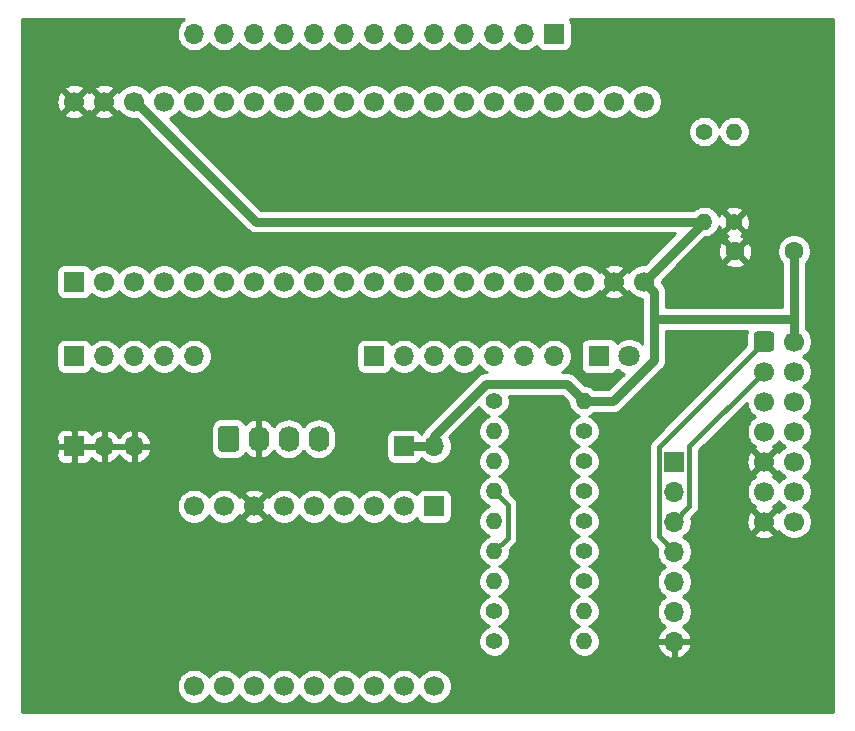
<source format=gbl>
G04 #@! TF.GenerationSoftware,KiCad,Pcbnew,(5.1.12)-1*
G04 #@! TF.CreationDate,2021-11-24T17:54:44+01:00*
G04 #@! TF.ProjectId,BluePill-BMP,426c7565-5069-46c6-9c2d-424d502e6b69,rev?*
G04 #@! TF.SameCoordinates,Original*
G04 #@! TF.FileFunction,Copper,L2,Bot*
G04 #@! TF.FilePolarity,Positive*
%FSLAX46Y46*%
G04 Gerber Fmt 4.6, Leading zero omitted, Abs format (unit mm)*
G04 Created by KiCad (PCBNEW (5.1.12)-1) date 2021-11-24 17:54:44*
%MOMM*%
%LPD*%
G01*
G04 APERTURE LIST*
G04 #@! TA.AperFunction,ComponentPad*
%ADD10O,1.700000X1.700000*%
G04 #@! TD*
G04 #@! TA.AperFunction,ComponentPad*
%ADD11R,1.700000X1.700000*%
G04 #@! TD*
G04 #@! TA.AperFunction,ComponentPad*
%ADD12C,1.600000*%
G04 #@! TD*
G04 #@! TA.AperFunction,ComponentPad*
%ADD13O,1.400000X1.400000*%
G04 #@! TD*
G04 #@! TA.AperFunction,ComponentPad*
%ADD14C,1.400000*%
G04 #@! TD*
G04 #@! TA.AperFunction,ComponentPad*
%ADD15C,1.700000*%
G04 #@! TD*
G04 #@! TA.AperFunction,ComponentPad*
%ADD16O,1.740000X2.190000*%
G04 #@! TD*
G04 #@! TA.AperFunction,ComponentPad*
%ADD17C,1.800000*%
G04 #@! TD*
G04 #@! TA.AperFunction,ComponentPad*
%ADD18R,1.800000X1.800000*%
G04 #@! TD*
G04 #@! TA.AperFunction,ViaPad*
%ADD19C,1.000000*%
G04 #@! TD*
G04 #@! TA.AperFunction,Conductor*
%ADD20C,0.381000*%
G04 #@! TD*
G04 #@! TA.AperFunction,Conductor*
%ADD21C,0.750000*%
G04 #@! TD*
G04 #@! TA.AperFunction,Conductor*
%ADD22C,0.254000*%
G04 #@! TD*
G04 #@! TA.AperFunction,Conductor*
%ADD23C,0.100000*%
G04 #@! TD*
G04 APERTURE END LIST*
D10*
X172720000Y-118364000D03*
X172720000Y-115824000D03*
X172720000Y-113284000D03*
X172720000Y-110744000D03*
X172720000Y-108204000D03*
X172720000Y-105664000D03*
D11*
X172720000Y-103124000D03*
D12*
X177880000Y-85320000D03*
X182880000Y-85320000D03*
D13*
X157480000Y-110720000D03*
D14*
X165100000Y-110720000D03*
D10*
X132080000Y-66900000D03*
X134620000Y-66900000D03*
X137160000Y-66900000D03*
X139700000Y-66900000D03*
X142240000Y-66900000D03*
X144780000Y-66900000D03*
X147320000Y-66900000D03*
X149860000Y-66900000D03*
X152400000Y-66900000D03*
X154940000Y-66900000D03*
X157480000Y-66900000D03*
X160020000Y-66900000D03*
D11*
X162560000Y-66900000D03*
D10*
X162560000Y-94210000D03*
X160020000Y-94210000D03*
X157480000Y-94210000D03*
X154940000Y-94210000D03*
X152400000Y-94210000D03*
X149860000Y-94210000D03*
D11*
X147320000Y-94210000D03*
D13*
X165100000Y-115800000D03*
D14*
X157480000Y-115800000D03*
D13*
X165100000Y-118340000D03*
D14*
X157480000Y-118340000D03*
D10*
X152400000Y-101830000D03*
D11*
X149860000Y-101830000D03*
D10*
X132080000Y-94210000D03*
X129540000Y-94210000D03*
X127000000Y-94210000D03*
X124460000Y-94210000D03*
D11*
X121920000Y-94210000D03*
D15*
X132080000Y-106910000D03*
X132080000Y-122150000D03*
X134620000Y-106910000D03*
X134620000Y-122150000D03*
X137160000Y-106910000D03*
X137160000Y-122150000D03*
X139700000Y-106910000D03*
X139700000Y-122150000D03*
X142240000Y-106910000D03*
X142240000Y-122150000D03*
X144780000Y-106910000D03*
X144780000Y-122150000D03*
X147320000Y-106910000D03*
X147320000Y-122150000D03*
X149860000Y-106910000D03*
X149860000Y-122150000D03*
D11*
X152400000Y-106910000D03*
D15*
X152400000Y-122150000D03*
D16*
X142621000Y-101195000D03*
X140081000Y-101195000D03*
X137541000Y-101195000D03*
G04 #@! TA.AperFunction,ComponentPad*
G36*
G01*
X134131000Y-102040001D02*
X134131000Y-100349999D01*
G75*
G02*
X134380999Y-100100000I249999J0D01*
G01*
X135621001Y-100100000D01*
G75*
G02*
X135871000Y-100349999I0J-249999D01*
G01*
X135871000Y-102040001D01*
G75*
G02*
X135621001Y-102290000I-249999J0D01*
G01*
X134380999Y-102290000D01*
G75*
G02*
X134131000Y-102040001I0J249999D01*
G01*
G37*
G04 #@! TD.AperFunction*
D15*
X170180000Y-87884000D03*
X170180000Y-72644000D03*
X167640000Y-87884000D03*
X167640000Y-72644000D03*
X165100000Y-87884000D03*
X165100000Y-72644000D03*
X162560000Y-87884000D03*
X162560000Y-72644000D03*
X160020000Y-87884000D03*
X160020000Y-72644000D03*
X157480000Y-87884000D03*
X157480000Y-72644000D03*
X154940000Y-87884000D03*
X154940000Y-72644000D03*
X152400000Y-87884000D03*
X152400000Y-72644000D03*
X149860000Y-87884000D03*
X149860000Y-72644000D03*
X147320000Y-87884000D03*
X147320000Y-72644000D03*
X144780000Y-87884000D03*
X144780000Y-72644000D03*
X142240000Y-87884000D03*
X142240000Y-72644000D03*
X139700000Y-87884000D03*
X139700000Y-72644000D03*
X137160000Y-87884000D03*
X137160000Y-72644000D03*
X134620000Y-87884000D03*
X134620000Y-72644000D03*
X132080000Y-87884000D03*
X132080000Y-72644000D03*
X129540000Y-87884000D03*
X129540000Y-72644000D03*
X127000000Y-87884000D03*
X127000000Y-72644000D03*
X124460000Y-87884000D03*
X124460000Y-72644000D03*
D11*
X121920000Y-87884000D03*
D15*
X121920000Y-72644000D03*
D13*
X177800000Y-75184000D03*
D14*
X177800000Y-82804000D03*
D13*
X175260000Y-82804000D03*
D14*
X175260000Y-75184000D03*
D13*
X165100000Y-98020000D03*
D14*
X157480000Y-98020000D03*
D17*
X168910000Y-94210000D03*
D18*
X166370000Y-94210000D03*
D15*
X182880000Y-108204000D03*
X182880000Y-105664000D03*
X182880000Y-103124000D03*
X182880000Y-100584000D03*
X182880000Y-98044000D03*
X182880000Y-95504000D03*
X182880000Y-92964000D03*
X180340000Y-108204000D03*
X180340000Y-105664000D03*
X180340000Y-103124000D03*
X180340000Y-100584000D03*
X180340000Y-98044000D03*
X180340000Y-95504000D03*
G04 #@! TA.AperFunction,ComponentPad*
G36*
G01*
X179490000Y-93564000D02*
X179490000Y-92364000D01*
G75*
G02*
X179740000Y-92114000I250000J0D01*
G01*
X180940000Y-92114000D01*
G75*
G02*
X181190000Y-92364000I0J-250000D01*
G01*
X181190000Y-93564000D01*
G75*
G02*
X180940000Y-93814000I-250000J0D01*
G01*
X179740000Y-93814000D01*
G75*
G02*
X179490000Y-93564000I0J250000D01*
G01*
G37*
G04 #@! TD.AperFunction*
D13*
X157480000Y-108180000D03*
D14*
X165100000Y-108180000D03*
D13*
X157480000Y-113260000D03*
D14*
X165100000Y-113260000D03*
D13*
X157480000Y-103100000D03*
D14*
X165100000Y-103100000D03*
D13*
X157480000Y-100560000D03*
D14*
X165100000Y-100560000D03*
D13*
X157480000Y-105640000D03*
D14*
X165100000Y-105640000D03*
D10*
X127000000Y-101830000D03*
X124460000Y-101830000D03*
D11*
X121920000Y-101830000D03*
D19*
X143510000Y-80875000D03*
X149860000Y-91035000D03*
X135890000Y-94845000D03*
X168275000Y-113260000D03*
X150495000Y-98020000D03*
X138430000Y-70080000D03*
X146050000Y-70080000D03*
X153670000Y-70080000D03*
X161290000Y-70080000D03*
X125730000Y-91035000D03*
X158750000Y-91035000D03*
X168275000Y-103735000D03*
X180340000Y-112752000D03*
X134366000Y-115038000D03*
D20*
X174010501Y-106913499D02*
X172720000Y-108204000D01*
X174010501Y-101833499D02*
X174010501Y-106913499D01*
X180340000Y-95504000D02*
X174010501Y-101833499D01*
D21*
X137324598Y-82804000D02*
X175260000Y-82804000D01*
X127164598Y-72644000D02*
X137324598Y-82804000D01*
X127000000Y-72644000D02*
X127164598Y-72644000D01*
X175260000Y-82804000D02*
X170180000Y-87884000D01*
X167549402Y-98020000D02*
X165100000Y-98020000D01*
X171029999Y-94539403D02*
X167549402Y-98020000D01*
X170180000Y-87884000D02*
X171029999Y-88733999D01*
X171029999Y-91249999D02*
X171029999Y-94539403D01*
X171029999Y-88733999D02*
X171029999Y-91249999D01*
X156781599Y-96564999D02*
X152400000Y-100946598D01*
X163644999Y-96564999D02*
X156781599Y-96564999D01*
X152400000Y-100946598D02*
X152400000Y-101830000D01*
X165100000Y-98020000D02*
X163644999Y-96564999D01*
X152400000Y-101830000D02*
X149860000Y-101830000D01*
X171244998Y-91035000D02*
X171029999Y-91249999D01*
X182880000Y-91035000D02*
X171244998Y-91035000D01*
X182880000Y-85320000D02*
X182880000Y-91035000D01*
X182880000Y-91035000D02*
X182880000Y-92964000D01*
D20*
X171429499Y-101874501D02*
X171429499Y-109453499D01*
X171429499Y-109453499D02*
X172720000Y-110744000D01*
X180340000Y-92964000D02*
X171429499Y-101874501D01*
X158620501Y-109579499D02*
X157480000Y-110720000D01*
X158620501Y-106780501D02*
X158620501Y-109579499D01*
X157480000Y-105640000D02*
X158620501Y-106780501D01*
D22*
X131133368Y-65746525D02*
X130926525Y-65953368D01*
X130764010Y-66196589D01*
X130652068Y-66466842D01*
X130595000Y-66753740D01*
X130595000Y-67046260D01*
X130652068Y-67333158D01*
X130764010Y-67603411D01*
X130926525Y-67846632D01*
X131133368Y-68053475D01*
X131376589Y-68215990D01*
X131646842Y-68327932D01*
X131933740Y-68385000D01*
X132226260Y-68385000D01*
X132513158Y-68327932D01*
X132783411Y-68215990D01*
X133026632Y-68053475D01*
X133233475Y-67846632D01*
X133350000Y-67672240D01*
X133466525Y-67846632D01*
X133673368Y-68053475D01*
X133916589Y-68215990D01*
X134186842Y-68327932D01*
X134473740Y-68385000D01*
X134766260Y-68385000D01*
X135053158Y-68327932D01*
X135323411Y-68215990D01*
X135566632Y-68053475D01*
X135773475Y-67846632D01*
X135890000Y-67672240D01*
X136006525Y-67846632D01*
X136213368Y-68053475D01*
X136456589Y-68215990D01*
X136726842Y-68327932D01*
X137013740Y-68385000D01*
X137306260Y-68385000D01*
X137593158Y-68327932D01*
X137863411Y-68215990D01*
X138106632Y-68053475D01*
X138313475Y-67846632D01*
X138430000Y-67672240D01*
X138546525Y-67846632D01*
X138753368Y-68053475D01*
X138996589Y-68215990D01*
X139266842Y-68327932D01*
X139553740Y-68385000D01*
X139846260Y-68385000D01*
X140133158Y-68327932D01*
X140403411Y-68215990D01*
X140646632Y-68053475D01*
X140853475Y-67846632D01*
X140970000Y-67672240D01*
X141086525Y-67846632D01*
X141293368Y-68053475D01*
X141536589Y-68215990D01*
X141806842Y-68327932D01*
X142093740Y-68385000D01*
X142386260Y-68385000D01*
X142673158Y-68327932D01*
X142943411Y-68215990D01*
X143186632Y-68053475D01*
X143393475Y-67846632D01*
X143510000Y-67672240D01*
X143626525Y-67846632D01*
X143833368Y-68053475D01*
X144076589Y-68215990D01*
X144346842Y-68327932D01*
X144633740Y-68385000D01*
X144926260Y-68385000D01*
X145213158Y-68327932D01*
X145483411Y-68215990D01*
X145726632Y-68053475D01*
X145933475Y-67846632D01*
X146050000Y-67672240D01*
X146166525Y-67846632D01*
X146373368Y-68053475D01*
X146616589Y-68215990D01*
X146886842Y-68327932D01*
X147173740Y-68385000D01*
X147466260Y-68385000D01*
X147753158Y-68327932D01*
X148023411Y-68215990D01*
X148266632Y-68053475D01*
X148473475Y-67846632D01*
X148590000Y-67672240D01*
X148706525Y-67846632D01*
X148913368Y-68053475D01*
X149156589Y-68215990D01*
X149426842Y-68327932D01*
X149713740Y-68385000D01*
X150006260Y-68385000D01*
X150293158Y-68327932D01*
X150563411Y-68215990D01*
X150806632Y-68053475D01*
X151013475Y-67846632D01*
X151130000Y-67672240D01*
X151246525Y-67846632D01*
X151453368Y-68053475D01*
X151696589Y-68215990D01*
X151966842Y-68327932D01*
X152253740Y-68385000D01*
X152546260Y-68385000D01*
X152833158Y-68327932D01*
X153103411Y-68215990D01*
X153346632Y-68053475D01*
X153553475Y-67846632D01*
X153670000Y-67672240D01*
X153786525Y-67846632D01*
X153993368Y-68053475D01*
X154236589Y-68215990D01*
X154506842Y-68327932D01*
X154793740Y-68385000D01*
X155086260Y-68385000D01*
X155373158Y-68327932D01*
X155643411Y-68215990D01*
X155886632Y-68053475D01*
X156093475Y-67846632D01*
X156210000Y-67672240D01*
X156326525Y-67846632D01*
X156533368Y-68053475D01*
X156776589Y-68215990D01*
X157046842Y-68327932D01*
X157333740Y-68385000D01*
X157626260Y-68385000D01*
X157913158Y-68327932D01*
X158183411Y-68215990D01*
X158426632Y-68053475D01*
X158633475Y-67846632D01*
X158750000Y-67672240D01*
X158866525Y-67846632D01*
X159073368Y-68053475D01*
X159316589Y-68215990D01*
X159586842Y-68327932D01*
X159873740Y-68385000D01*
X160166260Y-68385000D01*
X160453158Y-68327932D01*
X160723411Y-68215990D01*
X160966632Y-68053475D01*
X161098487Y-67921620D01*
X161120498Y-67994180D01*
X161179463Y-68104494D01*
X161258815Y-68201185D01*
X161355506Y-68280537D01*
X161465820Y-68339502D01*
X161585518Y-68375812D01*
X161710000Y-68388072D01*
X163410000Y-68388072D01*
X163534482Y-68375812D01*
X163654180Y-68339502D01*
X163764494Y-68280537D01*
X163861185Y-68201185D01*
X163940537Y-68104494D01*
X163999502Y-67994180D01*
X164035812Y-67874482D01*
X164048072Y-67750000D01*
X164048072Y-66050000D01*
X164035812Y-65925518D01*
X163999502Y-65805820D01*
X163940537Y-65695506D01*
X163911398Y-65660000D01*
X186180000Y-65660000D01*
X186180001Y-124340000D01*
X117500000Y-124340000D01*
X117500000Y-122003740D01*
X130595000Y-122003740D01*
X130595000Y-122296260D01*
X130652068Y-122583158D01*
X130764010Y-122853411D01*
X130926525Y-123096632D01*
X131133368Y-123303475D01*
X131376589Y-123465990D01*
X131646842Y-123577932D01*
X131933740Y-123635000D01*
X132226260Y-123635000D01*
X132513158Y-123577932D01*
X132783411Y-123465990D01*
X133026632Y-123303475D01*
X133233475Y-123096632D01*
X133350000Y-122922240D01*
X133466525Y-123096632D01*
X133673368Y-123303475D01*
X133916589Y-123465990D01*
X134186842Y-123577932D01*
X134473740Y-123635000D01*
X134766260Y-123635000D01*
X135053158Y-123577932D01*
X135323411Y-123465990D01*
X135566632Y-123303475D01*
X135773475Y-123096632D01*
X135890000Y-122922240D01*
X136006525Y-123096632D01*
X136213368Y-123303475D01*
X136456589Y-123465990D01*
X136726842Y-123577932D01*
X137013740Y-123635000D01*
X137306260Y-123635000D01*
X137593158Y-123577932D01*
X137863411Y-123465990D01*
X138106632Y-123303475D01*
X138313475Y-123096632D01*
X138430000Y-122922240D01*
X138546525Y-123096632D01*
X138753368Y-123303475D01*
X138996589Y-123465990D01*
X139266842Y-123577932D01*
X139553740Y-123635000D01*
X139846260Y-123635000D01*
X140133158Y-123577932D01*
X140403411Y-123465990D01*
X140646632Y-123303475D01*
X140853475Y-123096632D01*
X140970000Y-122922240D01*
X141086525Y-123096632D01*
X141293368Y-123303475D01*
X141536589Y-123465990D01*
X141806842Y-123577932D01*
X142093740Y-123635000D01*
X142386260Y-123635000D01*
X142673158Y-123577932D01*
X142943411Y-123465990D01*
X143186632Y-123303475D01*
X143393475Y-123096632D01*
X143510000Y-122922240D01*
X143626525Y-123096632D01*
X143833368Y-123303475D01*
X144076589Y-123465990D01*
X144346842Y-123577932D01*
X144633740Y-123635000D01*
X144926260Y-123635000D01*
X145213158Y-123577932D01*
X145483411Y-123465990D01*
X145726632Y-123303475D01*
X145933475Y-123096632D01*
X146050000Y-122922240D01*
X146166525Y-123096632D01*
X146373368Y-123303475D01*
X146616589Y-123465990D01*
X146886842Y-123577932D01*
X147173740Y-123635000D01*
X147466260Y-123635000D01*
X147753158Y-123577932D01*
X148023411Y-123465990D01*
X148266632Y-123303475D01*
X148473475Y-123096632D01*
X148590000Y-122922240D01*
X148706525Y-123096632D01*
X148913368Y-123303475D01*
X149156589Y-123465990D01*
X149426842Y-123577932D01*
X149713740Y-123635000D01*
X150006260Y-123635000D01*
X150293158Y-123577932D01*
X150563411Y-123465990D01*
X150806632Y-123303475D01*
X151013475Y-123096632D01*
X151130000Y-122922240D01*
X151246525Y-123096632D01*
X151453368Y-123303475D01*
X151696589Y-123465990D01*
X151966842Y-123577932D01*
X152253740Y-123635000D01*
X152546260Y-123635000D01*
X152833158Y-123577932D01*
X153103411Y-123465990D01*
X153346632Y-123303475D01*
X153553475Y-123096632D01*
X153715990Y-122853411D01*
X153827932Y-122583158D01*
X153885000Y-122296260D01*
X153885000Y-122003740D01*
X153827932Y-121716842D01*
X153715990Y-121446589D01*
X153553475Y-121203368D01*
X153346632Y-120996525D01*
X153103411Y-120834010D01*
X152833158Y-120722068D01*
X152546260Y-120665000D01*
X152253740Y-120665000D01*
X151966842Y-120722068D01*
X151696589Y-120834010D01*
X151453368Y-120996525D01*
X151246525Y-121203368D01*
X151130000Y-121377760D01*
X151013475Y-121203368D01*
X150806632Y-120996525D01*
X150563411Y-120834010D01*
X150293158Y-120722068D01*
X150006260Y-120665000D01*
X149713740Y-120665000D01*
X149426842Y-120722068D01*
X149156589Y-120834010D01*
X148913368Y-120996525D01*
X148706525Y-121203368D01*
X148590000Y-121377760D01*
X148473475Y-121203368D01*
X148266632Y-120996525D01*
X148023411Y-120834010D01*
X147753158Y-120722068D01*
X147466260Y-120665000D01*
X147173740Y-120665000D01*
X146886842Y-120722068D01*
X146616589Y-120834010D01*
X146373368Y-120996525D01*
X146166525Y-121203368D01*
X146050000Y-121377760D01*
X145933475Y-121203368D01*
X145726632Y-120996525D01*
X145483411Y-120834010D01*
X145213158Y-120722068D01*
X144926260Y-120665000D01*
X144633740Y-120665000D01*
X144346842Y-120722068D01*
X144076589Y-120834010D01*
X143833368Y-120996525D01*
X143626525Y-121203368D01*
X143510000Y-121377760D01*
X143393475Y-121203368D01*
X143186632Y-120996525D01*
X142943411Y-120834010D01*
X142673158Y-120722068D01*
X142386260Y-120665000D01*
X142093740Y-120665000D01*
X141806842Y-120722068D01*
X141536589Y-120834010D01*
X141293368Y-120996525D01*
X141086525Y-121203368D01*
X140970000Y-121377760D01*
X140853475Y-121203368D01*
X140646632Y-120996525D01*
X140403411Y-120834010D01*
X140133158Y-120722068D01*
X139846260Y-120665000D01*
X139553740Y-120665000D01*
X139266842Y-120722068D01*
X138996589Y-120834010D01*
X138753368Y-120996525D01*
X138546525Y-121203368D01*
X138430000Y-121377760D01*
X138313475Y-121203368D01*
X138106632Y-120996525D01*
X137863411Y-120834010D01*
X137593158Y-120722068D01*
X137306260Y-120665000D01*
X137013740Y-120665000D01*
X136726842Y-120722068D01*
X136456589Y-120834010D01*
X136213368Y-120996525D01*
X136006525Y-121203368D01*
X135890000Y-121377760D01*
X135773475Y-121203368D01*
X135566632Y-120996525D01*
X135323411Y-120834010D01*
X135053158Y-120722068D01*
X134766260Y-120665000D01*
X134473740Y-120665000D01*
X134186842Y-120722068D01*
X133916589Y-120834010D01*
X133673368Y-120996525D01*
X133466525Y-121203368D01*
X133350000Y-121377760D01*
X133233475Y-121203368D01*
X133026632Y-120996525D01*
X132783411Y-120834010D01*
X132513158Y-120722068D01*
X132226260Y-120665000D01*
X131933740Y-120665000D01*
X131646842Y-120722068D01*
X131376589Y-120834010D01*
X131133368Y-120996525D01*
X130926525Y-121203368D01*
X130764010Y-121446589D01*
X130652068Y-121716842D01*
X130595000Y-122003740D01*
X117500000Y-122003740D01*
X117500000Y-106763740D01*
X130595000Y-106763740D01*
X130595000Y-107056260D01*
X130652068Y-107343158D01*
X130764010Y-107613411D01*
X130926525Y-107856632D01*
X131133368Y-108063475D01*
X131376589Y-108225990D01*
X131646842Y-108337932D01*
X131933740Y-108395000D01*
X132226260Y-108395000D01*
X132513158Y-108337932D01*
X132783411Y-108225990D01*
X133026632Y-108063475D01*
X133233475Y-107856632D01*
X133350000Y-107682240D01*
X133466525Y-107856632D01*
X133673368Y-108063475D01*
X133916589Y-108225990D01*
X134186842Y-108337932D01*
X134473740Y-108395000D01*
X134766260Y-108395000D01*
X135053158Y-108337932D01*
X135323411Y-108225990D01*
X135566632Y-108063475D01*
X135691710Y-107938397D01*
X136311208Y-107938397D01*
X136388843Y-108187472D01*
X136652883Y-108313371D01*
X136936411Y-108385339D01*
X137228531Y-108400611D01*
X137518019Y-108358599D01*
X137793747Y-108260919D01*
X137931157Y-108187472D01*
X138008792Y-107938397D01*
X137160000Y-107089605D01*
X136311208Y-107938397D01*
X135691710Y-107938397D01*
X135773475Y-107856632D01*
X135889311Y-107683271D01*
X136131603Y-107758792D01*
X136980395Y-106910000D01*
X137339605Y-106910000D01*
X138188397Y-107758792D01*
X138430689Y-107683271D01*
X138546525Y-107856632D01*
X138753368Y-108063475D01*
X138996589Y-108225990D01*
X139266842Y-108337932D01*
X139553740Y-108395000D01*
X139846260Y-108395000D01*
X140133158Y-108337932D01*
X140403411Y-108225990D01*
X140646632Y-108063475D01*
X140853475Y-107856632D01*
X140970000Y-107682240D01*
X141086525Y-107856632D01*
X141293368Y-108063475D01*
X141536589Y-108225990D01*
X141806842Y-108337932D01*
X142093740Y-108395000D01*
X142386260Y-108395000D01*
X142673158Y-108337932D01*
X142943411Y-108225990D01*
X143186632Y-108063475D01*
X143393475Y-107856632D01*
X143510000Y-107682240D01*
X143626525Y-107856632D01*
X143833368Y-108063475D01*
X144076589Y-108225990D01*
X144346842Y-108337932D01*
X144633740Y-108395000D01*
X144926260Y-108395000D01*
X145213158Y-108337932D01*
X145483411Y-108225990D01*
X145726632Y-108063475D01*
X145933475Y-107856632D01*
X146050000Y-107682240D01*
X146166525Y-107856632D01*
X146373368Y-108063475D01*
X146616589Y-108225990D01*
X146886842Y-108337932D01*
X147173740Y-108395000D01*
X147466260Y-108395000D01*
X147753158Y-108337932D01*
X148023411Y-108225990D01*
X148266632Y-108063475D01*
X148473475Y-107856632D01*
X148590000Y-107682240D01*
X148706525Y-107856632D01*
X148913368Y-108063475D01*
X149156589Y-108225990D01*
X149426842Y-108337932D01*
X149713740Y-108395000D01*
X150006260Y-108395000D01*
X150293158Y-108337932D01*
X150563411Y-108225990D01*
X150806632Y-108063475D01*
X150938487Y-107931620D01*
X150960498Y-108004180D01*
X151019463Y-108114494D01*
X151098815Y-108211185D01*
X151195506Y-108290537D01*
X151305820Y-108349502D01*
X151425518Y-108385812D01*
X151550000Y-108398072D01*
X153250000Y-108398072D01*
X153374482Y-108385812D01*
X153494180Y-108349502D01*
X153604494Y-108290537D01*
X153701185Y-108211185D01*
X153780537Y-108114494D01*
X153839502Y-108004180D01*
X153875812Y-107884482D01*
X153888072Y-107760000D01*
X153888072Y-106060000D01*
X153875812Y-105935518D01*
X153839502Y-105815820D01*
X153780537Y-105705506D01*
X153701185Y-105608815D01*
X153604494Y-105529463D01*
X153494180Y-105470498D01*
X153374482Y-105434188D01*
X153250000Y-105421928D01*
X151550000Y-105421928D01*
X151425518Y-105434188D01*
X151305820Y-105470498D01*
X151195506Y-105529463D01*
X151098815Y-105608815D01*
X151019463Y-105705506D01*
X150960498Y-105815820D01*
X150938487Y-105888380D01*
X150806632Y-105756525D01*
X150563411Y-105594010D01*
X150293158Y-105482068D01*
X150006260Y-105425000D01*
X149713740Y-105425000D01*
X149426842Y-105482068D01*
X149156589Y-105594010D01*
X148913368Y-105756525D01*
X148706525Y-105963368D01*
X148590000Y-106137760D01*
X148473475Y-105963368D01*
X148266632Y-105756525D01*
X148023411Y-105594010D01*
X147753158Y-105482068D01*
X147466260Y-105425000D01*
X147173740Y-105425000D01*
X146886842Y-105482068D01*
X146616589Y-105594010D01*
X146373368Y-105756525D01*
X146166525Y-105963368D01*
X146050000Y-106137760D01*
X145933475Y-105963368D01*
X145726632Y-105756525D01*
X145483411Y-105594010D01*
X145213158Y-105482068D01*
X144926260Y-105425000D01*
X144633740Y-105425000D01*
X144346842Y-105482068D01*
X144076589Y-105594010D01*
X143833368Y-105756525D01*
X143626525Y-105963368D01*
X143510000Y-106137760D01*
X143393475Y-105963368D01*
X143186632Y-105756525D01*
X142943411Y-105594010D01*
X142673158Y-105482068D01*
X142386260Y-105425000D01*
X142093740Y-105425000D01*
X141806842Y-105482068D01*
X141536589Y-105594010D01*
X141293368Y-105756525D01*
X141086525Y-105963368D01*
X140970000Y-106137760D01*
X140853475Y-105963368D01*
X140646632Y-105756525D01*
X140403411Y-105594010D01*
X140133158Y-105482068D01*
X139846260Y-105425000D01*
X139553740Y-105425000D01*
X139266842Y-105482068D01*
X138996589Y-105594010D01*
X138753368Y-105756525D01*
X138546525Y-105963368D01*
X138430689Y-106136729D01*
X138188397Y-106061208D01*
X137339605Y-106910000D01*
X136980395Y-106910000D01*
X136131603Y-106061208D01*
X135889311Y-106136729D01*
X135773475Y-105963368D01*
X135691710Y-105881603D01*
X136311208Y-105881603D01*
X137160000Y-106730395D01*
X138008792Y-105881603D01*
X137931157Y-105632528D01*
X137667117Y-105506629D01*
X137383589Y-105434661D01*
X137091469Y-105419389D01*
X136801981Y-105461401D01*
X136526253Y-105559081D01*
X136388843Y-105632528D01*
X136311208Y-105881603D01*
X135691710Y-105881603D01*
X135566632Y-105756525D01*
X135323411Y-105594010D01*
X135053158Y-105482068D01*
X134766260Y-105425000D01*
X134473740Y-105425000D01*
X134186842Y-105482068D01*
X133916589Y-105594010D01*
X133673368Y-105756525D01*
X133466525Y-105963368D01*
X133350000Y-106137760D01*
X133233475Y-105963368D01*
X133026632Y-105756525D01*
X132783411Y-105594010D01*
X132513158Y-105482068D01*
X132226260Y-105425000D01*
X131933740Y-105425000D01*
X131646842Y-105482068D01*
X131376589Y-105594010D01*
X131133368Y-105756525D01*
X130926525Y-105963368D01*
X130764010Y-106206589D01*
X130652068Y-106476842D01*
X130595000Y-106763740D01*
X117500000Y-106763740D01*
X117500000Y-102680000D01*
X120431928Y-102680000D01*
X120444188Y-102804482D01*
X120480498Y-102924180D01*
X120539463Y-103034494D01*
X120618815Y-103131185D01*
X120715506Y-103210537D01*
X120825820Y-103269502D01*
X120945518Y-103305812D01*
X121070000Y-103318072D01*
X121634250Y-103315000D01*
X121793000Y-103156250D01*
X121793000Y-101957000D01*
X122047000Y-101957000D01*
X122047000Y-103156250D01*
X122205750Y-103315000D01*
X122770000Y-103318072D01*
X122894482Y-103305812D01*
X123014180Y-103269502D01*
X123124494Y-103210537D01*
X123221185Y-103131185D01*
X123300537Y-103034494D01*
X123359502Y-102924180D01*
X123383966Y-102843534D01*
X123459731Y-102927588D01*
X123693080Y-103101641D01*
X123955901Y-103226825D01*
X124103110Y-103271476D01*
X124333000Y-103150155D01*
X124333000Y-101957000D01*
X124587000Y-101957000D01*
X124587000Y-103150155D01*
X124816890Y-103271476D01*
X124964099Y-103226825D01*
X125226920Y-103101641D01*
X125460269Y-102927588D01*
X125655178Y-102711355D01*
X125730000Y-102585745D01*
X125804822Y-102711355D01*
X125999731Y-102927588D01*
X126233080Y-103101641D01*
X126495901Y-103226825D01*
X126643110Y-103271476D01*
X126873000Y-103150155D01*
X126873000Y-101957000D01*
X127127000Y-101957000D01*
X127127000Y-103150155D01*
X127356890Y-103271476D01*
X127504099Y-103226825D01*
X127766920Y-103101641D01*
X128000269Y-102927588D01*
X128195178Y-102711355D01*
X128344157Y-102461252D01*
X128441481Y-102186891D01*
X128320814Y-101957000D01*
X127127000Y-101957000D01*
X126873000Y-101957000D01*
X124587000Y-101957000D01*
X124333000Y-101957000D01*
X122047000Y-101957000D01*
X121793000Y-101957000D01*
X120593750Y-101957000D01*
X120435000Y-102115750D01*
X120431928Y-102680000D01*
X117500000Y-102680000D01*
X117500000Y-100980000D01*
X120431928Y-100980000D01*
X120435000Y-101544250D01*
X120593750Y-101703000D01*
X121793000Y-101703000D01*
X121793000Y-100503750D01*
X122047000Y-100503750D01*
X122047000Y-101703000D01*
X124333000Y-101703000D01*
X124333000Y-100509845D01*
X124587000Y-100509845D01*
X124587000Y-101703000D01*
X126873000Y-101703000D01*
X126873000Y-100509845D01*
X127127000Y-100509845D01*
X127127000Y-101703000D01*
X128320814Y-101703000D01*
X128441481Y-101473109D01*
X128344157Y-101198748D01*
X128195178Y-100948645D01*
X128000269Y-100732412D01*
X127766920Y-100558359D01*
X127504099Y-100433175D01*
X127356890Y-100388524D01*
X127127000Y-100509845D01*
X126873000Y-100509845D01*
X126643110Y-100388524D01*
X126495901Y-100433175D01*
X126233080Y-100558359D01*
X125999731Y-100732412D01*
X125804822Y-100948645D01*
X125730000Y-101074255D01*
X125655178Y-100948645D01*
X125460269Y-100732412D01*
X125226920Y-100558359D01*
X124964099Y-100433175D01*
X124816890Y-100388524D01*
X124587000Y-100509845D01*
X124333000Y-100509845D01*
X124103110Y-100388524D01*
X123955901Y-100433175D01*
X123693080Y-100558359D01*
X123459731Y-100732412D01*
X123383966Y-100816466D01*
X123359502Y-100735820D01*
X123300537Y-100625506D01*
X123221185Y-100528815D01*
X123124494Y-100449463D01*
X123014180Y-100390498D01*
X122894482Y-100354188D01*
X122851949Y-100349999D01*
X133492928Y-100349999D01*
X133492928Y-102040001D01*
X133509992Y-102213255D01*
X133560528Y-102379851D01*
X133642595Y-102533387D01*
X133753038Y-102667962D01*
X133887613Y-102778405D01*
X134041149Y-102860472D01*
X134207745Y-102911008D01*
X134380999Y-102928072D01*
X135621001Y-102928072D01*
X135794255Y-102911008D01*
X135960851Y-102860472D01*
X136114387Y-102778405D01*
X136248962Y-102667962D01*
X136359405Y-102533387D01*
X136417655Y-102424410D01*
X136574674Y-102583306D01*
X136820191Y-102749474D01*
X137093409Y-102864551D01*
X137180969Y-102881302D01*
X137414000Y-102760246D01*
X137414000Y-101322000D01*
X137394000Y-101322000D01*
X137394000Y-101068000D01*
X137414000Y-101068000D01*
X137414000Y-99629754D01*
X137668000Y-99629754D01*
X137668000Y-101068000D01*
X137688000Y-101068000D01*
X137688000Y-101322000D01*
X137668000Y-101322000D01*
X137668000Y-102760246D01*
X137901031Y-102881302D01*
X137988591Y-102864551D01*
X138261809Y-102749474D01*
X138507326Y-102583306D01*
X138715708Y-102372433D01*
X138808440Y-102231848D01*
X138823583Y-102260179D01*
X139011655Y-102489345D01*
X139240822Y-102677417D01*
X139502276Y-102817166D01*
X139785969Y-102903224D01*
X140081000Y-102932282D01*
X140376032Y-102903224D01*
X140659725Y-102817166D01*
X140921179Y-102677417D01*
X141150345Y-102489345D01*
X141338417Y-102260179D01*
X141351000Y-102236638D01*
X141363583Y-102260179D01*
X141551655Y-102489345D01*
X141780822Y-102677417D01*
X142042276Y-102817166D01*
X142325969Y-102903224D01*
X142621000Y-102932282D01*
X142916032Y-102903224D01*
X143199725Y-102817166D01*
X143461179Y-102677417D01*
X143690345Y-102489345D01*
X143878417Y-102260179D01*
X144018166Y-101998724D01*
X144104224Y-101715031D01*
X144126000Y-101493935D01*
X144126000Y-100896064D01*
X144104224Y-100674968D01*
X144018166Y-100391275D01*
X143878417Y-100129821D01*
X143690345Y-99900655D01*
X143461178Y-99712583D01*
X143199724Y-99572834D01*
X142916031Y-99486776D01*
X142621000Y-99457718D01*
X142325968Y-99486776D01*
X142042275Y-99572834D01*
X141780821Y-99712583D01*
X141551655Y-99900655D01*
X141363583Y-100129822D01*
X141351000Y-100153363D01*
X141338417Y-100129821D01*
X141150345Y-99900655D01*
X140921178Y-99712583D01*
X140659724Y-99572834D01*
X140376031Y-99486776D01*
X140081000Y-99457718D01*
X139785968Y-99486776D01*
X139502275Y-99572834D01*
X139240821Y-99712583D01*
X139011655Y-99900655D01*
X138823583Y-100129822D01*
X138808440Y-100158152D01*
X138715708Y-100017567D01*
X138507326Y-99806694D01*
X138261809Y-99640526D01*
X137988591Y-99525449D01*
X137901031Y-99508698D01*
X137668000Y-99629754D01*
X137414000Y-99629754D01*
X137180969Y-99508698D01*
X137093409Y-99525449D01*
X136820191Y-99640526D01*
X136574674Y-99806694D01*
X136417655Y-99965590D01*
X136359405Y-99856613D01*
X136248962Y-99722038D01*
X136114387Y-99611595D01*
X135960851Y-99529528D01*
X135794255Y-99478992D01*
X135621001Y-99461928D01*
X134380999Y-99461928D01*
X134207745Y-99478992D01*
X134041149Y-99529528D01*
X133887613Y-99611595D01*
X133753038Y-99722038D01*
X133642595Y-99856613D01*
X133560528Y-100010149D01*
X133509992Y-100176745D01*
X133492928Y-100349999D01*
X122851949Y-100349999D01*
X122770000Y-100341928D01*
X122205750Y-100345000D01*
X122047000Y-100503750D01*
X121793000Y-100503750D01*
X121634250Y-100345000D01*
X121070000Y-100341928D01*
X120945518Y-100354188D01*
X120825820Y-100390498D01*
X120715506Y-100449463D01*
X120618815Y-100528815D01*
X120539463Y-100625506D01*
X120480498Y-100735820D01*
X120444188Y-100855518D01*
X120431928Y-100980000D01*
X117500000Y-100980000D01*
X117500000Y-93360000D01*
X120431928Y-93360000D01*
X120431928Y-95060000D01*
X120444188Y-95184482D01*
X120480498Y-95304180D01*
X120539463Y-95414494D01*
X120618815Y-95511185D01*
X120715506Y-95590537D01*
X120825820Y-95649502D01*
X120945518Y-95685812D01*
X121070000Y-95698072D01*
X122770000Y-95698072D01*
X122894482Y-95685812D01*
X123014180Y-95649502D01*
X123124494Y-95590537D01*
X123221185Y-95511185D01*
X123300537Y-95414494D01*
X123359502Y-95304180D01*
X123381513Y-95231620D01*
X123513368Y-95363475D01*
X123756589Y-95525990D01*
X124026842Y-95637932D01*
X124313740Y-95695000D01*
X124606260Y-95695000D01*
X124893158Y-95637932D01*
X125163411Y-95525990D01*
X125406632Y-95363475D01*
X125613475Y-95156632D01*
X125730000Y-94982240D01*
X125846525Y-95156632D01*
X126053368Y-95363475D01*
X126296589Y-95525990D01*
X126566842Y-95637932D01*
X126853740Y-95695000D01*
X127146260Y-95695000D01*
X127433158Y-95637932D01*
X127703411Y-95525990D01*
X127946632Y-95363475D01*
X128153475Y-95156632D01*
X128270000Y-94982240D01*
X128386525Y-95156632D01*
X128593368Y-95363475D01*
X128836589Y-95525990D01*
X129106842Y-95637932D01*
X129393740Y-95695000D01*
X129686260Y-95695000D01*
X129973158Y-95637932D01*
X130243411Y-95525990D01*
X130486632Y-95363475D01*
X130693475Y-95156632D01*
X130810000Y-94982240D01*
X130926525Y-95156632D01*
X131133368Y-95363475D01*
X131376589Y-95525990D01*
X131646842Y-95637932D01*
X131933740Y-95695000D01*
X132226260Y-95695000D01*
X132513158Y-95637932D01*
X132783411Y-95525990D01*
X133026632Y-95363475D01*
X133233475Y-95156632D01*
X133395990Y-94913411D01*
X133507932Y-94643158D01*
X133565000Y-94356260D01*
X133565000Y-94063740D01*
X133507932Y-93776842D01*
X133395990Y-93506589D01*
X133233475Y-93263368D01*
X133026632Y-93056525D01*
X132783411Y-92894010D01*
X132513158Y-92782068D01*
X132226260Y-92725000D01*
X131933740Y-92725000D01*
X131646842Y-92782068D01*
X131376589Y-92894010D01*
X131133368Y-93056525D01*
X130926525Y-93263368D01*
X130810000Y-93437760D01*
X130693475Y-93263368D01*
X130486632Y-93056525D01*
X130243411Y-92894010D01*
X129973158Y-92782068D01*
X129686260Y-92725000D01*
X129393740Y-92725000D01*
X129106842Y-92782068D01*
X128836589Y-92894010D01*
X128593368Y-93056525D01*
X128386525Y-93263368D01*
X128270000Y-93437760D01*
X128153475Y-93263368D01*
X127946632Y-93056525D01*
X127703411Y-92894010D01*
X127433158Y-92782068D01*
X127146260Y-92725000D01*
X126853740Y-92725000D01*
X126566842Y-92782068D01*
X126296589Y-92894010D01*
X126053368Y-93056525D01*
X125846525Y-93263368D01*
X125730000Y-93437760D01*
X125613475Y-93263368D01*
X125406632Y-93056525D01*
X125163411Y-92894010D01*
X124893158Y-92782068D01*
X124606260Y-92725000D01*
X124313740Y-92725000D01*
X124026842Y-92782068D01*
X123756589Y-92894010D01*
X123513368Y-93056525D01*
X123381513Y-93188380D01*
X123359502Y-93115820D01*
X123300537Y-93005506D01*
X123221185Y-92908815D01*
X123124494Y-92829463D01*
X123014180Y-92770498D01*
X122894482Y-92734188D01*
X122770000Y-92721928D01*
X121070000Y-92721928D01*
X120945518Y-92734188D01*
X120825820Y-92770498D01*
X120715506Y-92829463D01*
X120618815Y-92908815D01*
X120539463Y-93005506D01*
X120480498Y-93115820D01*
X120444188Y-93235518D01*
X120431928Y-93360000D01*
X117500000Y-93360000D01*
X117500000Y-87034000D01*
X120431928Y-87034000D01*
X120431928Y-88734000D01*
X120444188Y-88858482D01*
X120480498Y-88978180D01*
X120539463Y-89088494D01*
X120618815Y-89185185D01*
X120715506Y-89264537D01*
X120825820Y-89323502D01*
X120945518Y-89359812D01*
X121070000Y-89372072D01*
X122770000Y-89372072D01*
X122894482Y-89359812D01*
X123014180Y-89323502D01*
X123124494Y-89264537D01*
X123221185Y-89185185D01*
X123300537Y-89088494D01*
X123359502Y-88978180D01*
X123381513Y-88905620D01*
X123513368Y-89037475D01*
X123756589Y-89199990D01*
X124026842Y-89311932D01*
X124313740Y-89369000D01*
X124606260Y-89369000D01*
X124893158Y-89311932D01*
X125163411Y-89199990D01*
X125406632Y-89037475D01*
X125613475Y-88830632D01*
X125730000Y-88656240D01*
X125846525Y-88830632D01*
X126053368Y-89037475D01*
X126296589Y-89199990D01*
X126566842Y-89311932D01*
X126853740Y-89369000D01*
X127146260Y-89369000D01*
X127433158Y-89311932D01*
X127703411Y-89199990D01*
X127946632Y-89037475D01*
X128153475Y-88830632D01*
X128270000Y-88656240D01*
X128386525Y-88830632D01*
X128593368Y-89037475D01*
X128836589Y-89199990D01*
X129106842Y-89311932D01*
X129393740Y-89369000D01*
X129686260Y-89369000D01*
X129973158Y-89311932D01*
X130243411Y-89199990D01*
X130486632Y-89037475D01*
X130693475Y-88830632D01*
X130810000Y-88656240D01*
X130926525Y-88830632D01*
X131133368Y-89037475D01*
X131376589Y-89199990D01*
X131646842Y-89311932D01*
X131933740Y-89369000D01*
X132226260Y-89369000D01*
X132513158Y-89311932D01*
X132783411Y-89199990D01*
X133026632Y-89037475D01*
X133233475Y-88830632D01*
X133350000Y-88656240D01*
X133466525Y-88830632D01*
X133673368Y-89037475D01*
X133916589Y-89199990D01*
X134186842Y-89311932D01*
X134473740Y-89369000D01*
X134766260Y-89369000D01*
X135053158Y-89311932D01*
X135323411Y-89199990D01*
X135566632Y-89037475D01*
X135773475Y-88830632D01*
X135890000Y-88656240D01*
X136006525Y-88830632D01*
X136213368Y-89037475D01*
X136456589Y-89199990D01*
X136726842Y-89311932D01*
X137013740Y-89369000D01*
X137306260Y-89369000D01*
X137593158Y-89311932D01*
X137863411Y-89199990D01*
X138106632Y-89037475D01*
X138313475Y-88830632D01*
X138430000Y-88656240D01*
X138546525Y-88830632D01*
X138753368Y-89037475D01*
X138996589Y-89199990D01*
X139266842Y-89311932D01*
X139553740Y-89369000D01*
X139846260Y-89369000D01*
X140133158Y-89311932D01*
X140403411Y-89199990D01*
X140646632Y-89037475D01*
X140853475Y-88830632D01*
X140970000Y-88656240D01*
X141086525Y-88830632D01*
X141293368Y-89037475D01*
X141536589Y-89199990D01*
X141806842Y-89311932D01*
X142093740Y-89369000D01*
X142386260Y-89369000D01*
X142673158Y-89311932D01*
X142943411Y-89199990D01*
X143186632Y-89037475D01*
X143393475Y-88830632D01*
X143510000Y-88656240D01*
X143626525Y-88830632D01*
X143833368Y-89037475D01*
X144076589Y-89199990D01*
X144346842Y-89311932D01*
X144633740Y-89369000D01*
X144926260Y-89369000D01*
X145213158Y-89311932D01*
X145483411Y-89199990D01*
X145726632Y-89037475D01*
X145933475Y-88830632D01*
X146050000Y-88656240D01*
X146166525Y-88830632D01*
X146373368Y-89037475D01*
X146616589Y-89199990D01*
X146886842Y-89311932D01*
X147173740Y-89369000D01*
X147466260Y-89369000D01*
X147753158Y-89311932D01*
X148023411Y-89199990D01*
X148266632Y-89037475D01*
X148473475Y-88830632D01*
X148590000Y-88656240D01*
X148706525Y-88830632D01*
X148913368Y-89037475D01*
X149156589Y-89199990D01*
X149426842Y-89311932D01*
X149713740Y-89369000D01*
X150006260Y-89369000D01*
X150293158Y-89311932D01*
X150563411Y-89199990D01*
X150806632Y-89037475D01*
X151013475Y-88830632D01*
X151130000Y-88656240D01*
X151246525Y-88830632D01*
X151453368Y-89037475D01*
X151696589Y-89199990D01*
X151966842Y-89311932D01*
X152253740Y-89369000D01*
X152546260Y-89369000D01*
X152833158Y-89311932D01*
X153103411Y-89199990D01*
X153346632Y-89037475D01*
X153553475Y-88830632D01*
X153670000Y-88656240D01*
X153786525Y-88830632D01*
X153993368Y-89037475D01*
X154236589Y-89199990D01*
X154506842Y-89311932D01*
X154793740Y-89369000D01*
X155086260Y-89369000D01*
X155373158Y-89311932D01*
X155643411Y-89199990D01*
X155886632Y-89037475D01*
X156093475Y-88830632D01*
X156210000Y-88656240D01*
X156326525Y-88830632D01*
X156533368Y-89037475D01*
X156776589Y-89199990D01*
X157046842Y-89311932D01*
X157333740Y-89369000D01*
X157626260Y-89369000D01*
X157913158Y-89311932D01*
X158183411Y-89199990D01*
X158426632Y-89037475D01*
X158633475Y-88830632D01*
X158750000Y-88656240D01*
X158866525Y-88830632D01*
X159073368Y-89037475D01*
X159316589Y-89199990D01*
X159586842Y-89311932D01*
X159873740Y-89369000D01*
X160166260Y-89369000D01*
X160453158Y-89311932D01*
X160723411Y-89199990D01*
X160966632Y-89037475D01*
X161173475Y-88830632D01*
X161290000Y-88656240D01*
X161406525Y-88830632D01*
X161613368Y-89037475D01*
X161856589Y-89199990D01*
X162126842Y-89311932D01*
X162413740Y-89369000D01*
X162706260Y-89369000D01*
X162993158Y-89311932D01*
X163263411Y-89199990D01*
X163506632Y-89037475D01*
X163713475Y-88830632D01*
X163830000Y-88656240D01*
X163946525Y-88830632D01*
X164153368Y-89037475D01*
X164396589Y-89199990D01*
X164666842Y-89311932D01*
X164953740Y-89369000D01*
X165246260Y-89369000D01*
X165533158Y-89311932D01*
X165803411Y-89199990D01*
X166046632Y-89037475D01*
X166171710Y-88912397D01*
X166791208Y-88912397D01*
X166868843Y-89161472D01*
X167132883Y-89287371D01*
X167416411Y-89359339D01*
X167708531Y-89374611D01*
X167998019Y-89332599D01*
X168273747Y-89234919D01*
X168411157Y-89161472D01*
X168488792Y-88912397D01*
X167640000Y-88063605D01*
X166791208Y-88912397D01*
X166171710Y-88912397D01*
X166253475Y-88830632D01*
X166369311Y-88657271D01*
X166611603Y-88732792D01*
X167460395Y-87884000D01*
X166611603Y-87035208D01*
X166369311Y-87110729D01*
X166253475Y-86937368D01*
X166171710Y-86855603D01*
X166791208Y-86855603D01*
X167640000Y-87704395D01*
X168488792Y-86855603D01*
X168411157Y-86606528D01*
X168147117Y-86480629D01*
X167863589Y-86408661D01*
X167571469Y-86393389D01*
X167281981Y-86435401D01*
X167006253Y-86533081D01*
X166868843Y-86606528D01*
X166791208Y-86855603D01*
X166171710Y-86855603D01*
X166046632Y-86730525D01*
X165803411Y-86568010D01*
X165533158Y-86456068D01*
X165246260Y-86399000D01*
X164953740Y-86399000D01*
X164666842Y-86456068D01*
X164396589Y-86568010D01*
X164153368Y-86730525D01*
X163946525Y-86937368D01*
X163830000Y-87111760D01*
X163713475Y-86937368D01*
X163506632Y-86730525D01*
X163263411Y-86568010D01*
X162993158Y-86456068D01*
X162706260Y-86399000D01*
X162413740Y-86399000D01*
X162126842Y-86456068D01*
X161856589Y-86568010D01*
X161613368Y-86730525D01*
X161406525Y-86937368D01*
X161290000Y-87111760D01*
X161173475Y-86937368D01*
X160966632Y-86730525D01*
X160723411Y-86568010D01*
X160453158Y-86456068D01*
X160166260Y-86399000D01*
X159873740Y-86399000D01*
X159586842Y-86456068D01*
X159316589Y-86568010D01*
X159073368Y-86730525D01*
X158866525Y-86937368D01*
X158750000Y-87111760D01*
X158633475Y-86937368D01*
X158426632Y-86730525D01*
X158183411Y-86568010D01*
X157913158Y-86456068D01*
X157626260Y-86399000D01*
X157333740Y-86399000D01*
X157046842Y-86456068D01*
X156776589Y-86568010D01*
X156533368Y-86730525D01*
X156326525Y-86937368D01*
X156210000Y-87111760D01*
X156093475Y-86937368D01*
X155886632Y-86730525D01*
X155643411Y-86568010D01*
X155373158Y-86456068D01*
X155086260Y-86399000D01*
X154793740Y-86399000D01*
X154506842Y-86456068D01*
X154236589Y-86568010D01*
X153993368Y-86730525D01*
X153786525Y-86937368D01*
X153670000Y-87111760D01*
X153553475Y-86937368D01*
X153346632Y-86730525D01*
X153103411Y-86568010D01*
X152833158Y-86456068D01*
X152546260Y-86399000D01*
X152253740Y-86399000D01*
X151966842Y-86456068D01*
X151696589Y-86568010D01*
X151453368Y-86730525D01*
X151246525Y-86937368D01*
X151130000Y-87111760D01*
X151013475Y-86937368D01*
X150806632Y-86730525D01*
X150563411Y-86568010D01*
X150293158Y-86456068D01*
X150006260Y-86399000D01*
X149713740Y-86399000D01*
X149426842Y-86456068D01*
X149156589Y-86568010D01*
X148913368Y-86730525D01*
X148706525Y-86937368D01*
X148590000Y-87111760D01*
X148473475Y-86937368D01*
X148266632Y-86730525D01*
X148023411Y-86568010D01*
X147753158Y-86456068D01*
X147466260Y-86399000D01*
X147173740Y-86399000D01*
X146886842Y-86456068D01*
X146616589Y-86568010D01*
X146373368Y-86730525D01*
X146166525Y-86937368D01*
X146050000Y-87111760D01*
X145933475Y-86937368D01*
X145726632Y-86730525D01*
X145483411Y-86568010D01*
X145213158Y-86456068D01*
X144926260Y-86399000D01*
X144633740Y-86399000D01*
X144346842Y-86456068D01*
X144076589Y-86568010D01*
X143833368Y-86730525D01*
X143626525Y-86937368D01*
X143510000Y-87111760D01*
X143393475Y-86937368D01*
X143186632Y-86730525D01*
X142943411Y-86568010D01*
X142673158Y-86456068D01*
X142386260Y-86399000D01*
X142093740Y-86399000D01*
X141806842Y-86456068D01*
X141536589Y-86568010D01*
X141293368Y-86730525D01*
X141086525Y-86937368D01*
X140970000Y-87111760D01*
X140853475Y-86937368D01*
X140646632Y-86730525D01*
X140403411Y-86568010D01*
X140133158Y-86456068D01*
X139846260Y-86399000D01*
X139553740Y-86399000D01*
X139266842Y-86456068D01*
X138996589Y-86568010D01*
X138753368Y-86730525D01*
X138546525Y-86937368D01*
X138430000Y-87111760D01*
X138313475Y-86937368D01*
X138106632Y-86730525D01*
X137863411Y-86568010D01*
X137593158Y-86456068D01*
X137306260Y-86399000D01*
X137013740Y-86399000D01*
X136726842Y-86456068D01*
X136456589Y-86568010D01*
X136213368Y-86730525D01*
X136006525Y-86937368D01*
X135890000Y-87111760D01*
X135773475Y-86937368D01*
X135566632Y-86730525D01*
X135323411Y-86568010D01*
X135053158Y-86456068D01*
X134766260Y-86399000D01*
X134473740Y-86399000D01*
X134186842Y-86456068D01*
X133916589Y-86568010D01*
X133673368Y-86730525D01*
X133466525Y-86937368D01*
X133350000Y-87111760D01*
X133233475Y-86937368D01*
X133026632Y-86730525D01*
X132783411Y-86568010D01*
X132513158Y-86456068D01*
X132226260Y-86399000D01*
X131933740Y-86399000D01*
X131646842Y-86456068D01*
X131376589Y-86568010D01*
X131133368Y-86730525D01*
X130926525Y-86937368D01*
X130810000Y-87111760D01*
X130693475Y-86937368D01*
X130486632Y-86730525D01*
X130243411Y-86568010D01*
X129973158Y-86456068D01*
X129686260Y-86399000D01*
X129393740Y-86399000D01*
X129106842Y-86456068D01*
X128836589Y-86568010D01*
X128593368Y-86730525D01*
X128386525Y-86937368D01*
X128270000Y-87111760D01*
X128153475Y-86937368D01*
X127946632Y-86730525D01*
X127703411Y-86568010D01*
X127433158Y-86456068D01*
X127146260Y-86399000D01*
X126853740Y-86399000D01*
X126566842Y-86456068D01*
X126296589Y-86568010D01*
X126053368Y-86730525D01*
X125846525Y-86937368D01*
X125730000Y-87111760D01*
X125613475Y-86937368D01*
X125406632Y-86730525D01*
X125163411Y-86568010D01*
X124893158Y-86456068D01*
X124606260Y-86399000D01*
X124313740Y-86399000D01*
X124026842Y-86456068D01*
X123756589Y-86568010D01*
X123513368Y-86730525D01*
X123381513Y-86862380D01*
X123359502Y-86789820D01*
X123300537Y-86679506D01*
X123221185Y-86582815D01*
X123124494Y-86503463D01*
X123014180Y-86444498D01*
X122894482Y-86408188D01*
X122770000Y-86395928D01*
X121070000Y-86395928D01*
X120945518Y-86408188D01*
X120825820Y-86444498D01*
X120715506Y-86503463D01*
X120618815Y-86582815D01*
X120539463Y-86679506D01*
X120480498Y-86789820D01*
X120444188Y-86909518D01*
X120431928Y-87034000D01*
X117500000Y-87034000D01*
X117500000Y-73672397D01*
X121071208Y-73672397D01*
X121148843Y-73921472D01*
X121412883Y-74047371D01*
X121696411Y-74119339D01*
X121988531Y-74134611D01*
X122278019Y-74092599D01*
X122553747Y-73994919D01*
X122691157Y-73921472D01*
X122768792Y-73672397D01*
X123611208Y-73672397D01*
X123688843Y-73921472D01*
X123952883Y-74047371D01*
X124236411Y-74119339D01*
X124528531Y-74134611D01*
X124818019Y-74092599D01*
X125093747Y-73994919D01*
X125231157Y-73921472D01*
X125308792Y-73672397D01*
X124460000Y-72823605D01*
X123611208Y-73672397D01*
X122768792Y-73672397D01*
X121920000Y-72823605D01*
X121071208Y-73672397D01*
X117500000Y-73672397D01*
X117500000Y-72712531D01*
X120429389Y-72712531D01*
X120471401Y-73002019D01*
X120569081Y-73277747D01*
X120642528Y-73415157D01*
X120891603Y-73492792D01*
X121740395Y-72644000D01*
X122099605Y-72644000D01*
X122948397Y-73492792D01*
X123190000Y-73417486D01*
X123431603Y-73492792D01*
X124280395Y-72644000D01*
X124639605Y-72644000D01*
X125488397Y-73492792D01*
X125730689Y-73417271D01*
X125846525Y-73590632D01*
X126053368Y-73797475D01*
X126296589Y-73959990D01*
X126566842Y-74071932D01*
X126853740Y-74129000D01*
X127146260Y-74129000D01*
X127208802Y-74116559D01*
X136575342Y-83483100D01*
X136606965Y-83521633D01*
X136760758Y-83647847D01*
X136774165Y-83655013D01*
X136936218Y-83741632D01*
X137126603Y-83799385D01*
X137324598Y-83818886D01*
X137374206Y-83814000D01*
X172821644Y-83814000D01*
X170236645Y-86399000D01*
X170033740Y-86399000D01*
X169746842Y-86456068D01*
X169476589Y-86568010D01*
X169233368Y-86730525D01*
X169026525Y-86937368D01*
X168910689Y-87110729D01*
X168668397Y-87035208D01*
X167819605Y-87884000D01*
X168668397Y-88732792D01*
X168910689Y-88657271D01*
X169026525Y-88830632D01*
X169233368Y-89037475D01*
X169476589Y-89199990D01*
X169746842Y-89311932D01*
X170019999Y-89366267D01*
X170020000Y-91200382D01*
X170015113Y-91249999D01*
X170019999Y-91299607D01*
X170020000Y-93149183D01*
X169888505Y-93017688D01*
X169637095Y-92849701D01*
X169357743Y-92733989D01*
X169061184Y-92675000D01*
X168758816Y-92675000D01*
X168462257Y-92733989D01*
X168182905Y-92849701D01*
X167931495Y-93017688D01*
X167865056Y-93084127D01*
X167859502Y-93065820D01*
X167800537Y-92955506D01*
X167721185Y-92858815D01*
X167624494Y-92779463D01*
X167514180Y-92720498D01*
X167394482Y-92684188D01*
X167270000Y-92671928D01*
X165470000Y-92671928D01*
X165345518Y-92684188D01*
X165225820Y-92720498D01*
X165115506Y-92779463D01*
X165018815Y-92858815D01*
X164939463Y-92955506D01*
X164880498Y-93065820D01*
X164844188Y-93185518D01*
X164831928Y-93310000D01*
X164831928Y-95110000D01*
X164844188Y-95234482D01*
X164880498Y-95354180D01*
X164939463Y-95464494D01*
X165018815Y-95561185D01*
X165115506Y-95640537D01*
X165225820Y-95699502D01*
X165345518Y-95735812D01*
X165470000Y-95748072D01*
X167270000Y-95748072D01*
X167394482Y-95735812D01*
X167514180Y-95699502D01*
X167624494Y-95640537D01*
X167721185Y-95561185D01*
X167800537Y-95464494D01*
X167859502Y-95354180D01*
X167865056Y-95335873D01*
X167931495Y-95402312D01*
X168182905Y-95570299D01*
X168457151Y-95683896D01*
X167131047Y-97010000D01*
X165977975Y-97010000D01*
X165951013Y-96983038D01*
X165732359Y-96836939D01*
X165489405Y-96736304D01*
X165231486Y-96685000D01*
X165193355Y-96685000D01*
X164394260Y-95885905D01*
X164362632Y-95847366D01*
X164208839Y-95721152D01*
X164033379Y-95627367D01*
X163842993Y-95569614D01*
X163694607Y-95554999D01*
X163644999Y-95550113D01*
X163595391Y-95554999D01*
X163193377Y-95554999D01*
X163263411Y-95525990D01*
X163506632Y-95363475D01*
X163713475Y-95156632D01*
X163875990Y-94913411D01*
X163987932Y-94643158D01*
X164045000Y-94356260D01*
X164045000Y-94063740D01*
X163987932Y-93776842D01*
X163875990Y-93506589D01*
X163713475Y-93263368D01*
X163506632Y-93056525D01*
X163263411Y-92894010D01*
X162993158Y-92782068D01*
X162706260Y-92725000D01*
X162413740Y-92725000D01*
X162126842Y-92782068D01*
X161856589Y-92894010D01*
X161613368Y-93056525D01*
X161406525Y-93263368D01*
X161290000Y-93437760D01*
X161173475Y-93263368D01*
X160966632Y-93056525D01*
X160723411Y-92894010D01*
X160453158Y-92782068D01*
X160166260Y-92725000D01*
X159873740Y-92725000D01*
X159586842Y-92782068D01*
X159316589Y-92894010D01*
X159073368Y-93056525D01*
X158866525Y-93263368D01*
X158750000Y-93437760D01*
X158633475Y-93263368D01*
X158426632Y-93056525D01*
X158183411Y-92894010D01*
X157913158Y-92782068D01*
X157626260Y-92725000D01*
X157333740Y-92725000D01*
X157046842Y-92782068D01*
X156776589Y-92894010D01*
X156533368Y-93056525D01*
X156326525Y-93263368D01*
X156210000Y-93437760D01*
X156093475Y-93263368D01*
X155886632Y-93056525D01*
X155643411Y-92894010D01*
X155373158Y-92782068D01*
X155086260Y-92725000D01*
X154793740Y-92725000D01*
X154506842Y-92782068D01*
X154236589Y-92894010D01*
X153993368Y-93056525D01*
X153786525Y-93263368D01*
X153670000Y-93437760D01*
X153553475Y-93263368D01*
X153346632Y-93056525D01*
X153103411Y-92894010D01*
X152833158Y-92782068D01*
X152546260Y-92725000D01*
X152253740Y-92725000D01*
X151966842Y-92782068D01*
X151696589Y-92894010D01*
X151453368Y-93056525D01*
X151246525Y-93263368D01*
X151130000Y-93437760D01*
X151013475Y-93263368D01*
X150806632Y-93056525D01*
X150563411Y-92894010D01*
X150293158Y-92782068D01*
X150006260Y-92725000D01*
X149713740Y-92725000D01*
X149426842Y-92782068D01*
X149156589Y-92894010D01*
X148913368Y-93056525D01*
X148781513Y-93188380D01*
X148759502Y-93115820D01*
X148700537Y-93005506D01*
X148621185Y-92908815D01*
X148524494Y-92829463D01*
X148414180Y-92770498D01*
X148294482Y-92734188D01*
X148170000Y-92721928D01*
X146470000Y-92721928D01*
X146345518Y-92734188D01*
X146225820Y-92770498D01*
X146115506Y-92829463D01*
X146018815Y-92908815D01*
X145939463Y-93005506D01*
X145880498Y-93115820D01*
X145844188Y-93235518D01*
X145831928Y-93360000D01*
X145831928Y-95060000D01*
X145844188Y-95184482D01*
X145880498Y-95304180D01*
X145939463Y-95414494D01*
X146018815Y-95511185D01*
X146115506Y-95590537D01*
X146225820Y-95649502D01*
X146345518Y-95685812D01*
X146470000Y-95698072D01*
X148170000Y-95698072D01*
X148294482Y-95685812D01*
X148414180Y-95649502D01*
X148524494Y-95590537D01*
X148621185Y-95511185D01*
X148700537Y-95414494D01*
X148759502Y-95304180D01*
X148781513Y-95231620D01*
X148913368Y-95363475D01*
X149156589Y-95525990D01*
X149426842Y-95637932D01*
X149713740Y-95695000D01*
X150006260Y-95695000D01*
X150293158Y-95637932D01*
X150563411Y-95525990D01*
X150806632Y-95363475D01*
X151013475Y-95156632D01*
X151130000Y-94982240D01*
X151246525Y-95156632D01*
X151453368Y-95363475D01*
X151696589Y-95525990D01*
X151966842Y-95637932D01*
X152253740Y-95695000D01*
X152546260Y-95695000D01*
X152833158Y-95637932D01*
X153103411Y-95525990D01*
X153346632Y-95363475D01*
X153553475Y-95156632D01*
X153670000Y-94982240D01*
X153786525Y-95156632D01*
X153993368Y-95363475D01*
X154236589Y-95525990D01*
X154506842Y-95637932D01*
X154793740Y-95695000D01*
X155086260Y-95695000D01*
X155373158Y-95637932D01*
X155643411Y-95525990D01*
X155886632Y-95363475D01*
X156093475Y-95156632D01*
X156210000Y-94982240D01*
X156326525Y-95156632D01*
X156533368Y-95363475D01*
X156776589Y-95525990D01*
X156846623Y-95554999D01*
X156831207Y-95554999D01*
X156781599Y-95550113D01*
X156583604Y-95569614D01*
X156514631Y-95590537D01*
X156393219Y-95627367D01*
X156217759Y-95721152D01*
X156063966Y-95847366D01*
X156032343Y-95885899D01*
X151720906Y-100197337D01*
X151682367Y-100228965D01*
X151556153Y-100382758D01*
X151526765Y-100437740D01*
X151462368Y-100558219D01*
X151414772Y-100715121D01*
X151321513Y-100808380D01*
X151299502Y-100735820D01*
X151240537Y-100625506D01*
X151161185Y-100528815D01*
X151064494Y-100449463D01*
X150954180Y-100390498D01*
X150834482Y-100354188D01*
X150710000Y-100341928D01*
X149010000Y-100341928D01*
X148885518Y-100354188D01*
X148765820Y-100390498D01*
X148655506Y-100449463D01*
X148558815Y-100528815D01*
X148479463Y-100625506D01*
X148420498Y-100735820D01*
X148384188Y-100855518D01*
X148371928Y-100980000D01*
X148371928Y-102680000D01*
X148384188Y-102804482D01*
X148420498Y-102924180D01*
X148479463Y-103034494D01*
X148558815Y-103131185D01*
X148655506Y-103210537D01*
X148765820Y-103269502D01*
X148885518Y-103305812D01*
X149010000Y-103318072D01*
X150710000Y-103318072D01*
X150834482Y-103305812D01*
X150954180Y-103269502D01*
X151064494Y-103210537D01*
X151161185Y-103131185D01*
X151240537Y-103034494D01*
X151299502Y-102924180D01*
X151321513Y-102851620D01*
X151453368Y-102983475D01*
X151696589Y-103145990D01*
X151966842Y-103257932D01*
X152253740Y-103315000D01*
X152546260Y-103315000D01*
X152833158Y-103257932D01*
X153103411Y-103145990D01*
X153346632Y-102983475D01*
X153553475Y-102776632D01*
X153715990Y-102533411D01*
X153827932Y-102263158D01*
X153885000Y-101976260D01*
X153885000Y-101683740D01*
X153827932Y-101396842D01*
X153715990Y-101126589D01*
X153688903Y-101086050D01*
X156245875Y-98529079D01*
X156296939Y-98652359D01*
X156443038Y-98871013D01*
X156628987Y-99056962D01*
X156847641Y-99203061D01*
X157057530Y-99290000D01*
X156847641Y-99376939D01*
X156628987Y-99523038D01*
X156443038Y-99708987D01*
X156296939Y-99927641D01*
X156196304Y-100170595D01*
X156145000Y-100428514D01*
X156145000Y-100691486D01*
X156196304Y-100949405D01*
X156296939Y-101192359D01*
X156443038Y-101411013D01*
X156628987Y-101596962D01*
X156847641Y-101743061D01*
X157057530Y-101830000D01*
X156847641Y-101916939D01*
X156628987Y-102063038D01*
X156443038Y-102248987D01*
X156296939Y-102467641D01*
X156196304Y-102710595D01*
X156145000Y-102968514D01*
X156145000Y-103231486D01*
X156196304Y-103489405D01*
X156296939Y-103732359D01*
X156443038Y-103951013D01*
X156628987Y-104136962D01*
X156847641Y-104283061D01*
X157057530Y-104370000D01*
X156847641Y-104456939D01*
X156628987Y-104603038D01*
X156443038Y-104788987D01*
X156296939Y-105007641D01*
X156196304Y-105250595D01*
X156145000Y-105508514D01*
X156145000Y-105771486D01*
X156196304Y-106029405D01*
X156296939Y-106272359D01*
X156443038Y-106491013D01*
X156628987Y-106676962D01*
X156847641Y-106823061D01*
X157057530Y-106910000D01*
X156847641Y-106996939D01*
X156628987Y-107143038D01*
X156443038Y-107328987D01*
X156296939Y-107547641D01*
X156196304Y-107790595D01*
X156145000Y-108048514D01*
X156145000Y-108311486D01*
X156196304Y-108569405D01*
X156296939Y-108812359D01*
X156443038Y-109031013D01*
X156628987Y-109216962D01*
X156847641Y-109363061D01*
X157057530Y-109450000D01*
X156847641Y-109536939D01*
X156628987Y-109683038D01*
X156443038Y-109868987D01*
X156296939Y-110087641D01*
X156196304Y-110330595D01*
X156145000Y-110588514D01*
X156145000Y-110851486D01*
X156196304Y-111109405D01*
X156296939Y-111352359D01*
X156443038Y-111571013D01*
X156628987Y-111756962D01*
X156847641Y-111903061D01*
X157057530Y-111990000D01*
X156847641Y-112076939D01*
X156628987Y-112223038D01*
X156443038Y-112408987D01*
X156296939Y-112627641D01*
X156196304Y-112870595D01*
X156145000Y-113128514D01*
X156145000Y-113391486D01*
X156196304Y-113649405D01*
X156296939Y-113892359D01*
X156443038Y-114111013D01*
X156628987Y-114296962D01*
X156847641Y-114443061D01*
X157057530Y-114530000D01*
X156847641Y-114616939D01*
X156628987Y-114763038D01*
X156443038Y-114948987D01*
X156296939Y-115167641D01*
X156196304Y-115410595D01*
X156145000Y-115668514D01*
X156145000Y-115931486D01*
X156196304Y-116189405D01*
X156296939Y-116432359D01*
X156443038Y-116651013D01*
X156628987Y-116836962D01*
X156847641Y-116983061D01*
X157057530Y-117070000D01*
X156847641Y-117156939D01*
X156628987Y-117303038D01*
X156443038Y-117488987D01*
X156296939Y-117707641D01*
X156196304Y-117950595D01*
X156145000Y-118208514D01*
X156145000Y-118471486D01*
X156196304Y-118729405D01*
X156296939Y-118972359D01*
X156443038Y-119191013D01*
X156628987Y-119376962D01*
X156847641Y-119523061D01*
X157090595Y-119623696D01*
X157348514Y-119675000D01*
X157611486Y-119675000D01*
X157869405Y-119623696D01*
X158112359Y-119523061D01*
X158331013Y-119376962D01*
X158516962Y-119191013D01*
X158663061Y-118972359D01*
X158763696Y-118729405D01*
X158815000Y-118471486D01*
X158815000Y-118208514D01*
X158763696Y-117950595D01*
X158663061Y-117707641D01*
X158516962Y-117488987D01*
X158331013Y-117303038D01*
X158112359Y-117156939D01*
X157902470Y-117070000D01*
X158112359Y-116983061D01*
X158331013Y-116836962D01*
X158516962Y-116651013D01*
X158663061Y-116432359D01*
X158763696Y-116189405D01*
X158815000Y-115931486D01*
X158815000Y-115668514D01*
X158763696Y-115410595D01*
X158663061Y-115167641D01*
X158516962Y-114948987D01*
X158331013Y-114763038D01*
X158112359Y-114616939D01*
X157902470Y-114530000D01*
X158112359Y-114443061D01*
X158331013Y-114296962D01*
X158516962Y-114111013D01*
X158663061Y-113892359D01*
X158763696Y-113649405D01*
X158815000Y-113391486D01*
X158815000Y-113128514D01*
X158763696Y-112870595D01*
X158663061Y-112627641D01*
X158516962Y-112408987D01*
X158331013Y-112223038D01*
X158112359Y-112076939D01*
X157902470Y-111990000D01*
X158112359Y-111903061D01*
X158331013Y-111756962D01*
X158516962Y-111571013D01*
X158663061Y-111352359D01*
X158763696Y-111109405D01*
X158815000Y-110851486D01*
X158815000Y-110588514D01*
X158809014Y-110558419D01*
X159175540Y-110191893D01*
X159207042Y-110166040D01*
X159271382Y-110087641D01*
X159310200Y-110040342D01*
X159386854Y-109896933D01*
X159395331Y-109868987D01*
X159434057Y-109741325D01*
X159446001Y-109620052D01*
X159446001Y-109620050D01*
X159449995Y-109579499D01*
X159446001Y-109538949D01*
X159446001Y-106821051D01*
X159449995Y-106780501D01*
X159440728Y-106686411D01*
X159434057Y-106618675D01*
X159386854Y-106463067D01*
X159354685Y-106402883D01*
X159310200Y-106319658D01*
X159232892Y-106225459D01*
X159207042Y-106193960D01*
X159175541Y-106168109D01*
X158809014Y-105801581D01*
X158815000Y-105771486D01*
X158815000Y-105508514D01*
X158763696Y-105250595D01*
X158663061Y-105007641D01*
X158516962Y-104788987D01*
X158331013Y-104603038D01*
X158112359Y-104456939D01*
X157902470Y-104370000D01*
X158112359Y-104283061D01*
X158331013Y-104136962D01*
X158516962Y-103951013D01*
X158663061Y-103732359D01*
X158763696Y-103489405D01*
X158815000Y-103231486D01*
X158815000Y-102968514D01*
X158763696Y-102710595D01*
X158663061Y-102467641D01*
X158516962Y-102248987D01*
X158331013Y-102063038D01*
X158112359Y-101916939D01*
X157902470Y-101830000D01*
X158112359Y-101743061D01*
X158331013Y-101596962D01*
X158516962Y-101411013D01*
X158663061Y-101192359D01*
X158763696Y-100949405D01*
X158815000Y-100691486D01*
X158815000Y-100428514D01*
X158763696Y-100170595D01*
X158663061Y-99927641D01*
X158516962Y-99708987D01*
X158331013Y-99523038D01*
X158112359Y-99376939D01*
X157902470Y-99290000D01*
X158112359Y-99203061D01*
X158331013Y-99056962D01*
X158516962Y-98871013D01*
X158663061Y-98652359D01*
X158763696Y-98409405D01*
X158815000Y-98151486D01*
X158815000Y-97888514D01*
X158763696Y-97630595D01*
X158740667Y-97574999D01*
X163226644Y-97574999D01*
X163765000Y-98113355D01*
X163765000Y-98151486D01*
X163816304Y-98409405D01*
X163916939Y-98652359D01*
X164063038Y-98871013D01*
X164248987Y-99056962D01*
X164467641Y-99203061D01*
X164677530Y-99290000D01*
X164467641Y-99376939D01*
X164248987Y-99523038D01*
X164063038Y-99708987D01*
X163916939Y-99927641D01*
X163816304Y-100170595D01*
X163765000Y-100428514D01*
X163765000Y-100691486D01*
X163816304Y-100949405D01*
X163916939Y-101192359D01*
X164063038Y-101411013D01*
X164248987Y-101596962D01*
X164467641Y-101743061D01*
X164677530Y-101830000D01*
X164467641Y-101916939D01*
X164248987Y-102063038D01*
X164063038Y-102248987D01*
X163916939Y-102467641D01*
X163816304Y-102710595D01*
X163765000Y-102968514D01*
X163765000Y-103231486D01*
X163816304Y-103489405D01*
X163916939Y-103732359D01*
X164063038Y-103951013D01*
X164248987Y-104136962D01*
X164467641Y-104283061D01*
X164677530Y-104370000D01*
X164467641Y-104456939D01*
X164248987Y-104603038D01*
X164063038Y-104788987D01*
X163916939Y-105007641D01*
X163816304Y-105250595D01*
X163765000Y-105508514D01*
X163765000Y-105771486D01*
X163816304Y-106029405D01*
X163916939Y-106272359D01*
X164063038Y-106491013D01*
X164248987Y-106676962D01*
X164467641Y-106823061D01*
X164677530Y-106910000D01*
X164467641Y-106996939D01*
X164248987Y-107143038D01*
X164063038Y-107328987D01*
X163916939Y-107547641D01*
X163816304Y-107790595D01*
X163765000Y-108048514D01*
X163765000Y-108311486D01*
X163816304Y-108569405D01*
X163916939Y-108812359D01*
X164063038Y-109031013D01*
X164248987Y-109216962D01*
X164467641Y-109363061D01*
X164677530Y-109450000D01*
X164467641Y-109536939D01*
X164248987Y-109683038D01*
X164063038Y-109868987D01*
X163916939Y-110087641D01*
X163816304Y-110330595D01*
X163765000Y-110588514D01*
X163765000Y-110851486D01*
X163816304Y-111109405D01*
X163916939Y-111352359D01*
X164063038Y-111571013D01*
X164248987Y-111756962D01*
X164467641Y-111903061D01*
X164677530Y-111990000D01*
X164467641Y-112076939D01*
X164248987Y-112223038D01*
X164063038Y-112408987D01*
X163916939Y-112627641D01*
X163816304Y-112870595D01*
X163765000Y-113128514D01*
X163765000Y-113391486D01*
X163816304Y-113649405D01*
X163916939Y-113892359D01*
X164063038Y-114111013D01*
X164248987Y-114296962D01*
X164467641Y-114443061D01*
X164677530Y-114530000D01*
X164467641Y-114616939D01*
X164248987Y-114763038D01*
X164063038Y-114948987D01*
X163916939Y-115167641D01*
X163816304Y-115410595D01*
X163765000Y-115668514D01*
X163765000Y-115931486D01*
X163816304Y-116189405D01*
X163916939Y-116432359D01*
X164063038Y-116651013D01*
X164248987Y-116836962D01*
X164467641Y-116983061D01*
X164677530Y-117070000D01*
X164467641Y-117156939D01*
X164248987Y-117303038D01*
X164063038Y-117488987D01*
X163916939Y-117707641D01*
X163816304Y-117950595D01*
X163765000Y-118208514D01*
X163765000Y-118471486D01*
X163816304Y-118729405D01*
X163916939Y-118972359D01*
X164063038Y-119191013D01*
X164248987Y-119376962D01*
X164467641Y-119523061D01*
X164710595Y-119623696D01*
X164968514Y-119675000D01*
X165231486Y-119675000D01*
X165489405Y-119623696D01*
X165732359Y-119523061D01*
X165951013Y-119376962D01*
X166136962Y-119191013D01*
X166283061Y-118972359D01*
X166383696Y-118729405D01*
X166385389Y-118720890D01*
X171278524Y-118720890D01*
X171323175Y-118868099D01*
X171448359Y-119130920D01*
X171622412Y-119364269D01*
X171838645Y-119559178D01*
X172088748Y-119708157D01*
X172363109Y-119805481D01*
X172593000Y-119684814D01*
X172593000Y-118491000D01*
X172847000Y-118491000D01*
X172847000Y-119684814D01*
X173076891Y-119805481D01*
X173351252Y-119708157D01*
X173601355Y-119559178D01*
X173817588Y-119364269D01*
X173991641Y-119130920D01*
X174116825Y-118868099D01*
X174161476Y-118720890D01*
X174040155Y-118491000D01*
X172847000Y-118491000D01*
X172593000Y-118491000D01*
X171399845Y-118491000D01*
X171278524Y-118720890D01*
X166385389Y-118720890D01*
X166435000Y-118471486D01*
X166435000Y-118208514D01*
X166383696Y-117950595D01*
X166283061Y-117707641D01*
X166136962Y-117488987D01*
X165951013Y-117303038D01*
X165732359Y-117156939D01*
X165522470Y-117070000D01*
X165732359Y-116983061D01*
X165951013Y-116836962D01*
X166136962Y-116651013D01*
X166283061Y-116432359D01*
X166383696Y-116189405D01*
X166435000Y-115931486D01*
X166435000Y-115668514D01*
X166383696Y-115410595D01*
X166283061Y-115167641D01*
X166136962Y-114948987D01*
X165951013Y-114763038D01*
X165732359Y-114616939D01*
X165522470Y-114530000D01*
X165732359Y-114443061D01*
X165951013Y-114296962D01*
X166136962Y-114111013D01*
X166283061Y-113892359D01*
X166383696Y-113649405D01*
X166435000Y-113391486D01*
X166435000Y-113128514D01*
X166383696Y-112870595D01*
X166283061Y-112627641D01*
X166136962Y-112408987D01*
X165951013Y-112223038D01*
X165732359Y-112076939D01*
X165522470Y-111990000D01*
X165732359Y-111903061D01*
X165951013Y-111756962D01*
X166136962Y-111571013D01*
X166283061Y-111352359D01*
X166383696Y-111109405D01*
X166435000Y-110851486D01*
X166435000Y-110588514D01*
X166383696Y-110330595D01*
X166283061Y-110087641D01*
X166136962Y-109868987D01*
X165951013Y-109683038D01*
X165732359Y-109536939D01*
X165522470Y-109450000D01*
X165732359Y-109363061D01*
X165951013Y-109216962D01*
X166136962Y-109031013D01*
X166283061Y-108812359D01*
X166383696Y-108569405D01*
X166435000Y-108311486D01*
X166435000Y-108048514D01*
X166383696Y-107790595D01*
X166283061Y-107547641D01*
X166136962Y-107328987D01*
X165951013Y-107143038D01*
X165732359Y-106996939D01*
X165522470Y-106910000D01*
X165732359Y-106823061D01*
X165951013Y-106676962D01*
X166136962Y-106491013D01*
X166283061Y-106272359D01*
X166383696Y-106029405D01*
X166435000Y-105771486D01*
X166435000Y-105508514D01*
X166383696Y-105250595D01*
X166283061Y-105007641D01*
X166136962Y-104788987D01*
X165951013Y-104603038D01*
X165732359Y-104456939D01*
X165522470Y-104370000D01*
X165732359Y-104283061D01*
X165951013Y-104136962D01*
X166136962Y-103951013D01*
X166283061Y-103732359D01*
X166383696Y-103489405D01*
X166435000Y-103231486D01*
X166435000Y-102968514D01*
X166383696Y-102710595D01*
X166283061Y-102467641D01*
X166136962Y-102248987D01*
X165951013Y-102063038D01*
X165732359Y-101916939D01*
X165522470Y-101830000D01*
X165732359Y-101743061D01*
X165951013Y-101596962D01*
X166136962Y-101411013D01*
X166283061Y-101192359D01*
X166383696Y-100949405D01*
X166435000Y-100691486D01*
X166435000Y-100428514D01*
X166383696Y-100170595D01*
X166283061Y-99927641D01*
X166136962Y-99708987D01*
X165951013Y-99523038D01*
X165732359Y-99376939D01*
X165522470Y-99290000D01*
X165732359Y-99203061D01*
X165951013Y-99056962D01*
X165977975Y-99030000D01*
X167499794Y-99030000D01*
X167549402Y-99034886D01*
X167747396Y-99015385D01*
X167747399Y-99015384D01*
X167937782Y-98957632D01*
X168113242Y-98863847D01*
X168267035Y-98737633D01*
X168298663Y-98699094D01*
X171709099Y-95288659D01*
X171747632Y-95257036D01*
X171873846Y-95103243D01*
X171967631Y-94927783D01*
X172025384Y-94737397D01*
X172039999Y-94589011D01*
X172039999Y-94589002D01*
X172044884Y-94539404D01*
X172039999Y-94489806D01*
X172039999Y-92045000D01*
X178913203Y-92045000D01*
X178868992Y-92190746D01*
X178851928Y-92364000D01*
X178851928Y-93284639D01*
X170874465Y-101262103D01*
X170842958Y-101287960D01*
X170804373Y-101334977D01*
X170739800Y-101413659D01*
X170685063Y-101516065D01*
X170663146Y-101557068D01*
X170615943Y-101712676D01*
X170606554Y-101808010D01*
X170600005Y-101874501D01*
X170603999Y-101915052D01*
X170604000Y-109412939D01*
X170600005Y-109453499D01*
X170615944Y-109615325D01*
X170663146Y-109770932D01*
X170739800Y-109914341D01*
X170801362Y-109989353D01*
X170842959Y-110040040D01*
X170874460Y-110065892D01*
X171263422Y-110454854D01*
X171235000Y-110597740D01*
X171235000Y-110890260D01*
X171292068Y-111177158D01*
X171404010Y-111447411D01*
X171566525Y-111690632D01*
X171773368Y-111897475D01*
X171947760Y-112014000D01*
X171773368Y-112130525D01*
X171566525Y-112337368D01*
X171404010Y-112580589D01*
X171292068Y-112850842D01*
X171235000Y-113137740D01*
X171235000Y-113430260D01*
X171292068Y-113717158D01*
X171404010Y-113987411D01*
X171566525Y-114230632D01*
X171773368Y-114437475D01*
X171947760Y-114554000D01*
X171773368Y-114670525D01*
X171566525Y-114877368D01*
X171404010Y-115120589D01*
X171292068Y-115390842D01*
X171235000Y-115677740D01*
X171235000Y-115970260D01*
X171292068Y-116257158D01*
X171404010Y-116527411D01*
X171566525Y-116770632D01*
X171773368Y-116977475D01*
X171955534Y-117099195D01*
X171838645Y-117168822D01*
X171622412Y-117363731D01*
X171448359Y-117597080D01*
X171323175Y-117859901D01*
X171278524Y-118007110D01*
X171399845Y-118237000D01*
X172593000Y-118237000D01*
X172593000Y-118217000D01*
X172847000Y-118217000D01*
X172847000Y-118237000D01*
X174040155Y-118237000D01*
X174161476Y-118007110D01*
X174116825Y-117859901D01*
X173991641Y-117597080D01*
X173817588Y-117363731D01*
X173601355Y-117168822D01*
X173484466Y-117099195D01*
X173666632Y-116977475D01*
X173873475Y-116770632D01*
X174035990Y-116527411D01*
X174147932Y-116257158D01*
X174205000Y-115970260D01*
X174205000Y-115677740D01*
X174147932Y-115390842D01*
X174035990Y-115120589D01*
X173873475Y-114877368D01*
X173666632Y-114670525D01*
X173492240Y-114554000D01*
X173666632Y-114437475D01*
X173873475Y-114230632D01*
X174035990Y-113987411D01*
X174147932Y-113717158D01*
X174205000Y-113430260D01*
X174205000Y-113137740D01*
X174147932Y-112850842D01*
X174035990Y-112580589D01*
X173873475Y-112337368D01*
X173666632Y-112130525D01*
X173492240Y-112014000D01*
X173666632Y-111897475D01*
X173873475Y-111690632D01*
X174035990Y-111447411D01*
X174147932Y-111177158D01*
X174205000Y-110890260D01*
X174205000Y-110597740D01*
X174147932Y-110310842D01*
X174035990Y-110040589D01*
X173873475Y-109797368D01*
X173666632Y-109590525D01*
X173492240Y-109474000D01*
X173666632Y-109357475D01*
X173791710Y-109232397D01*
X179491208Y-109232397D01*
X179568843Y-109481472D01*
X179832883Y-109607371D01*
X180116411Y-109679339D01*
X180408531Y-109694611D01*
X180698019Y-109652599D01*
X180973747Y-109554919D01*
X181111157Y-109481472D01*
X181188792Y-109232397D01*
X180340000Y-108383605D01*
X179491208Y-109232397D01*
X173791710Y-109232397D01*
X173873475Y-109150632D01*
X174035990Y-108907411D01*
X174147932Y-108637158D01*
X174205000Y-108350260D01*
X174205000Y-108272531D01*
X178849389Y-108272531D01*
X178891401Y-108562019D01*
X178989081Y-108837747D01*
X179062528Y-108975157D01*
X179311603Y-109052792D01*
X180160395Y-108204000D01*
X179311603Y-107355208D01*
X179062528Y-107432843D01*
X178936629Y-107696883D01*
X178864661Y-107980411D01*
X178849389Y-108272531D01*
X174205000Y-108272531D01*
X174205000Y-108057740D01*
X174176578Y-107914855D01*
X174565540Y-107525893D01*
X174597042Y-107500040D01*
X174684976Y-107392892D01*
X174700200Y-107374342D01*
X174776854Y-107230933D01*
X174801708Y-107149000D01*
X174824057Y-107075325D01*
X174836001Y-106954052D01*
X174836001Y-106954050D01*
X174839995Y-106913500D01*
X174836001Y-106872949D01*
X174836001Y-103192531D01*
X178849389Y-103192531D01*
X178891401Y-103482019D01*
X178989081Y-103757747D01*
X179062528Y-103895157D01*
X179311603Y-103972792D01*
X180160395Y-103124000D01*
X179311603Y-102275208D01*
X179062528Y-102352843D01*
X178936629Y-102616883D01*
X178864661Y-102900411D01*
X178849389Y-103192531D01*
X174836001Y-103192531D01*
X174836001Y-102175431D01*
X178855000Y-98156433D01*
X178855000Y-98190260D01*
X178912068Y-98477158D01*
X179024010Y-98747411D01*
X179186525Y-98990632D01*
X179393368Y-99197475D01*
X179567760Y-99314000D01*
X179393368Y-99430525D01*
X179186525Y-99637368D01*
X179024010Y-99880589D01*
X178912068Y-100150842D01*
X178855000Y-100437740D01*
X178855000Y-100730260D01*
X178912068Y-101017158D01*
X179024010Y-101287411D01*
X179186525Y-101530632D01*
X179393368Y-101737475D01*
X179566729Y-101853311D01*
X179491208Y-102095603D01*
X180340000Y-102944395D01*
X181188792Y-102095603D01*
X181113271Y-101853311D01*
X181286632Y-101737475D01*
X181493475Y-101530632D01*
X181610000Y-101356240D01*
X181726525Y-101530632D01*
X181933368Y-101737475D01*
X182107760Y-101854000D01*
X181933368Y-101970525D01*
X181726525Y-102177368D01*
X181610689Y-102350729D01*
X181368397Y-102275208D01*
X180519605Y-103124000D01*
X181368397Y-103972792D01*
X181610689Y-103897271D01*
X181726525Y-104070632D01*
X181933368Y-104277475D01*
X182107760Y-104394000D01*
X181933368Y-104510525D01*
X181726525Y-104717368D01*
X181610000Y-104891760D01*
X181493475Y-104717368D01*
X181286632Y-104510525D01*
X181113271Y-104394689D01*
X181188792Y-104152397D01*
X180340000Y-103303605D01*
X179491208Y-104152397D01*
X179566729Y-104394689D01*
X179393368Y-104510525D01*
X179186525Y-104717368D01*
X179024010Y-104960589D01*
X178912068Y-105230842D01*
X178855000Y-105517740D01*
X178855000Y-105810260D01*
X178912068Y-106097158D01*
X179024010Y-106367411D01*
X179186525Y-106610632D01*
X179393368Y-106817475D01*
X179566729Y-106933311D01*
X179491208Y-107175603D01*
X180340000Y-108024395D01*
X181188792Y-107175603D01*
X181113271Y-106933311D01*
X181286632Y-106817475D01*
X181493475Y-106610632D01*
X181610000Y-106436240D01*
X181726525Y-106610632D01*
X181933368Y-106817475D01*
X182107760Y-106934000D01*
X181933368Y-107050525D01*
X181726525Y-107257368D01*
X181610689Y-107430729D01*
X181368397Y-107355208D01*
X180519605Y-108204000D01*
X181368397Y-109052792D01*
X181610689Y-108977271D01*
X181726525Y-109150632D01*
X181933368Y-109357475D01*
X182176589Y-109519990D01*
X182446842Y-109631932D01*
X182733740Y-109689000D01*
X183026260Y-109689000D01*
X183313158Y-109631932D01*
X183583411Y-109519990D01*
X183826632Y-109357475D01*
X184033475Y-109150632D01*
X184195990Y-108907411D01*
X184307932Y-108637158D01*
X184365000Y-108350260D01*
X184365000Y-108057740D01*
X184307932Y-107770842D01*
X184195990Y-107500589D01*
X184033475Y-107257368D01*
X183826632Y-107050525D01*
X183652240Y-106934000D01*
X183826632Y-106817475D01*
X184033475Y-106610632D01*
X184195990Y-106367411D01*
X184307932Y-106097158D01*
X184365000Y-105810260D01*
X184365000Y-105517740D01*
X184307932Y-105230842D01*
X184195990Y-104960589D01*
X184033475Y-104717368D01*
X183826632Y-104510525D01*
X183652240Y-104394000D01*
X183826632Y-104277475D01*
X184033475Y-104070632D01*
X184195990Y-103827411D01*
X184307932Y-103557158D01*
X184365000Y-103270260D01*
X184365000Y-102977740D01*
X184307932Y-102690842D01*
X184195990Y-102420589D01*
X184033475Y-102177368D01*
X183826632Y-101970525D01*
X183652240Y-101854000D01*
X183826632Y-101737475D01*
X184033475Y-101530632D01*
X184195990Y-101287411D01*
X184307932Y-101017158D01*
X184365000Y-100730260D01*
X184365000Y-100437740D01*
X184307932Y-100150842D01*
X184195990Y-99880589D01*
X184033475Y-99637368D01*
X183826632Y-99430525D01*
X183652240Y-99314000D01*
X183826632Y-99197475D01*
X184033475Y-98990632D01*
X184195990Y-98747411D01*
X184307932Y-98477158D01*
X184365000Y-98190260D01*
X184365000Y-97897740D01*
X184307932Y-97610842D01*
X184195990Y-97340589D01*
X184033475Y-97097368D01*
X183826632Y-96890525D01*
X183652240Y-96774000D01*
X183826632Y-96657475D01*
X184033475Y-96450632D01*
X184195990Y-96207411D01*
X184307932Y-95937158D01*
X184365000Y-95650260D01*
X184365000Y-95357740D01*
X184307932Y-95070842D01*
X184195990Y-94800589D01*
X184033475Y-94557368D01*
X183826632Y-94350525D01*
X183652240Y-94234000D01*
X183826632Y-94117475D01*
X184033475Y-93910632D01*
X184195990Y-93667411D01*
X184307932Y-93397158D01*
X184365000Y-93110260D01*
X184365000Y-92817740D01*
X184307932Y-92530842D01*
X184195990Y-92260589D01*
X184033475Y-92017368D01*
X183890000Y-91873893D01*
X183890000Y-91084608D01*
X183894886Y-91035000D01*
X183890000Y-90985392D01*
X183890000Y-86339396D01*
X183994637Y-86234759D01*
X184151680Y-85999727D01*
X184259853Y-85738574D01*
X184315000Y-85461335D01*
X184315000Y-85178665D01*
X184259853Y-84901426D01*
X184151680Y-84640273D01*
X183994637Y-84405241D01*
X183794759Y-84205363D01*
X183559727Y-84048320D01*
X183298574Y-83940147D01*
X183021335Y-83885000D01*
X182738665Y-83885000D01*
X182461426Y-83940147D01*
X182200273Y-84048320D01*
X181965241Y-84205363D01*
X181765363Y-84405241D01*
X181608320Y-84640273D01*
X181500147Y-84901426D01*
X181445000Y-85178665D01*
X181445000Y-85461335D01*
X181500147Y-85738574D01*
X181608320Y-85999727D01*
X181765363Y-86234759D01*
X181870000Y-86339396D01*
X181870001Y-90025000D01*
X172039999Y-90025000D01*
X172039999Y-88783603D01*
X172044885Y-88733998D01*
X172039999Y-88684391D01*
X172025384Y-88536005D01*
X171967631Y-88345619D01*
X171873846Y-88170159D01*
X171747632Y-88016366D01*
X171709093Y-87984738D01*
X171665000Y-87940645D01*
X171665000Y-87827355D01*
X173179653Y-86312702D01*
X177066903Y-86312702D01*
X177138486Y-86556671D01*
X177393996Y-86677571D01*
X177668184Y-86746300D01*
X177950512Y-86760217D01*
X178230130Y-86718787D01*
X178496292Y-86623603D01*
X178621514Y-86556671D01*
X178693097Y-86312702D01*
X177880000Y-85499605D01*
X177066903Y-86312702D01*
X173179653Y-86312702D01*
X174101843Y-85390512D01*
X176439783Y-85390512D01*
X176481213Y-85670130D01*
X176576397Y-85936292D01*
X176643329Y-86061514D01*
X176887298Y-86133097D01*
X177700395Y-85320000D01*
X178059605Y-85320000D01*
X178872702Y-86133097D01*
X179116671Y-86061514D01*
X179237571Y-85806004D01*
X179306300Y-85531816D01*
X179320217Y-85249488D01*
X179278787Y-84969870D01*
X179183603Y-84703708D01*
X179116671Y-84578486D01*
X178872702Y-84506903D01*
X178059605Y-85320000D01*
X177700395Y-85320000D01*
X176887298Y-84506903D01*
X176643329Y-84578486D01*
X176522429Y-84833996D01*
X176453700Y-85108184D01*
X176439783Y-85390512D01*
X174101843Y-85390512D01*
X175353356Y-84139000D01*
X175391486Y-84139000D01*
X175649405Y-84087696D01*
X175892359Y-83987061D01*
X176111013Y-83840962D01*
X176226706Y-83725269D01*
X177058336Y-83725269D01*
X177117797Y-83959037D01*
X177253203Y-84022012D01*
X177138486Y-84083329D01*
X177066903Y-84327298D01*
X177880000Y-85140395D01*
X178693097Y-84327298D01*
X178621514Y-84083329D01*
X178424274Y-83990001D01*
X178482203Y-83959037D01*
X178541664Y-83725269D01*
X177800000Y-82983605D01*
X177058336Y-83725269D01*
X176226706Y-83725269D01*
X176296962Y-83655013D01*
X176443061Y-83436359D01*
X176531621Y-83222556D01*
X176591065Y-83385366D01*
X176644963Y-83486203D01*
X176878731Y-83545664D01*
X177620395Y-82804000D01*
X177979605Y-82804000D01*
X178721269Y-83545664D01*
X178955037Y-83486203D01*
X179065934Y-83247758D01*
X179128183Y-82992260D01*
X179139390Y-82729527D01*
X179099125Y-82469656D01*
X179008935Y-82222634D01*
X178955037Y-82121797D01*
X178721269Y-82062336D01*
X177979605Y-82804000D01*
X177620395Y-82804000D01*
X176878731Y-82062336D01*
X176644963Y-82121797D01*
X176534066Y-82360242D01*
X176529294Y-82379827D01*
X176443061Y-82171641D01*
X176296962Y-81952987D01*
X176226706Y-81882731D01*
X177058336Y-81882731D01*
X177800000Y-82624395D01*
X178541664Y-81882731D01*
X178482203Y-81648963D01*
X178243758Y-81538066D01*
X177988260Y-81475817D01*
X177725527Y-81464610D01*
X177465656Y-81504875D01*
X177218634Y-81595065D01*
X177117797Y-81648963D01*
X177058336Y-81882731D01*
X176226706Y-81882731D01*
X176111013Y-81767038D01*
X175892359Y-81620939D01*
X175649405Y-81520304D01*
X175391486Y-81469000D01*
X175128514Y-81469000D01*
X174870595Y-81520304D01*
X174627641Y-81620939D01*
X174408987Y-81767038D01*
X174382025Y-81794000D01*
X137742954Y-81794000D01*
X131001468Y-75052514D01*
X173925000Y-75052514D01*
X173925000Y-75315486D01*
X173976304Y-75573405D01*
X174076939Y-75816359D01*
X174223038Y-76035013D01*
X174408987Y-76220962D01*
X174627641Y-76367061D01*
X174870595Y-76467696D01*
X175128514Y-76519000D01*
X175391486Y-76519000D01*
X175649405Y-76467696D01*
X175892359Y-76367061D01*
X176111013Y-76220962D01*
X176296962Y-76035013D01*
X176443061Y-75816359D01*
X176530000Y-75606470D01*
X176616939Y-75816359D01*
X176763038Y-76035013D01*
X176948987Y-76220962D01*
X177167641Y-76367061D01*
X177410595Y-76467696D01*
X177668514Y-76519000D01*
X177931486Y-76519000D01*
X178189405Y-76467696D01*
X178432359Y-76367061D01*
X178651013Y-76220962D01*
X178836962Y-76035013D01*
X178983061Y-75816359D01*
X179083696Y-75573405D01*
X179135000Y-75315486D01*
X179135000Y-75052514D01*
X179083696Y-74794595D01*
X178983061Y-74551641D01*
X178836962Y-74332987D01*
X178651013Y-74147038D01*
X178432359Y-74000939D01*
X178189405Y-73900304D01*
X177931486Y-73849000D01*
X177668514Y-73849000D01*
X177410595Y-73900304D01*
X177167641Y-74000939D01*
X176948987Y-74147038D01*
X176763038Y-74332987D01*
X176616939Y-74551641D01*
X176530000Y-74761530D01*
X176443061Y-74551641D01*
X176296962Y-74332987D01*
X176111013Y-74147038D01*
X175892359Y-74000939D01*
X175649405Y-73900304D01*
X175391486Y-73849000D01*
X175128514Y-73849000D01*
X174870595Y-73900304D01*
X174627641Y-74000939D01*
X174408987Y-74147038D01*
X174223038Y-74332987D01*
X174076939Y-74551641D01*
X173976304Y-74794595D01*
X173925000Y-75052514D01*
X131001468Y-75052514D01*
X130006906Y-74057953D01*
X130243411Y-73959990D01*
X130486632Y-73797475D01*
X130693475Y-73590632D01*
X130810000Y-73416240D01*
X130926525Y-73590632D01*
X131133368Y-73797475D01*
X131376589Y-73959990D01*
X131646842Y-74071932D01*
X131933740Y-74129000D01*
X132226260Y-74129000D01*
X132513158Y-74071932D01*
X132783411Y-73959990D01*
X133026632Y-73797475D01*
X133233475Y-73590632D01*
X133350000Y-73416240D01*
X133466525Y-73590632D01*
X133673368Y-73797475D01*
X133916589Y-73959990D01*
X134186842Y-74071932D01*
X134473740Y-74129000D01*
X134766260Y-74129000D01*
X135053158Y-74071932D01*
X135323411Y-73959990D01*
X135566632Y-73797475D01*
X135773475Y-73590632D01*
X135890000Y-73416240D01*
X136006525Y-73590632D01*
X136213368Y-73797475D01*
X136456589Y-73959990D01*
X136726842Y-74071932D01*
X137013740Y-74129000D01*
X137306260Y-74129000D01*
X137593158Y-74071932D01*
X137863411Y-73959990D01*
X138106632Y-73797475D01*
X138313475Y-73590632D01*
X138430000Y-73416240D01*
X138546525Y-73590632D01*
X138753368Y-73797475D01*
X138996589Y-73959990D01*
X139266842Y-74071932D01*
X139553740Y-74129000D01*
X139846260Y-74129000D01*
X140133158Y-74071932D01*
X140403411Y-73959990D01*
X140646632Y-73797475D01*
X140853475Y-73590632D01*
X140970000Y-73416240D01*
X141086525Y-73590632D01*
X141293368Y-73797475D01*
X141536589Y-73959990D01*
X141806842Y-74071932D01*
X142093740Y-74129000D01*
X142386260Y-74129000D01*
X142673158Y-74071932D01*
X142943411Y-73959990D01*
X143186632Y-73797475D01*
X143393475Y-73590632D01*
X143510000Y-73416240D01*
X143626525Y-73590632D01*
X143833368Y-73797475D01*
X144076589Y-73959990D01*
X144346842Y-74071932D01*
X144633740Y-74129000D01*
X144926260Y-74129000D01*
X145213158Y-74071932D01*
X145483411Y-73959990D01*
X145726632Y-73797475D01*
X145933475Y-73590632D01*
X146050000Y-73416240D01*
X146166525Y-73590632D01*
X146373368Y-73797475D01*
X146616589Y-73959990D01*
X146886842Y-74071932D01*
X147173740Y-74129000D01*
X147466260Y-74129000D01*
X147753158Y-74071932D01*
X148023411Y-73959990D01*
X148266632Y-73797475D01*
X148473475Y-73590632D01*
X148590000Y-73416240D01*
X148706525Y-73590632D01*
X148913368Y-73797475D01*
X149156589Y-73959990D01*
X149426842Y-74071932D01*
X149713740Y-74129000D01*
X150006260Y-74129000D01*
X150293158Y-74071932D01*
X150563411Y-73959990D01*
X150806632Y-73797475D01*
X151013475Y-73590632D01*
X151130000Y-73416240D01*
X151246525Y-73590632D01*
X151453368Y-73797475D01*
X151696589Y-73959990D01*
X151966842Y-74071932D01*
X152253740Y-74129000D01*
X152546260Y-74129000D01*
X152833158Y-74071932D01*
X153103411Y-73959990D01*
X153346632Y-73797475D01*
X153553475Y-73590632D01*
X153670000Y-73416240D01*
X153786525Y-73590632D01*
X153993368Y-73797475D01*
X154236589Y-73959990D01*
X154506842Y-74071932D01*
X154793740Y-74129000D01*
X155086260Y-74129000D01*
X155373158Y-74071932D01*
X155643411Y-73959990D01*
X155886632Y-73797475D01*
X156093475Y-73590632D01*
X156210000Y-73416240D01*
X156326525Y-73590632D01*
X156533368Y-73797475D01*
X156776589Y-73959990D01*
X157046842Y-74071932D01*
X157333740Y-74129000D01*
X157626260Y-74129000D01*
X157913158Y-74071932D01*
X158183411Y-73959990D01*
X158426632Y-73797475D01*
X158633475Y-73590632D01*
X158750000Y-73416240D01*
X158866525Y-73590632D01*
X159073368Y-73797475D01*
X159316589Y-73959990D01*
X159586842Y-74071932D01*
X159873740Y-74129000D01*
X160166260Y-74129000D01*
X160453158Y-74071932D01*
X160723411Y-73959990D01*
X160966632Y-73797475D01*
X161173475Y-73590632D01*
X161290000Y-73416240D01*
X161406525Y-73590632D01*
X161613368Y-73797475D01*
X161856589Y-73959990D01*
X162126842Y-74071932D01*
X162413740Y-74129000D01*
X162706260Y-74129000D01*
X162993158Y-74071932D01*
X163263411Y-73959990D01*
X163506632Y-73797475D01*
X163713475Y-73590632D01*
X163830000Y-73416240D01*
X163946525Y-73590632D01*
X164153368Y-73797475D01*
X164396589Y-73959990D01*
X164666842Y-74071932D01*
X164953740Y-74129000D01*
X165246260Y-74129000D01*
X165533158Y-74071932D01*
X165803411Y-73959990D01*
X166046632Y-73797475D01*
X166253475Y-73590632D01*
X166370000Y-73416240D01*
X166486525Y-73590632D01*
X166693368Y-73797475D01*
X166936589Y-73959990D01*
X167206842Y-74071932D01*
X167493740Y-74129000D01*
X167786260Y-74129000D01*
X168073158Y-74071932D01*
X168343411Y-73959990D01*
X168586632Y-73797475D01*
X168793475Y-73590632D01*
X168910000Y-73416240D01*
X169026525Y-73590632D01*
X169233368Y-73797475D01*
X169476589Y-73959990D01*
X169746842Y-74071932D01*
X170033740Y-74129000D01*
X170326260Y-74129000D01*
X170613158Y-74071932D01*
X170883411Y-73959990D01*
X171126632Y-73797475D01*
X171333475Y-73590632D01*
X171495990Y-73347411D01*
X171607932Y-73077158D01*
X171665000Y-72790260D01*
X171665000Y-72497740D01*
X171607932Y-72210842D01*
X171495990Y-71940589D01*
X171333475Y-71697368D01*
X171126632Y-71490525D01*
X170883411Y-71328010D01*
X170613158Y-71216068D01*
X170326260Y-71159000D01*
X170033740Y-71159000D01*
X169746842Y-71216068D01*
X169476589Y-71328010D01*
X169233368Y-71490525D01*
X169026525Y-71697368D01*
X168910000Y-71871760D01*
X168793475Y-71697368D01*
X168586632Y-71490525D01*
X168343411Y-71328010D01*
X168073158Y-71216068D01*
X167786260Y-71159000D01*
X167493740Y-71159000D01*
X167206842Y-71216068D01*
X166936589Y-71328010D01*
X166693368Y-71490525D01*
X166486525Y-71697368D01*
X166370000Y-71871760D01*
X166253475Y-71697368D01*
X166046632Y-71490525D01*
X165803411Y-71328010D01*
X165533158Y-71216068D01*
X165246260Y-71159000D01*
X164953740Y-71159000D01*
X164666842Y-71216068D01*
X164396589Y-71328010D01*
X164153368Y-71490525D01*
X163946525Y-71697368D01*
X163830000Y-71871760D01*
X163713475Y-71697368D01*
X163506632Y-71490525D01*
X163263411Y-71328010D01*
X162993158Y-71216068D01*
X162706260Y-71159000D01*
X162413740Y-71159000D01*
X162126842Y-71216068D01*
X161856589Y-71328010D01*
X161613368Y-71490525D01*
X161406525Y-71697368D01*
X161290000Y-71871760D01*
X161173475Y-71697368D01*
X160966632Y-71490525D01*
X160723411Y-71328010D01*
X160453158Y-71216068D01*
X160166260Y-71159000D01*
X159873740Y-71159000D01*
X159586842Y-71216068D01*
X159316589Y-71328010D01*
X159073368Y-71490525D01*
X158866525Y-71697368D01*
X158750000Y-71871760D01*
X158633475Y-71697368D01*
X158426632Y-71490525D01*
X158183411Y-71328010D01*
X157913158Y-71216068D01*
X157626260Y-71159000D01*
X157333740Y-71159000D01*
X157046842Y-71216068D01*
X156776589Y-71328010D01*
X156533368Y-71490525D01*
X156326525Y-71697368D01*
X156210000Y-71871760D01*
X156093475Y-71697368D01*
X155886632Y-71490525D01*
X155643411Y-71328010D01*
X155373158Y-71216068D01*
X155086260Y-71159000D01*
X154793740Y-71159000D01*
X154506842Y-71216068D01*
X154236589Y-71328010D01*
X153993368Y-71490525D01*
X153786525Y-71697368D01*
X153670000Y-71871760D01*
X153553475Y-71697368D01*
X153346632Y-71490525D01*
X153103411Y-71328010D01*
X152833158Y-71216068D01*
X152546260Y-71159000D01*
X152253740Y-71159000D01*
X151966842Y-71216068D01*
X151696589Y-71328010D01*
X151453368Y-71490525D01*
X151246525Y-71697368D01*
X151130000Y-71871760D01*
X151013475Y-71697368D01*
X150806632Y-71490525D01*
X150563411Y-71328010D01*
X150293158Y-71216068D01*
X150006260Y-71159000D01*
X149713740Y-71159000D01*
X149426842Y-71216068D01*
X149156589Y-71328010D01*
X148913368Y-71490525D01*
X148706525Y-71697368D01*
X148590000Y-71871760D01*
X148473475Y-71697368D01*
X148266632Y-71490525D01*
X148023411Y-71328010D01*
X147753158Y-71216068D01*
X147466260Y-71159000D01*
X147173740Y-71159000D01*
X146886842Y-71216068D01*
X146616589Y-71328010D01*
X146373368Y-71490525D01*
X146166525Y-71697368D01*
X146050000Y-71871760D01*
X145933475Y-71697368D01*
X145726632Y-71490525D01*
X145483411Y-71328010D01*
X145213158Y-71216068D01*
X144926260Y-71159000D01*
X144633740Y-71159000D01*
X144346842Y-71216068D01*
X144076589Y-71328010D01*
X143833368Y-71490525D01*
X143626525Y-71697368D01*
X143510000Y-71871760D01*
X143393475Y-71697368D01*
X143186632Y-71490525D01*
X142943411Y-71328010D01*
X142673158Y-71216068D01*
X142386260Y-71159000D01*
X142093740Y-71159000D01*
X141806842Y-71216068D01*
X141536589Y-71328010D01*
X141293368Y-71490525D01*
X141086525Y-71697368D01*
X140970000Y-71871760D01*
X140853475Y-71697368D01*
X140646632Y-71490525D01*
X140403411Y-71328010D01*
X140133158Y-71216068D01*
X139846260Y-71159000D01*
X139553740Y-71159000D01*
X139266842Y-71216068D01*
X138996589Y-71328010D01*
X138753368Y-71490525D01*
X138546525Y-71697368D01*
X138430000Y-71871760D01*
X138313475Y-71697368D01*
X138106632Y-71490525D01*
X137863411Y-71328010D01*
X137593158Y-71216068D01*
X137306260Y-71159000D01*
X137013740Y-71159000D01*
X136726842Y-71216068D01*
X136456589Y-71328010D01*
X136213368Y-71490525D01*
X136006525Y-71697368D01*
X135890000Y-71871760D01*
X135773475Y-71697368D01*
X135566632Y-71490525D01*
X135323411Y-71328010D01*
X135053158Y-71216068D01*
X134766260Y-71159000D01*
X134473740Y-71159000D01*
X134186842Y-71216068D01*
X133916589Y-71328010D01*
X133673368Y-71490525D01*
X133466525Y-71697368D01*
X133350000Y-71871760D01*
X133233475Y-71697368D01*
X133026632Y-71490525D01*
X132783411Y-71328010D01*
X132513158Y-71216068D01*
X132226260Y-71159000D01*
X131933740Y-71159000D01*
X131646842Y-71216068D01*
X131376589Y-71328010D01*
X131133368Y-71490525D01*
X130926525Y-71697368D01*
X130810000Y-71871760D01*
X130693475Y-71697368D01*
X130486632Y-71490525D01*
X130243411Y-71328010D01*
X129973158Y-71216068D01*
X129686260Y-71159000D01*
X129393740Y-71159000D01*
X129106842Y-71216068D01*
X128836589Y-71328010D01*
X128593368Y-71490525D01*
X128386525Y-71697368D01*
X128270000Y-71871760D01*
X128153475Y-71697368D01*
X127946632Y-71490525D01*
X127703411Y-71328010D01*
X127433158Y-71216068D01*
X127146260Y-71159000D01*
X126853740Y-71159000D01*
X126566842Y-71216068D01*
X126296589Y-71328010D01*
X126053368Y-71490525D01*
X125846525Y-71697368D01*
X125730689Y-71870729D01*
X125488397Y-71795208D01*
X124639605Y-72644000D01*
X124280395Y-72644000D01*
X123431603Y-71795208D01*
X123190000Y-71870514D01*
X122948397Y-71795208D01*
X122099605Y-72644000D01*
X121740395Y-72644000D01*
X120891603Y-71795208D01*
X120642528Y-71872843D01*
X120516629Y-72136883D01*
X120444661Y-72420411D01*
X120429389Y-72712531D01*
X117500000Y-72712531D01*
X117500000Y-71615603D01*
X121071208Y-71615603D01*
X121920000Y-72464395D01*
X122768792Y-71615603D01*
X123611208Y-71615603D01*
X124460000Y-72464395D01*
X125308792Y-71615603D01*
X125231157Y-71366528D01*
X124967117Y-71240629D01*
X124683589Y-71168661D01*
X124391469Y-71153389D01*
X124101981Y-71195401D01*
X123826253Y-71293081D01*
X123688843Y-71366528D01*
X123611208Y-71615603D01*
X122768792Y-71615603D01*
X122691157Y-71366528D01*
X122427117Y-71240629D01*
X122143589Y-71168661D01*
X121851469Y-71153389D01*
X121561981Y-71195401D01*
X121286253Y-71293081D01*
X121148843Y-71366528D01*
X121071208Y-71615603D01*
X117500000Y-71615603D01*
X117500000Y-65660000D01*
X131262862Y-65660000D01*
X131133368Y-65746525D01*
G04 #@! TA.AperFunction,Conductor*
D23*
G36*
X131133368Y-65746525D02*
G01*
X130926525Y-65953368D01*
X130764010Y-66196589D01*
X130652068Y-66466842D01*
X130595000Y-66753740D01*
X130595000Y-67046260D01*
X130652068Y-67333158D01*
X130764010Y-67603411D01*
X130926525Y-67846632D01*
X131133368Y-68053475D01*
X131376589Y-68215990D01*
X131646842Y-68327932D01*
X131933740Y-68385000D01*
X132226260Y-68385000D01*
X132513158Y-68327932D01*
X132783411Y-68215990D01*
X133026632Y-68053475D01*
X133233475Y-67846632D01*
X133350000Y-67672240D01*
X133466525Y-67846632D01*
X133673368Y-68053475D01*
X133916589Y-68215990D01*
X134186842Y-68327932D01*
X134473740Y-68385000D01*
X134766260Y-68385000D01*
X135053158Y-68327932D01*
X135323411Y-68215990D01*
X135566632Y-68053475D01*
X135773475Y-67846632D01*
X135890000Y-67672240D01*
X136006525Y-67846632D01*
X136213368Y-68053475D01*
X136456589Y-68215990D01*
X136726842Y-68327932D01*
X137013740Y-68385000D01*
X137306260Y-68385000D01*
X137593158Y-68327932D01*
X137863411Y-68215990D01*
X138106632Y-68053475D01*
X138313475Y-67846632D01*
X138430000Y-67672240D01*
X138546525Y-67846632D01*
X138753368Y-68053475D01*
X138996589Y-68215990D01*
X139266842Y-68327932D01*
X139553740Y-68385000D01*
X139846260Y-68385000D01*
X140133158Y-68327932D01*
X140403411Y-68215990D01*
X140646632Y-68053475D01*
X140853475Y-67846632D01*
X140970000Y-67672240D01*
X141086525Y-67846632D01*
X141293368Y-68053475D01*
X141536589Y-68215990D01*
X141806842Y-68327932D01*
X142093740Y-68385000D01*
X142386260Y-68385000D01*
X142673158Y-68327932D01*
X142943411Y-68215990D01*
X143186632Y-68053475D01*
X143393475Y-67846632D01*
X143510000Y-67672240D01*
X143626525Y-67846632D01*
X143833368Y-68053475D01*
X144076589Y-68215990D01*
X144346842Y-68327932D01*
X144633740Y-68385000D01*
X144926260Y-68385000D01*
X145213158Y-68327932D01*
X145483411Y-68215990D01*
X145726632Y-68053475D01*
X145933475Y-67846632D01*
X146050000Y-67672240D01*
X146166525Y-67846632D01*
X146373368Y-68053475D01*
X146616589Y-68215990D01*
X146886842Y-68327932D01*
X147173740Y-68385000D01*
X147466260Y-68385000D01*
X147753158Y-68327932D01*
X148023411Y-68215990D01*
X148266632Y-68053475D01*
X148473475Y-67846632D01*
X148590000Y-67672240D01*
X148706525Y-67846632D01*
X148913368Y-68053475D01*
X149156589Y-68215990D01*
X149426842Y-68327932D01*
X149713740Y-68385000D01*
X150006260Y-68385000D01*
X150293158Y-68327932D01*
X150563411Y-68215990D01*
X150806632Y-68053475D01*
X151013475Y-67846632D01*
X151130000Y-67672240D01*
X151246525Y-67846632D01*
X151453368Y-68053475D01*
X151696589Y-68215990D01*
X151966842Y-68327932D01*
X152253740Y-68385000D01*
X152546260Y-68385000D01*
X152833158Y-68327932D01*
X153103411Y-68215990D01*
X153346632Y-68053475D01*
X153553475Y-67846632D01*
X153670000Y-67672240D01*
X153786525Y-67846632D01*
X153993368Y-68053475D01*
X154236589Y-68215990D01*
X154506842Y-68327932D01*
X154793740Y-68385000D01*
X155086260Y-68385000D01*
X155373158Y-68327932D01*
X155643411Y-68215990D01*
X155886632Y-68053475D01*
X156093475Y-67846632D01*
X156210000Y-67672240D01*
X156326525Y-67846632D01*
X156533368Y-68053475D01*
X156776589Y-68215990D01*
X157046842Y-68327932D01*
X157333740Y-68385000D01*
X157626260Y-68385000D01*
X157913158Y-68327932D01*
X158183411Y-68215990D01*
X158426632Y-68053475D01*
X158633475Y-67846632D01*
X158750000Y-67672240D01*
X158866525Y-67846632D01*
X159073368Y-68053475D01*
X159316589Y-68215990D01*
X159586842Y-68327932D01*
X159873740Y-68385000D01*
X160166260Y-68385000D01*
X160453158Y-68327932D01*
X160723411Y-68215990D01*
X160966632Y-68053475D01*
X161098487Y-67921620D01*
X161120498Y-67994180D01*
X161179463Y-68104494D01*
X161258815Y-68201185D01*
X161355506Y-68280537D01*
X161465820Y-68339502D01*
X161585518Y-68375812D01*
X161710000Y-68388072D01*
X163410000Y-68388072D01*
X163534482Y-68375812D01*
X163654180Y-68339502D01*
X163764494Y-68280537D01*
X163861185Y-68201185D01*
X163940537Y-68104494D01*
X163999502Y-67994180D01*
X164035812Y-67874482D01*
X164048072Y-67750000D01*
X164048072Y-66050000D01*
X164035812Y-65925518D01*
X163999502Y-65805820D01*
X163940537Y-65695506D01*
X163911398Y-65660000D01*
X186180000Y-65660000D01*
X186180001Y-124340000D01*
X117500000Y-124340000D01*
X117500000Y-122003740D01*
X130595000Y-122003740D01*
X130595000Y-122296260D01*
X130652068Y-122583158D01*
X130764010Y-122853411D01*
X130926525Y-123096632D01*
X131133368Y-123303475D01*
X131376589Y-123465990D01*
X131646842Y-123577932D01*
X131933740Y-123635000D01*
X132226260Y-123635000D01*
X132513158Y-123577932D01*
X132783411Y-123465990D01*
X133026632Y-123303475D01*
X133233475Y-123096632D01*
X133350000Y-122922240D01*
X133466525Y-123096632D01*
X133673368Y-123303475D01*
X133916589Y-123465990D01*
X134186842Y-123577932D01*
X134473740Y-123635000D01*
X134766260Y-123635000D01*
X135053158Y-123577932D01*
X135323411Y-123465990D01*
X135566632Y-123303475D01*
X135773475Y-123096632D01*
X135890000Y-122922240D01*
X136006525Y-123096632D01*
X136213368Y-123303475D01*
X136456589Y-123465990D01*
X136726842Y-123577932D01*
X137013740Y-123635000D01*
X137306260Y-123635000D01*
X137593158Y-123577932D01*
X137863411Y-123465990D01*
X138106632Y-123303475D01*
X138313475Y-123096632D01*
X138430000Y-122922240D01*
X138546525Y-123096632D01*
X138753368Y-123303475D01*
X138996589Y-123465990D01*
X139266842Y-123577932D01*
X139553740Y-123635000D01*
X139846260Y-123635000D01*
X140133158Y-123577932D01*
X140403411Y-123465990D01*
X140646632Y-123303475D01*
X140853475Y-123096632D01*
X140970000Y-122922240D01*
X141086525Y-123096632D01*
X141293368Y-123303475D01*
X141536589Y-123465990D01*
X141806842Y-123577932D01*
X142093740Y-123635000D01*
X142386260Y-123635000D01*
X142673158Y-123577932D01*
X142943411Y-123465990D01*
X143186632Y-123303475D01*
X143393475Y-123096632D01*
X143510000Y-122922240D01*
X143626525Y-123096632D01*
X143833368Y-123303475D01*
X144076589Y-123465990D01*
X144346842Y-123577932D01*
X144633740Y-123635000D01*
X144926260Y-123635000D01*
X145213158Y-123577932D01*
X145483411Y-123465990D01*
X145726632Y-123303475D01*
X145933475Y-123096632D01*
X146050000Y-122922240D01*
X146166525Y-123096632D01*
X146373368Y-123303475D01*
X146616589Y-123465990D01*
X146886842Y-123577932D01*
X147173740Y-123635000D01*
X147466260Y-123635000D01*
X147753158Y-123577932D01*
X148023411Y-123465990D01*
X148266632Y-123303475D01*
X148473475Y-123096632D01*
X148590000Y-122922240D01*
X148706525Y-123096632D01*
X148913368Y-123303475D01*
X149156589Y-123465990D01*
X149426842Y-123577932D01*
X149713740Y-123635000D01*
X150006260Y-123635000D01*
X150293158Y-123577932D01*
X150563411Y-123465990D01*
X150806632Y-123303475D01*
X151013475Y-123096632D01*
X151130000Y-122922240D01*
X151246525Y-123096632D01*
X151453368Y-123303475D01*
X151696589Y-123465990D01*
X151966842Y-123577932D01*
X152253740Y-123635000D01*
X152546260Y-123635000D01*
X152833158Y-123577932D01*
X153103411Y-123465990D01*
X153346632Y-123303475D01*
X153553475Y-123096632D01*
X153715990Y-122853411D01*
X153827932Y-122583158D01*
X153885000Y-122296260D01*
X153885000Y-122003740D01*
X153827932Y-121716842D01*
X153715990Y-121446589D01*
X153553475Y-121203368D01*
X153346632Y-120996525D01*
X153103411Y-120834010D01*
X152833158Y-120722068D01*
X152546260Y-120665000D01*
X152253740Y-120665000D01*
X151966842Y-120722068D01*
X151696589Y-120834010D01*
X151453368Y-120996525D01*
X151246525Y-121203368D01*
X151130000Y-121377760D01*
X151013475Y-121203368D01*
X150806632Y-120996525D01*
X150563411Y-120834010D01*
X150293158Y-120722068D01*
X150006260Y-120665000D01*
X149713740Y-120665000D01*
X149426842Y-120722068D01*
X149156589Y-120834010D01*
X148913368Y-120996525D01*
X148706525Y-121203368D01*
X148590000Y-121377760D01*
X148473475Y-121203368D01*
X148266632Y-120996525D01*
X148023411Y-120834010D01*
X147753158Y-120722068D01*
X147466260Y-120665000D01*
X147173740Y-120665000D01*
X146886842Y-120722068D01*
X146616589Y-120834010D01*
X146373368Y-120996525D01*
X146166525Y-121203368D01*
X146050000Y-121377760D01*
X145933475Y-121203368D01*
X145726632Y-120996525D01*
X145483411Y-120834010D01*
X145213158Y-120722068D01*
X144926260Y-120665000D01*
X144633740Y-120665000D01*
X144346842Y-120722068D01*
X144076589Y-120834010D01*
X143833368Y-120996525D01*
X143626525Y-121203368D01*
X143510000Y-121377760D01*
X143393475Y-121203368D01*
X143186632Y-120996525D01*
X142943411Y-120834010D01*
X142673158Y-120722068D01*
X142386260Y-120665000D01*
X142093740Y-120665000D01*
X141806842Y-120722068D01*
X141536589Y-120834010D01*
X141293368Y-120996525D01*
X141086525Y-121203368D01*
X140970000Y-121377760D01*
X140853475Y-121203368D01*
X140646632Y-120996525D01*
X140403411Y-120834010D01*
X140133158Y-120722068D01*
X139846260Y-120665000D01*
X139553740Y-120665000D01*
X139266842Y-120722068D01*
X138996589Y-120834010D01*
X138753368Y-120996525D01*
X138546525Y-121203368D01*
X138430000Y-121377760D01*
X138313475Y-121203368D01*
X138106632Y-120996525D01*
X137863411Y-120834010D01*
X137593158Y-120722068D01*
X137306260Y-120665000D01*
X137013740Y-120665000D01*
X136726842Y-120722068D01*
X136456589Y-120834010D01*
X136213368Y-120996525D01*
X136006525Y-121203368D01*
X135890000Y-121377760D01*
X135773475Y-121203368D01*
X135566632Y-120996525D01*
X135323411Y-120834010D01*
X135053158Y-120722068D01*
X134766260Y-120665000D01*
X134473740Y-120665000D01*
X134186842Y-120722068D01*
X133916589Y-120834010D01*
X133673368Y-120996525D01*
X133466525Y-121203368D01*
X133350000Y-121377760D01*
X133233475Y-121203368D01*
X133026632Y-120996525D01*
X132783411Y-120834010D01*
X132513158Y-120722068D01*
X132226260Y-120665000D01*
X131933740Y-120665000D01*
X131646842Y-120722068D01*
X131376589Y-120834010D01*
X131133368Y-120996525D01*
X130926525Y-121203368D01*
X130764010Y-121446589D01*
X130652068Y-121716842D01*
X130595000Y-122003740D01*
X117500000Y-122003740D01*
X117500000Y-106763740D01*
X130595000Y-106763740D01*
X130595000Y-107056260D01*
X130652068Y-107343158D01*
X130764010Y-107613411D01*
X130926525Y-107856632D01*
X131133368Y-108063475D01*
X131376589Y-108225990D01*
X131646842Y-108337932D01*
X131933740Y-108395000D01*
X132226260Y-108395000D01*
X132513158Y-108337932D01*
X132783411Y-108225990D01*
X133026632Y-108063475D01*
X133233475Y-107856632D01*
X133350000Y-107682240D01*
X133466525Y-107856632D01*
X133673368Y-108063475D01*
X133916589Y-108225990D01*
X134186842Y-108337932D01*
X134473740Y-108395000D01*
X134766260Y-108395000D01*
X135053158Y-108337932D01*
X135323411Y-108225990D01*
X135566632Y-108063475D01*
X135691710Y-107938397D01*
X136311208Y-107938397D01*
X136388843Y-108187472D01*
X136652883Y-108313371D01*
X136936411Y-108385339D01*
X137228531Y-108400611D01*
X137518019Y-108358599D01*
X137793747Y-108260919D01*
X137931157Y-108187472D01*
X138008792Y-107938397D01*
X137160000Y-107089605D01*
X136311208Y-107938397D01*
X135691710Y-107938397D01*
X135773475Y-107856632D01*
X135889311Y-107683271D01*
X136131603Y-107758792D01*
X136980395Y-106910000D01*
X137339605Y-106910000D01*
X138188397Y-107758792D01*
X138430689Y-107683271D01*
X138546525Y-107856632D01*
X138753368Y-108063475D01*
X138996589Y-108225990D01*
X139266842Y-108337932D01*
X139553740Y-108395000D01*
X139846260Y-108395000D01*
X140133158Y-108337932D01*
X140403411Y-108225990D01*
X140646632Y-108063475D01*
X140853475Y-107856632D01*
X140970000Y-107682240D01*
X141086525Y-107856632D01*
X141293368Y-108063475D01*
X141536589Y-108225990D01*
X141806842Y-108337932D01*
X142093740Y-108395000D01*
X142386260Y-108395000D01*
X142673158Y-108337932D01*
X142943411Y-108225990D01*
X143186632Y-108063475D01*
X143393475Y-107856632D01*
X143510000Y-107682240D01*
X143626525Y-107856632D01*
X143833368Y-108063475D01*
X144076589Y-108225990D01*
X144346842Y-108337932D01*
X144633740Y-108395000D01*
X144926260Y-108395000D01*
X145213158Y-108337932D01*
X145483411Y-108225990D01*
X145726632Y-108063475D01*
X145933475Y-107856632D01*
X146050000Y-107682240D01*
X146166525Y-107856632D01*
X146373368Y-108063475D01*
X146616589Y-108225990D01*
X146886842Y-108337932D01*
X147173740Y-108395000D01*
X147466260Y-108395000D01*
X147753158Y-108337932D01*
X148023411Y-108225990D01*
X148266632Y-108063475D01*
X148473475Y-107856632D01*
X148590000Y-107682240D01*
X148706525Y-107856632D01*
X148913368Y-108063475D01*
X149156589Y-108225990D01*
X149426842Y-108337932D01*
X149713740Y-108395000D01*
X150006260Y-108395000D01*
X150293158Y-108337932D01*
X150563411Y-108225990D01*
X150806632Y-108063475D01*
X150938487Y-107931620D01*
X150960498Y-108004180D01*
X151019463Y-108114494D01*
X151098815Y-108211185D01*
X151195506Y-108290537D01*
X151305820Y-108349502D01*
X151425518Y-108385812D01*
X151550000Y-108398072D01*
X153250000Y-108398072D01*
X153374482Y-108385812D01*
X153494180Y-108349502D01*
X153604494Y-108290537D01*
X153701185Y-108211185D01*
X153780537Y-108114494D01*
X153839502Y-108004180D01*
X153875812Y-107884482D01*
X153888072Y-107760000D01*
X153888072Y-106060000D01*
X153875812Y-105935518D01*
X153839502Y-105815820D01*
X153780537Y-105705506D01*
X153701185Y-105608815D01*
X153604494Y-105529463D01*
X153494180Y-105470498D01*
X153374482Y-105434188D01*
X153250000Y-105421928D01*
X151550000Y-105421928D01*
X151425518Y-105434188D01*
X151305820Y-105470498D01*
X151195506Y-105529463D01*
X151098815Y-105608815D01*
X151019463Y-105705506D01*
X150960498Y-105815820D01*
X150938487Y-105888380D01*
X150806632Y-105756525D01*
X150563411Y-105594010D01*
X150293158Y-105482068D01*
X150006260Y-105425000D01*
X149713740Y-105425000D01*
X149426842Y-105482068D01*
X149156589Y-105594010D01*
X148913368Y-105756525D01*
X148706525Y-105963368D01*
X148590000Y-106137760D01*
X148473475Y-105963368D01*
X148266632Y-105756525D01*
X148023411Y-105594010D01*
X147753158Y-105482068D01*
X147466260Y-105425000D01*
X147173740Y-105425000D01*
X146886842Y-105482068D01*
X146616589Y-105594010D01*
X146373368Y-105756525D01*
X146166525Y-105963368D01*
X146050000Y-106137760D01*
X145933475Y-105963368D01*
X145726632Y-105756525D01*
X145483411Y-105594010D01*
X145213158Y-105482068D01*
X144926260Y-105425000D01*
X144633740Y-105425000D01*
X144346842Y-105482068D01*
X144076589Y-105594010D01*
X143833368Y-105756525D01*
X143626525Y-105963368D01*
X143510000Y-106137760D01*
X143393475Y-105963368D01*
X143186632Y-105756525D01*
X142943411Y-105594010D01*
X142673158Y-105482068D01*
X142386260Y-105425000D01*
X142093740Y-105425000D01*
X141806842Y-105482068D01*
X141536589Y-105594010D01*
X141293368Y-105756525D01*
X141086525Y-105963368D01*
X140970000Y-106137760D01*
X140853475Y-105963368D01*
X140646632Y-105756525D01*
X140403411Y-105594010D01*
X140133158Y-105482068D01*
X139846260Y-105425000D01*
X139553740Y-105425000D01*
X139266842Y-105482068D01*
X138996589Y-105594010D01*
X138753368Y-105756525D01*
X138546525Y-105963368D01*
X138430689Y-106136729D01*
X138188397Y-106061208D01*
X137339605Y-106910000D01*
X136980395Y-106910000D01*
X136131603Y-106061208D01*
X135889311Y-106136729D01*
X135773475Y-105963368D01*
X135691710Y-105881603D01*
X136311208Y-105881603D01*
X137160000Y-106730395D01*
X138008792Y-105881603D01*
X137931157Y-105632528D01*
X137667117Y-105506629D01*
X137383589Y-105434661D01*
X137091469Y-105419389D01*
X136801981Y-105461401D01*
X136526253Y-105559081D01*
X136388843Y-105632528D01*
X136311208Y-105881603D01*
X135691710Y-105881603D01*
X135566632Y-105756525D01*
X135323411Y-105594010D01*
X135053158Y-105482068D01*
X134766260Y-105425000D01*
X134473740Y-105425000D01*
X134186842Y-105482068D01*
X133916589Y-105594010D01*
X133673368Y-105756525D01*
X133466525Y-105963368D01*
X133350000Y-106137760D01*
X133233475Y-105963368D01*
X133026632Y-105756525D01*
X132783411Y-105594010D01*
X132513158Y-105482068D01*
X132226260Y-105425000D01*
X131933740Y-105425000D01*
X131646842Y-105482068D01*
X131376589Y-105594010D01*
X131133368Y-105756525D01*
X130926525Y-105963368D01*
X130764010Y-106206589D01*
X130652068Y-106476842D01*
X130595000Y-106763740D01*
X117500000Y-106763740D01*
X117500000Y-102680000D01*
X120431928Y-102680000D01*
X120444188Y-102804482D01*
X120480498Y-102924180D01*
X120539463Y-103034494D01*
X120618815Y-103131185D01*
X120715506Y-103210537D01*
X120825820Y-103269502D01*
X120945518Y-103305812D01*
X121070000Y-103318072D01*
X121634250Y-103315000D01*
X121793000Y-103156250D01*
X121793000Y-101957000D01*
X122047000Y-101957000D01*
X122047000Y-103156250D01*
X122205750Y-103315000D01*
X122770000Y-103318072D01*
X122894482Y-103305812D01*
X123014180Y-103269502D01*
X123124494Y-103210537D01*
X123221185Y-103131185D01*
X123300537Y-103034494D01*
X123359502Y-102924180D01*
X123383966Y-102843534D01*
X123459731Y-102927588D01*
X123693080Y-103101641D01*
X123955901Y-103226825D01*
X124103110Y-103271476D01*
X124333000Y-103150155D01*
X124333000Y-101957000D01*
X124587000Y-101957000D01*
X124587000Y-103150155D01*
X124816890Y-103271476D01*
X124964099Y-103226825D01*
X125226920Y-103101641D01*
X125460269Y-102927588D01*
X125655178Y-102711355D01*
X125730000Y-102585745D01*
X125804822Y-102711355D01*
X125999731Y-102927588D01*
X126233080Y-103101641D01*
X126495901Y-103226825D01*
X126643110Y-103271476D01*
X126873000Y-103150155D01*
X126873000Y-101957000D01*
X127127000Y-101957000D01*
X127127000Y-103150155D01*
X127356890Y-103271476D01*
X127504099Y-103226825D01*
X127766920Y-103101641D01*
X128000269Y-102927588D01*
X128195178Y-102711355D01*
X128344157Y-102461252D01*
X128441481Y-102186891D01*
X128320814Y-101957000D01*
X127127000Y-101957000D01*
X126873000Y-101957000D01*
X124587000Y-101957000D01*
X124333000Y-101957000D01*
X122047000Y-101957000D01*
X121793000Y-101957000D01*
X120593750Y-101957000D01*
X120435000Y-102115750D01*
X120431928Y-102680000D01*
X117500000Y-102680000D01*
X117500000Y-100980000D01*
X120431928Y-100980000D01*
X120435000Y-101544250D01*
X120593750Y-101703000D01*
X121793000Y-101703000D01*
X121793000Y-100503750D01*
X122047000Y-100503750D01*
X122047000Y-101703000D01*
X124333000Y-101703000D01*
X124333000Y-100509845D01*
X124587000Y-100509845D01*
X124587000Y-101703000D01*
X126873000Y-101703000D01*
X126873000Y-100509845D01*
X127127000Y-100509845D01*
X127127000Y-101703000D01*
X128320814Y-101703000D01*
X128441481Y-101473109D01*
X128344157Y-101198748D01*
X128195178Y-100948645D01*
X128000269Y-100732412D01*
X127766920Y-100558359D01*
X127504099Y-100433175D01*
X127356890Y-100388524D01*
X127127000Y-100509845D01*
X126873000Y-100509845D01*
X126643110Y-100388524D01*
X126495901Y-100433175D01*
X126233080Y-100558359D01*
X125999731Y-100732412D01*
X125804822Y-100948645D01*
X125730000Y-101074255D01*
X125655178Y-100948645D01*
X125460269Y-100732412D01*
X125226920Y-100558359D01*
X124964099Y-100433175D01*
X124816890Y-100388524D01*
X124587000Y-100509845D01*
X124333000Y-100509845D01*
X124103110Y-100388524D01*
X123955901Y-100433175D01*
X123693080Y-100558359D01*
X123459731Y-100732412D01*
X123383966Y-100816466D01*
X123359502Y-100735820D01*
X123300537Y-100625506D01*
X123221185Y-100528815D01*
X123124494Y-100449463D01*
X123014180Y-100390498D01*
X122894482Y-100354188D01*
X122851949Y-100349999D01*
X133492928Y-100349999D01*
X133492928Y-102040001D01*
X133509992Y-102213255D01*
X133560528Y-102379851D01*
X133642595Y-102533387D01*
X133753038Y-102667962D01*
X133887613Y-102778405D01*
X134041149Y-102860472D01*
X134207745Y-102911008D01*
X134380999Y-102928072D01*
X135621001Y-102928072D01*
X135794255Y-102911008D01*
X135960851Y-102860472D01*
X136114387Y-102778405D01*
X136248962Y-102667962D01*
X136359405Y-102533387D01*
X136417655Y-102424410D01*
X136574674Y-102583306D01*
X136820191Y-102749474D01*
X137093409Y-102864551D01*
X137180969Y-102881302D01*
X137414000Y-102760246D01*
X137414000Y-101322000D01*
X137394000Y-101322000D01*
X137394000Y-101068000D01*
X137414000Y-101068000D01*
X137414000Y-99629754D01*
X137668000Y-99629754D01*
X137668000Y-101068000D01*
X137688000Y-101068000D01*
X137688000Y-101322000D01*
X137668000Y-101322000D01*
X137668000Y-102760246D01*
X137901031Y-102881302D01*
X137988591Y-102864551D01*
X138261809Y-102749474D01*
X138507326Y-102583306D01*
X138715708Y-102372433D01*
X138808440Y-102231848D01*
X138823583Y-102260179D01*
X139011655Y-102489345D01*
X139240822Y-102677417D01*
X139502276Y-102817166D01*
X139785969Y-102903224D01*
X140081000Y-102932282D01*
X140376032Y-102903224D01*
X140659725Y-102817166D01*
X140921179Y-102677417D01*
X141150345Y-102489345D01*
X141338417Y-102260179D01*
X141351000Y-102236638D01*
X141363583Y-102260179D01*
X141551655Y-102489345D01*
X141780822Y-102677417D01*
X142042276Y-102817166D01*
X142325969Y-102903224D01*
X142621000Y-102932282D01*
X142916032Y-102903224D01*
X143199725Y-102817166D01*
X143461179Y-102677417D01*
X143690345Y-102489345D01*
X143878417Y-102260179D01*
X144018166Y-101998724D01*
X144104224Y-101715031D01*
X144126000Y-101493935D01*
X144126000Y-100896064D01*
X144104224Y-100674968D01*
X144018166Y-100391275D01*
X143878417Y-100129821D01*
X143690345Y-99900655D01*
X143461178Y-99712583D01*
X143199724Y-99572834D01*
X142916031Y-99486776D01*
X142621000Y-99457718D01*
X142325968Y-99486776D01*
X142042275Y-99572834D01*
X141780821Y-99712583D01*
X141551655Y-99900655D01*
X141363583Y-100129822D01*
X141351000Y-100153363D01*
X141338417Y-100129821D01*
X141150345Y-99900655D01*
X140921178Y-99712583D01*
X140659724Y-99572834D01*
X140376031Y-99486776D01*
X140081000Y-99457718D01*
X139785968Y-99486776D01*
X139502275Y-99572834D01*
X139240821Y-99712583D01*
X139011655Y-99900655D01*
X138823583Y-100129822D01*
X138808440Y-100158152D01*
X138715708Y-100017567D01*
X138507326Y-99806694D01*
X138261809Y-99640526D01*
X137988591Y-99525449D01*
X137901031Y-99508698D01*
X137668000Y-99629754D01*
X137414000Y-99629754D01*
X137180969Y-99508698D01*
X137093409Y-99525449D01*
X136820191Y-99640526D01*
X136574674Y-99806694D01*
X136417655Y-99965590D01*
X136359405Y-99856613D01*
X136248962Y-99722038D01*
X136114387Y-99611595D01*
X135960851Y-99529528D01*
X135794255Y-99478992D01*
X135621001Y-99461928D01*
X134380999Y-99461928D01*
X134207745Y-99478992D01*
X134041149Y-99529528D01*
X133887613Y-99611595D01*
X133753038Y-99722038D01*
X133642595Y-99856613D01*
X133560528Y-100010149D01*
X133509992Y-100176745D01*
X133492928Y-100349999D01*
X122851949Y-100349999D01*
X122770000Y-100341928D01*
X122205750Y-100345000D01*
X122047000Y-100503750D01*
X121793000Y-100503750D01*
X121634250Y-100345000D01*
X121070000Y-100341928D01*
X120945518Y-100354188D01*
X120825820Y-100390498D01*
X120715506Y-100449463D01*
X120618815Y-100528815D01*
X120539463Y-100625506D01*
X120480498Y-100735820D01*
X120444188Y-100855518D01*
X120431928Y-100980000D01*
X117500000Y-100980000D01*
X117500000Y-93360000D01*
X120431928Y-93360000D01*
X120431928Y-95060000D01*
X120444188Y-95184482D01*
X120480498Y-95304180D01*
X120539463Y-95414494D01*
X120618815Y-95511185D01*
X120715506Y-95590537D01*
X120825820Y-95649502D01*
X120945518Y-95685812D01*
X121070000Y-95698072D01*
X122770000Y-95698072D01*
X122894482Y-95685812D01*
X123014180Y-95649502D01*
X123124494Y-95590537D01*
X123221185Y-95511185D01*
X123300537Y-95414494D01*
X123359502Y-95304180D01*
X123381513Y-95231620D01*
X123513368Y-95363475D01*
X123756589Y-95525990D01*
X124026842Y-95637932D01*
X124313740Y-95695000D01*
X124606260Y-95695000D01*
X124893158Y-95637932D01*
X125163411Y-95525990D01*
X125406632Y-95363475D01*
X125613475Y-95156632D01*
X125730000Y-94982240D01*
X125846525Y-95156632D01*
X126053368Y-95363475D01*
X126296589Y-95525990D01*
X126566842Y-95637932D01*
X126853740Y-95695000D01*
X127146260Y-95695000D01*
X127433158Y-95637932D01*
X127703411Y-95525990D01*
X127946632Y-95363475D01*
X128153475Y-95156632D01*
X128270000Y-94982240D01*
X128386525Y-95156632D01*
X128593368Y-95363475D01*
X128836589Y-95525990D01*
X129106842Y-95637932D01*
X129393740Y-95695000D01*
X129686260Y-95695000D01*
X129973158Y-95637932D01*
X130243411Y-95525990D01*
X130486632Y-95363475D01*
X130693475Y-95156632D01*
X130810000Y-94982240D01*
X130926525Y-95156632D01*
X131133368Y-95363475D01*
X131376589Y-95525990D01*
X131646842Y-95637932D01*
X131933740Y-95695000D01*
X132226260Y-95695000D01*
X132513158Y-95637932D01*
X132783411Y-95525990D01*
X133026632Y-95363475D01*
X133233475Y-95156632D01*
X133395990Y-94913411D01*
X133507932Y-94643158D01*
X133565000Y-94356260D01*
X133565000Y-94063740D01*
X133507932Y-93776842D01*
X133395990Y-93506589D01*
X133233475Y-93263368D01*
X133026632Y-93056525D01*
X132783411Y-92894010D01*
X132513158Y-92782068D01*
X132226260Y-92725000D01*
X131933740Y-92725000D01*
X131646842Y-92782068D01*
X131376589Y-92894010D01*
X131133368Y-93056525D01*
X130926525Y-93263368D01*
X130810000Y-93437760D01*
X130693475Y-93263368D01*
X130486632Y-93056525D01*
X130243411Y-92894010D01*
X129973158Y-92782068D01*
X129686260Y-92725000D01*
X129393740Y-92725000D01*
X129106842Y-92782068D01*
X128836589Y-92894010D01*
X128593368Y-93056525D01*
X128386525Y-93263368D01*
X128270000Y-93437760D01*
X128153475Y-93263368D01*
X127946632Y-93056525D01*
X127703411Y-92894010D01*
X127433158Y-92782068D01*
X127146260Y-92725000D01*
X126853740Y-92725000D01*
X126566842Y-92782068D01*
X126296589Y-92894010D01*
X126053368Y-93056525D01*
X125846525Y-93263368D01*
X125730000Y-93437760D01*
X125613475Y-93263368D01*
X125406632Y-93056525D01*
X125163411Y-92894010D01*
X124893158Y-92782068D01*
X124606260Y-92725000D01*
X124313740Y-92725000D01*
X124026842Y-92782068D01*
X123756589Y-92894010D01*
X123513368Y-93056525D01*
X123381513Y-93188380D01*
X123359502Y-93115820D01*
X123300537Y-93005506D01*
X123221185Y-92908815D01*
X123124494Y-92829463D01*
X123014180Y-92770498D01*
X122894482Y-92734188D01*
X122770000Y-92721928D01*
X121070000Y-92721928D01*
X120945518Y-92734188D01*
X120825820Y-92770498D01*
X120715506Y-92829463D01*
X120618815Y-92908815D01*
X120539463Y-93005506D01*
X120480498Y-93115820D01*
X120444188Y-93235518D01*
X120431928Y-93360000D01*
X117500000Y-93360000D01*
X117500000Y-87034000D01*
X120431928Y-87034000D01*
X120431928Y-88734000D01*
X120444188Y-88858482D01*
X120480498Y-88978180D01*
X120539463Y-89088494D01*
X120618815Y-89185185D01*
X120715506Y-89264537D01*
X120825820Y-89323502D01*
X120945518Y-89359812D01*
X121070000Y-89372072D01*
X122770000Y-89372072D01*
X122894482Y-89359812D01*
X123014180Y-89323502D01*
X123124494Y-89264537D01*
X123221185Y-89185185D01*
X123300537Y-89088494D01*
X123359502Y-88978180D01*
X123381513Y-88905620D01*
X123513368Y-89037475D01*
X123756589Y-89199990D01*
X124026842Y-89311932D01*
X124313740Y-89369000D01*
X124606260Y-89369000D01*
X124893158Y-89311932D01*
X125163411Y-89199990D01*
X125406632Y-89037475D01*
X125613475Y-88830632D01*
X125730000Y-88656240D01*
X125846525Y-88830632D01*
X126053368Y-89037475D01*
X126296589Y-89199990D01*
X126566842Y-89311932D01*
X126853740Y-89369000D01*
X127146260Y-89369000D01*
X127433158Y-89311932D01*
X127703411Y-89199990D01*
X127946632Y-89037475D01*
X128153475Y-88830632D01*
X128270000Y-88656240D01*
X128386525Y-88830632D01*
X128593368Y-89037475D01*
X128836589Y-89199990D01*
X129106842Y-89311932D01*
X129393740Y-89369000D01*
X129686260Y-89369000D01*
X129973158Y-89311932D01*
X130243411Y-89199990D01*
X130486632Y-89037475D01*
X130693475Y-88830632D01*
X130810000Y-88656240D01*
X130926525Y-88830632D01*
X131133368Y-89037475D01*
X131376589Y-89199990D01*
X131646842Y-89311932D01*
X131933740Y-89369000D01*
X132226260Y-89369000D01*
X132513158Y-89311932D01*
X132783411Y-89199990D01*
X133026632Y-89037475D01*
X133233475Y-88830632D01*
X133350000Y-88656240D01*
X133466525Y-88830632D01*
X133673368Y-89037475D01*
X133916589Y-89199990D01*
X134186842Y-89311932D01*
X134473740Y-89369000D01*
X134766260Y-89369000D01*
X135053158Y-89311932D01*
X135323411Y-89199990D01*
X135566632Y-89037475D01*
X135773475Y-88830632D01*
X135890000Y-88656240D01*
X136006525Y-88830632D01*
X136213368Y-89037475D01*
X136456589Y-89199990D01*
X136726842Y-89311932D01*
X137013740Y-89369000D01*
X137306260Y-89369000D01*
X137593158Y-89311932D01*
X137863411Y-89199990D01*
X138106632Y-89037475D01*
X138313475Y-88830632D01*
X138430000Y-88656240D01*
X138546525Y-88830632D01*
X138753368Y-89037475D01*
X138996589Y-89199990D01*
X139266842Y-89311932D01*
X139553740Y-89369000D01*
X139846260Y-89369000D01*
X140133158Y-89311932D01*
X140403411Y-89199990D01*
X140646632Y-89037475D01*
X140853475Y-88830632D01*
X140970000Y-88656240D01*
X141086525Y-88830632D01*
X141293368Y-89037475D01*
X141536589Y-89199990D01*
X141806842Y-89311932D01*
X142093740Y-89369000D01*
X142386260Y-89369000D01*
X142673158Y-89311932D01*
X142943411Y-89199990D01*
X143186632Y-89037475D01*
X143393475Y-88830632D01*
X143510000Y-88656240D01*
X143626525Y-88830632D01*
X143833368Y-89037475D01*
X144076589Y-89199990D01*
X144346842Y-89311932D01*
X144633740Y-89369000D01*
X144926260Y-89369000D01*
X145213158Y-89311932D01*
X145483411Y-89199990D01*
X145726632Y-89037475D01*
X145933475Y-88830632D01*
X146050000Y-88656240D01*
X146166525Y-88830632D01*
X146373368Y-89037475D01*
X146616589Y-89199990D01*
X146886842Y-89311932D01*
X147173740Y-89369000D01*
X147466260Y-89369000D01*
X147753158Y-89311932D01*
X148023411Y-89199990D01*
X148266632Y-89037475D01*
X148473475Y-88830632D01*
X148590000Y-88656240D01*
X148706525Y-88830632D01*
X148913368Y-89037475D01*
X149156589Y-89199990D01*
X149426842Y-89311932D01*
X149713740Y-89369000D01*
X150006260Y-89369000D01*
X150293158Y-89311932D01*
X150563411Y-89199990D01*
X150806632Y-89037475D01*
X151013475Y-88830632D01*
X151130000Y-88656240D01*
X151246525Y-88830632D01*
X151453368Y-89037475D01*
X151696589Y-89199990D01*
X151966842Y-89311932D01*
X152253740Y-89369000D01*
X152546260Y-89369000D01*
X152833158Y-89311932D01*
X153103411Y-89199990D01*
X153346632Y-89037475D01*
X153553475Y-88830632D01*
X153670000Y-88656240D01*
X153786525Y-88830632D01*
X153993368Y-89037475D01*
X154236589Y-89199990D01*
X154506842Y-89311932D01*
X154793740Y-89369000D01*
X155086260Y-89369000D01*
X155373158Y-89311932D01*
X155643411Y-89199990D01*
X155886632Y-89037475D01*
X156093475Y-88830632D01*
X156210000Y-88656240D01*
X156326525Y-88830632D01*
X156533368Y-89037475D01*
X156776589Y-89199990D01*
X157046842Y-89311932D01*
X157333740Y-89369000D01*
X157626260Y-89369000D01*
X157913158Y-89311932D01*
X158183411Y-89199990D01*
X158426632Y-89037475D01*
X158633475Y-88830632D01*
X158750000Y-88656240D01*
X158866525Y-88830632D01*
X159073368Y-89037475D01*
X159316589Y-89199990D01*
X159586842Y-89311932D01*
X159873740Y-89369000D01*
X160166260Y-89369000D01*
X160453158Y-89311932D01*
X160723411Y-89199990D01*
X160966632Y-89037475D01*
X161173475Y-88830632D01*
X161290000Y-88656240D01*
X161406525Y-88830632D01*
X161613368Y-89037475D01*
X161856589Y-89199990D01*
X162126842Y-89311932D01*
X162413740Y-89369000D01*
X162706260Y-89369000D01*
X162993158Y-89311932D01*
X163263411Y-89199990D01*
X163506632Y-89037475D01*
X163713475Y-88830632D01*
X163830000Y-88656240D01*
X163946525Y-88830632D01*
X164153368Y-89037475D01*
X164396589Y-89199990D01*
X164666842Y-89311932D01*
X164953740Y-89369000D01*
X165246260Y-89369000D01*
X165533158Y-89311932D01*
X165803411Y-89199990D01*
X166046632Y-89037475D01*
X166171710Y-88912397D01*
X166791208Y-88912397D01*
X166868843Y-89161472D01*
X167132883Y-89287371D01*
X167416411Y-89359339D01*
X167708531Y-89374611D01*
X167998019Y-89332599D01*
X168273747Y-89234919D01*
X168411157Y-89161472D01*
X168488792Y-88912397D01*
X167640000Y-88063605D01*
X166791208Y-88912397D01*
X166171710Y-88912397D01*
X166253475Y-88830632D01*
X166369311Y-88657271D01*
X166611603Y-88732792D01*
X167460395Y-87884000D01*
X166611603Y-87035208D01*
X166369311Y-87110729D01*
X166253475Y-86937368D01*
X166171710Y-86855603D01*
X166791208Y-86855603D01*
X167640000Y-87704395D01*
X168488792Y-86855603D01*
X168411157Y-86606528D01*
X168147117Y-86480629D01*
X167863589Y-86408661D01*
X167571469Y-86393389D01*
X167281981Y-86435401D01*
X167006253Y-86533081D01*
X166868843Y-86606528D01*
X166791208Y-86855603D01*
X166171710Y-86855603D01*
X166046632Y-86730525D01*
X165803411Y-86568010D01*
X165533158Y-86456068D01*
X165246260Y-86399000D01*
X164953740Y-86399000D01*
X164666842Y-86456068D01*
X164396589Y-86568010D01*
X164153368Y-86730525D01*
X163946525Y-86937368D01*
X163830000Y-87111760D01*
X163713475Y-86937368D01*
X163506632Y-86730525D01*
X163263411Y-86568010D01*
X162993158Y-86456068D01*
X162706260Y-86399000D01*
X162413740Y-86399000D01*
X162126842Y-86456068D01*
X161856589Y-86568010D01*
X161613368Y-86730525D01*
X161406525Y-86937368D01*
X161290000Y-87111760D01*
X161173475Y-86937368D01*
X160966632Y-86730525D01*
X160723411Y-86568010D01*
X160453158Y-86456068D01*
X160166260Y-86399000D01*
X159873740Y-86399000D01*
X159586842Y-86456068D01*
X159316589Y-86568010D01*
X159073368Y-86730525D01*
X158866525Y-86937368D01*
X158750000Y-87111760D01*
X158633475Y-86937368D01*
X158426632Y-86730525D01*
X158183411Y-86568010D01*
X157913158Y-86456068D01*
X157626260Y-86399000D01*
X157333740Y-86399000D01*
X157046842Y-86456068D01*
X156776589Y-86568010D01*
X156533368Y-86730525D01*
X156326525Y-86937368D01*
X156210000Y-87111760D01*
X156093475Y-86937368D01*
X155886632Y-86730525D01*
X155643411Y-86568010D01*
X155373158Y-86456068D01*
X155086260Y-86399000D01*
X154793740Y-86399000D01*
X154506842Y-86456068D01*
X154236589Y-86568010D01*
X153993368Y-86730525D01*
X153786525Y-86937368D01*
X153670000Y-87111760D01*
X153553475Y-86937368D01*
X153346632Y-86730525D01*
X153103411Y-86568010D01*
X152833158Y-86456068D01*
X152546260Y-86399000D01*
X152253740Y-86399000D01*
X151966842Y-86456068D01*
X151696589Y-86568010D01*
X151453368Y-86730525D01*
X151246525Y-86937368D01*
X151130000Y-87111760D01*
X151013475Y-86937368D01*
X150806632Y-86730525D01*
X150563411Y-86568010D01*
X150293158Y-86456068D01*
X150006260Y-86399000D01*
X149713740Y-86399000D01*
X149426842Y-86456068D01*
X149156589Y-86568010D01*
X148913368Y-86730525D01*
X148706525Y-86937368D01*
X148590000Y-87111760D01*
X148473475Y-86937368D01*
X148266632Y-86730525D01*
X148023411Y-86568010D01*
X147753158Y-86456068D01*
X147466260Y-86399000D01*
X147173740Y-86399000D01*
X146886842Y-86456068D01*
X146616589Y-86568010D01*
X146373368Y-86730525D01*
X146166525Y-86937368D01*
X146050000Y-87111760D01*
X145933475Y-86937368D01*
X145726632Y-86730525D01*
X145483411Y-86568010D01*
X145213158Y-86456068D01*
X144926260Y-86399000D01*
X144633740Y-86399000D01*
X144346842Y-86456068D01*
X144076589Y-86568010D01*
X143833368Y-86730525D01*
X143626525Y-86937368D01*
X143510000Y-87111760D01*
X143393475Y-86937368D01*
X143186632Y-86730525D01*
X142943411Y-86568010D01*
X142673158Y-86456068D01*
X142386260Y-86399000D01*
X142093740Y-86399000D01*
X141806842Y-86456068D01*
X141536589Y-86568010D01*
X141293368Y-86730525D01*
X141086525Y-86937368D01*
X140970000Y-87111760D01*
X140853475Y-86937368D01*
X140646632Y-86730525D01*
X140403411Y-86568010D01*
X140133158Y-86456068D01*
X139846260Y-86399000D01*
X139553740Y-86399000D01*
X139266842Y-86456068D01*
X138996589Y-86568010D01*
X138753368Y-86730525D01*
X138546525Y-86937368D01*
X138430000Y-87111760D01*
X138313475Y-86937368D01*
X138106632Y-86730525D01*
X137863411Y-86568010D01*
X137593158Y-86456068D01*
X137306260Y-86399000D01*
X137013740Y-86399000D01*
X136726842Y-86456068D01*
X136456589Y-86568010D01*
X136213368Y-86730525D01*
X136006525Y-86937368D01*
X135890000Y-87111760D01*
X135773475Y-86937368D01*
X135566632Y-86730525D01*
X135323411Y-86568010D01*
X135053158Y-86456068D01*
X134766260Y-86399000D01*
X134473740Y-86399000D01*
X134186842Y-86456068D01*
X133916589Y-86568010D01*
X133673368Y-86730525D01*
X133466525Y-86937368D01*
X133350000Y-87111760D01*
X133233475Y-86937368D01*
X133026632Y-86730525D01*
X132783411Y-86568010D01*
X132513158Y-86456068D01*
X132226260Y-86399000D01*
X131933740Y-86399000D01*
X131646842Y-86456068D01*
X131376589Y-86568010D01*
X131133368Y-86730525D01*
X130926525Y-86937368D01*
X130810000Y-87111760D01*
X130693475Y-86937368D01*
X130486632Y-86730525D01*
X130243411Y-86568010D01*
X129973158Y-86456068D01*
X129686260Y-86399000D01*
X129393740Y-86399000D01*
X129106842Y-86456068D01*
X128836589Y-86568010D01*
X128593368Y-86730525D01*
X128386525Y-86937368D01*
X128270000Y-87111760D01*
X128153475Y-86937368D01*
X127946632Y-86730525D01*
X127703411Y-86568010D01*
X127433158Y-86456068D01*
X127146260Y-86399000D01*
X126853740Y-86399000D01*
X126566842Y-86456068D01*
X126296589Y-86568010D01*
X126053368Y-86730525D01*
X125846525Y-86937368D01*
X125730000Y-87111760D01*
X125613475Y-86937368D01*
X125406632Y-86730525D01*
X125163411Y-86568010D01*
X124893158Y-86456068D01*
X124606260Y-86399000D01*
X124313740Y-86399000D01*
X124026842Y-86456068D01*
X123756589Y-86568010D01*
X123513368Y-86730525D01*
X123381513Y-86862380D01*
X123359502Y-86789820D01*
X123300537Y-86679506D01*
X123221185Y-86582815D01*
X123124494Y-86503463D01*
X123014180Y-86444498D01*
X122894482Y-86408188D01*
X122770000Y-86395928D01*
X121070000Y-86395928D01*
X120945518Y-86408188D01*
X120825820Y-86444498D01*
X120715506Y-86503463D01*
X120618815Y-86582815D01*
X120539463Y-86679506D01*
X120480498Y-86789820D01*
X120444188Y-86909518D01*
X120431928Y-87034000D01*
X117500000Y-87034000D01*
X117500000Y-73672397D01*
X121071208Y-73672397D01*
X121148843Y-73921472D01*
X121412883Y-74047371D01*
X121696411Y-74119339D01*
X121988531Y-74134611D01*
X122278019Y-74092599D01*
X122553747Y-73994919D01*
X122691157Y-73921472D01*
X122768792Y-73672397D01*
X123611208Y-73672397D01*
X123688843Y-73921472D01*
X123952883Y-74047371D01*
X124236411Y-74119339D01*
X124528531Y-74134611D01*
X124818019Y-74092599D01*
X125093747Y-73994919D01*
X125231157Y-73921472D01*
X125308792Y-73672397D01*
X124460000Y-72823605D01*
X123611208Y-73672397D01*
X122768792Y-73672397D01*
X121920000Y-72823605D01*
X121071208Y-73672397D01*
X117500000Y-73672397D01*
X117500000Y-72712531D01*
X120429389Y-72712531D01*
X120471401Y-73002019D01*
X120569081Y-73277747D01*
X120642528Y-73415157D01*
X120891603Y-73492792D01*
X121740395Y-72644000D01*
X122099605Y-72644000D01*
X122948397Y-73492792D01*
X123190000Y-73417486D01*
X123431603Y-73492792D01*
X124280395Y-72644000D01*
X124639605Y-72644000D01*
X125488397Y-73492792D01*
X125730689Y-73417271D01*
X125846525Y-73590632D01*
X126053368Y-73797475D01*
X126296589Y-73959990D01*
X126566842Y-74071932D01*
X126853740Y-74129000D01*
X127146260Y-74129000D01*
X127208802Y-74116559D01*
X136575342Y-83483100D01*
X136606965Y-83521633D01*
X136760758Y-83647847D01*
X136774165Y-83655013D01*
X136936218Y-83741632D01*
X137126603Y-83799385D01*
X137324598Y-83818886D01*
X137374206Y-83814000D01*
X172821644Y-83814000D01*
X170236645Y-86399000D01*
X170033740Y-86399000D01*
X169746842Y-86456068D01*
X169476589Y-86568010D01*
X169233368Y-86730525D01*
X169026525Y-86937368D01*
X168910689Y-87110729D01*
X168668397Y-87035208D01*
X167819605Y-87884000D01*
X168668397Y-88732792D01*
X168910689Y-88657271D01*
X169026525Y-88830632D01*
X169233368Y-89037475D01*
X169476589Y-89199990D01*
X169746842Y-89311932D01*
X170019999Y-89366267D01*
X170020000Y-91200382D01*
X170015113Y-91249999D01*
X170019999Y-91299607D01*
X170020000Y-93149183D01*
X169888505Y-93017688D01*
X169637095Y-92849701D01*
X169357743Y-92733989D01*
X169061184Y-92675000D01*
X168758816Y-92675000D01*
X168462257Y-92733989D01*
X168182905Y-92849701D01*
X167931495Y-93017688D01*
X167865056Y-93084127D01*
X167859502Y-93065820D01*
X167800537Y-92955506D01*
X167721185Y-92858815D01*
X167624494Y-92779463D01*
X167514180Y-92720498D01*
X167394482Y-92684188D01*
X167270000Y-92671928D01*
X165470000Y-92671928D01*
X165345518Y-92684188D01*
X165225820Y-92720498D01*
X165115506Y-92779463D01*
X165018815Y-92858815D01*
X164939463Y-92955506D01*
X164880498Y-93065820D01*
X164844188Y-93185518D01*
X164831928Y-93310000D01*
X164831928Y-95110000D01*
X164844188Y-95234482D01*
X164880498Y-95354180D01*
X164939463Y-95464494D01*
X165018815Y-95561185D01*
X165115506Y-95640537D01*
X165225820Y-95699502D01*
X165345518Y-95735812D01*
X165470000Y-95748072D01*
X167270000Y-95748072D01*
X167394482Y-95735812D01*
X167514180Y-95699502D01*
X167624494Y-95640537D01*
X167721185Y-95561185D01*
X167800537Y-95464494D01*
X167859502Y-95354180D01*
X167865056Y-95335873D01*
X167931495Y-95402312D01*
X168182905Y-95570299D01*
X168457151Y-95683896D01*
X167131047Y-97010000D01*
X165977975Y-97010000D01*
X165951013Y-96983038D01*
X165732359Y-96836939D01*
X165489405Y-96736304D01*
X165231486Y-96685000D01*
X165193355Y-96685000D01*
X164394260Y-95885905D01*
X164362632Y-95847366D01*
X164208839Y-95721152D01*
X164033379Y-95627367D01*
X163842993Y-95569614D01*
X163694607Y-95554999D01*
X163644999Y-95550113D01*
X163595391Y-95554999D01*
X163193377Y-95554999D01*
X163263411Y-95525990D01*
X163506632Y-95363475D01*
X163713475Y-95156632D01*
X163875990Y-94913411D01*
X163987932Y-94643158D01*
X164045000Y-94356260D01*
X164045000Y-94063740D01*
X163987932Y-93776842D01*
X163875990Y-93506589D01*
X163713475Y-93263368D01*
X163506632Y-93056525D01*
X163263411Y-92894010D01*
X162993158Y-92782068D01*
X162706260Y-92725000D01*
X162413740Y-92725000D01*
X162126842Y-92782068D01*
X161856589Y-92894010D01*
X161613368Y-93056525D01*
X161406525Y-93263368D01*
X161290000Y-93437760D01*
X161173475Y-93263368D01*
X160966632Y-93056525D01*
X160723411Y-92894010D01*
X160453158Y-92782068D01*
X160166260Y-92725000D01*
X159873740Y-92725000D01*
X159586842Y-92782068D01*
X159316589Y-92894010D01*
X159073368Y-93056525D01*
X158866525Y-93263368D01*
X158750000Y-93437760D01*
X158633475Y-93263368D01*
X158426632Y-93056525D01*
X158183411Y-92894010D01*
X157913158Y-92782068D01*
X157626260Y-92725000D01*
X157333740Y-92725000D01*
X157046842Y-92782068D01*
X156776589Y-92894010D01*
X156533368Y-93056525D01*
X156326525Y-93263368D01*
X156210000Y-93437760D01*
X156093475Y-93263368D01*
X155886632Y-93056525D01*
X155643411Y-92894010D01*
X155373158Y-92782068D01*
X155086260Y-92725000D01*
X154793740Y-92725000D01*
X154506842Y-92782068D01*
X154236589Y-92894010D01*
X153993368Y-93056525D01*
X153786525Y-93263368D01*
X153670000Y-93437760D01*
X153553475Y-93263368D01*
X153346632Y-93056525D01*
X153103411Y-92894010D01*
X152833158Y-92782068D01*
X152546260Y-92725000D01*
X152253740Y-92725000D01*
X151966842Y-92782068D01*
X151696589Y-92894010D01*
X151453368Y-93056525D01*
X151246525Y-93263368D01*
X151130000Y-93437760D01*
X151013475Y-93263368D01*
X150806632Y-93056525D01*
X150563411Y-92894010D01*
X150293158Y-92782068D01*
X150006260Y-92725000D01*
X149713740Y-92725000D01*
X149426842Y-92782068D01*
X149156589Y-92894010D01*
X148913368Y-93056525D01*
X148781513Y-93188380D01*
X148759502Y-93115820D01*
X148700537Y-93005506D01*
X148621185Y-92908815D01*
X148524494Y-92829463D01*
X148414180Y-92770498D01*
X148294482Y-92734188D01*
X148170000Y-92721928D01*
X146470000Y-92721928D01*
X146345518Y-92734188D01*
X146225820Y-92770498D01*
X146115506Y-92829463D01*
X146018815Y-92908815D01*
X145939463Y-93005506D01*
X145880498Y-93115820D01*
X145844188Y-93235518D01*
X145831928Y-93360000D01*
X145831928Y-95060000D01*
X145844188Y-95184482D01*
X145880498Y-95304180D01*
X145939463Y-95414494D01*
X146018815Y-95511185D01*
X146115506Y-95590537D01*
X146225820Y-95649502D01*
X146345518Y-95685812D01*
X146470000Y-95698072D01*
X148170000Y-95698072D01*
X148294482Y-95685812D01*
X148414180Y-95649502D01*
X148524494Y-95590537D01*
X148621185Y-95511185D01*
X148700537Y-95414494D01*
X148759502Y-95304180D01*
X148781513Y-95231620D01*
X148913368Y-95363475D01*
X149156589Y-95525990D01*
X149426842Y-95637932D01*
X149713740Y-95695000D01*
X150006260Y-95695000D01*
X150293158Y-95637932D01*
X150563411Y-95525990D01*
X150806632Y-95363475D01*
X151013475Y-95156632D01*
X151130000Y-94982240D01*
X151246525Y-95156632D01*
X151453368Y-95363475D01*
X151696589Y-95525990D01*
X151966842Y-95637932D01*
X152253740Y-95695000D01*
X152546260Y-95695000D01*
X152833158Y-95637932D01*
X153103411Y-95525990D01*
X153346632Y-95363475D01*
X153553475Y-95156632D01*
X153670000Y-94982240D01*
X153786525Y-95156632D01*
X153993368Y-95363475D01*
X154236589Y-95525990D01*
X154506842Y-95637932D01*
X154793740Y-95695000D01*
X155086260Y-95695000D01*
X155373158Y-95637932D01*
X155643411Y-95525990D01*
X155886632Y-95363475D01*
X156093475Y-95156632D01*
X156210000Y-94982240D01*
X156326525Y-95156632D01*
X156533368Y-95363475D01*
X156776589Y-95525990D01*
X156846623Y-95554999D01*
X156831207Y-95554999D01*
X156781599Y-95550113D01*
X156583604Y-95569614D01*
X156514631Y-95590537D01*
X156393219Y-95627367D01*
X156217759Y-95721152D01*
X156063966Y-95847366D01*
X156032343Y-95885899D01*
X151720906Y-100197337D01*
X151682367Y-100228965D01*
X151556153Y-100382758D01*
X151526765Y-100437740D01*
X151462368Y-100558219D01*
X151414772Y-100715121D01*
X151321513Y-100808380D01*
X151299502Y-100735820D01*
X151240537Y-100625506D01*
X151161185Y-100528815D01*
X151064494Y-100449463D01*
X150954180Y-100390498D01*
X150834482Y-100354188D01*
X150710000Y-100341928D01*
X149010000Y-100341928D01*
X148885518Y-100354188D01*
X148765820Y-100390498D01*
X148655506Y-100449463D01*
X148558815Y-100528815D01*
X148479463Y-100625506D01*
X148420498Y-100735820D01*
X148384188Y-100855518D01*
X148371928Y-100980000D01*
X148371928Y-102680000D01*
X148384188Y-102804482D01*
X148420498Y-102924180D01*
X148479463Y-103034494D01*
X148558815Y-103131185D01*
X148655506Y-103210537D01*
X148765820Y-103269502D01*
X148885518Y-103305812D01*
X149010000Y-103318072D01*
X150710000Y-103318072D01*
X150834482Y-103305812D01*
X150954180Y-103269502D01*
X151064494Y-103210537D01*
X151161185Y-103131185D01*
X151240537Y-103034494D01*
X151299502Y-102924180D01*
X151321513Y-102851620D01*
X151453368Y-102983475D01*
X151696589Y-103145990D01*
X151966842Y-103257932D01*
X152253740Y-103315000D01*
X152546260Y-103315000D01*
X152833158Y-103257932D01*
X153103411Y-103145990D01*
X153346632Y-102983475D01*
X153553475Y-102776632D01*
X153715990Y-102533411D01*
X153827932Y-102263158D01*
X153885000Y-101976260D01*
X153885000Y-101683740D01*
X153827932Y-101396842D01*
X153715990Y-101126589D01*
X153688903Y-101086050D01*
X156245875Y-98529079D01*
X156296939Y-98652359D01*
X156443038Y-98871013D01*
X156628987Y-99056962D01*
X156847641Y-99203061D01*
X157057530Y-99290000D01*
X156847641Y-99376939D01*
X156628987Y-99523038D01*
X156443038Y-99708987D01*
X156296939Y-99927641D01*
X156196304Y-100170595D01*
X156145000Y-100428514D01*
X156145000Y-100691486D01*
X156196304Y-100949405D01*
X156296939Y-101192359D01*
X156443038Y-101411013D01*
X156628987Y-101596962D01*
X156847641Y-101743061D01*
X157057530Y-101830000D01*
X156847641Y-101916939D01*
X156628987Y-102063038D01*
X156443038Y-102248987D01*
X156296939Y-102467641D01*
X156196304Y-102710595D01*
X156145000Y-102968514D01*
X156145000Y-103231486D01*
X156196304Y-103489405D01*
X156296939Y-103732359D01*
X156443038Y-103951013D01*
X156628987Y-104136962D01*
X156847641Y-104283061D01*
X157057530Y-104370000D01*
X156847641Y-104456939D01*
X156628987Y-104603038D01*
X156443038Y-104788987D01*
X156296939Y-105007641D01*
X156196304Y-105250595D01*
X156145000Y-105508514D01*
X156145000Y-105771486D01*
X156196304Y-106029405D01*
X156296939Y-106272359D01*
X156443038Y-106491013D01*
X156628987Y-106676962D01*
X156847641Y-106823061D01*
X157057530Y-106910000D01*
X156847641Y-106996939D01*
X156628987Y-107143038D01*
X156443038Y-107328987D01*
X156296939Y-107547641D01*
X156196304Y-107790595D01*
X156145000Y-108048514D01*
X156145000Y-108311486D01*
X156196304Y-108569405D01*
X156296939Y-108812359D01*
X156443038Y-109031013D01*
X156628987Y-109216962D01*
X156847641Y-109363061D01*
X157057530Y-109450000D01*
X156847641Y-109536939D01*
X156628987Y-109683038D01*
X156443038Y-109868987D01*
X156296939Y-110087641D01*
X156196304Y-110330595D01*
X156145000Y-110588514D01*
X156145000Y-110851486D01*
X156196304Y-111109405D01*
X156296939Y-111352359D01*
X156443038Y-111571013D01*
X156628987Y-111756962D01*
X156847641Y-111903061D01*
X157057530Y-111990000D01*
X156847641Y-112076939D01*
X156628987Y-112223038D01*
X156443038Y-112408987D01*
X156296939Y-112627641D01*
X156196304Y-112870595D01*
X156145000Y-113128514D01*
X156145000Y-113391486D01*
X156196304Y-113649405D01*
X156296939Y-113892359D01*
X156443038Y-114111013D01*
X156628987Y-114296962D01*
X156847641Y-114443061D01*
X157057530Y-114530000D01*
X156847641Y-114616939D01*
X156628987Y-114763038D01*
X156443038Y-114948987D01*
X156296939Y-115167641D01*
X156196304Y-115410595D01*
X156145000Y-115668514D01*
X156145000Y-115931486D01*
X156196304Y-116189405D01*
X156296939Y-116432359D01*
X156443038Y-116651013D01*
X156628987Y-116836962D01*
X156847641Y-116983061D01*
X157057530Y-117070000D01*
X156847641Y-117156939D01*
X156628987Y-117303038D01*
X156443038Y-117488987D01*
X156296939Y-117707641D01*
X156196304Y-117950595D01*
X156145000Y-118208514D01*
X156145000Y-118471486D01*
X156196304Y-118729405D01*
X156296939Y-118972359D01*
X156443038Y-119191013D01*
X156628987Y-119376962D01*
X156847641Y-119523061D01*
X157090595Y-119623696D01*
X157348514Y-119675000D01*
X157611486Y-119675000D01*
X157869405Y-119623696D01*
X158112359Y-119523061D01*
X158331013Y-119376962D01*
X158516962Y-119191013D01*
X158663061Y-118972359D01*
X158763696Y-118729405D01*
X158815000Y-118471486D01*
X158815000Y-118208514D01*
X158763696Y-117950595D01*
X158663061Y-117707641D01*
X158516962Y-117488987D01*
X158331013Y-117303038D01*
X158112359Y-117156939D01*
X157902470Y-117070000D01*
X158112359Y-116983061D01*
X158331013Y-116836962D01*
X158516962Y-116651013D01*
X158663061Y-116432359D01*
X158763696Y-116189405D01*
X158815000Y-115931486D01*
X158815000Y-115668514D01*
X158763696Y-115410595D01*
X158663061Y-115167641D01*
X158516962Y-114948987D01*
X158331013Y-114763038D01*
X158112359Y-114616939D01*
X157902470Y-114530000D01*
X158112359Y-114443061D01*
X158331013Y-114296962D01*
X158516962Y-114111013D01*
X158663061Y-113892359D01*
X158763696Y-113649405D01*
X158815000Y-113391486D01*
X158815000Y-113128514D01*
X158763696Y-112870595D01*
X158663061Y-112627641D01*
X158516962Y-112408987D01*
X158331013Y-112223038D01*
X158112359Y-112076939D01*
X157902470Y-111990000D01*
X158112359Y-111903061D01*
X158331013Y-111756962D01*
X158516962Y-111571013D01*
X158663061Y-111352359D01*
X158763696Y-111109405D01*
X158815000Y-110851486D01*
X158815000Y-110588514D01*
X158809014Y-110558419D01*
X159175540Y-110191893D01*
X159207042Y-110166040D01*
X159271382Y-110087641D01*
X159310200Y-110040342D01*
X159386854Y-109896933D01*
X159395331Y-109868987D01*
X159434057Y-109741325D01*
X159446001Y-109620052D01*
X159446001Y-109620050D01*
X159449995Y-109579499D01*
X159446001Y-109538949D01*
X159446001Y-106821051D01*
X159449995Y-106780501D01*
X159440728Y-106686411D01*
X159434057Y-106618675D01*
X159386854Y-106463067D01*
X159354685Y-106402883D01*
X159310200Y-106319658D01*
X159232892Y-106225459D01*
X159207042Y-106193960D01*
X159175541Y-106168109D01*
X158809014Y-105801581D01*
X158815000Y-105771486D01*
X158815000Y-105508514D01*
X158763696Y-105250595D01*
X158663061Y-105007641D01*
X158516962Y-104788987D01*
X158331013Y-104603038D01*
X158112359Y-104456939D01*
X157902470Y-104370000D01*
X158112359Y-104283061D01*
X158331013Y-104136962D01*
X158516962Y-103951013D01*
X158663061Y-103732359D01*
X158763696Y-103489405D01*
X158815000Y-103231486D01*
X158815000Y-102968514D01*
X158763696Y-102710595D01*
X158663061Y-102467641D01*
X158516962Y-102248987D01*
X158331013Y-102063038D01*
X158112359Y-101916939D01*
X157902470Y-101830000D01*
X158112359Y-101743061D01*
X158331013Y-101596962D01*
X158516962Y-101411013D01*
X158663061Y-101192359D01*
X158763696Y-100949405D01*
X158815000Y-100691486D01*
X158815000Y-100428514D01*
X158763696Y-100170595D01*
X158663061Y-99927641D01*
X158516962Y-99708987D01*
X158331013Y-99523038D01*
X158112359Y-99376939D01*
X157902470Y-99290000D01*
X158112359Y-99203061D01*
X158331013Y-99056962D01*
X158516962Y-98871013D01*
X158663061Y-98652359D01*
X158763696Y-98409405D01*
X158815000Y-98151486D01*
X158815000Y-97888514D01*
X158763696Y-97630595D01*
X158740667Y-97574999D01*
X163226644Y-97574999D01*
X163765000Y-98113355D01*
X163765000Y-98151486D01*
X163816304Y-98409405D01*
X163916939Y-98652359D01*
X164063038Y-98871013D01*
X164248987Y-99056962D01*
X164467641Y-99203061D01*
X164677530Y-99290000D01*
X164467641Y-99376939D01*
X164248987Y-99523038D01*
X164063038Y-99708987D01*
X163916939Y-99927641D01*
X163816304Y-100170595D01*
X163765000Y-100428514D01*
X163765000Y-100691486D01*
X163816304Y-100949405D01*
X163916939Y-101192359D01*
X164063038Y-101411013D01*
X164248987Y-101596962D01*
X164467641Y-101743061D01*
X164677530Y-101830000D01*
X164467641Y-101916939D01*
X164248987Y-102063038D01*
X164063038Y-102248987D01*
X163916939Y-102467641D01*
X163816304Y-102710595D01*
X163765000Y-102968514D01*
X163765000Y-103231486D01*
X163816304Y-103489405D01*
X163916939Y-103732359D01*
X164063038Y-103951013D01*
X164248987Y-104136962D01*
X164467641Y-104283061D01*
X164677530Y-104370000D01*
X164467641Y-104456939D01*
X164248987Y-104603038D01*
X164063038Y-104788987D01*
X163916939Y-105007641D01*
X163816304Y-105250595D01*
X163765000Y-105508514D01*
X163765000Y-105771486D01*
X163816304Y-106029405D01*
X163916939Y-106272359D01*
X164063038Y-106491013D01*
X164248987Y-106676962D01*
X164467641Y-106823061D01*
X164677530Y-106910000D01*
X164467641Y-106996939D01*
X164248987Y-107143038D01*
X164063038Y-107328987D01*
X163916939Y-107547641D01*
X163816304Y-107790595D01*
X163765000Y-108048514D01*
X163765000Y-108311486D01*
X163816304Y-108569405D01*
X163916939Y-108812359D01*
X164063038Y-109031013D01*
X164248987Y-109216962D01*
X164467641Y-109363061D01*
X164677530Y-109450000D01*
X164467641Y-109536939D01*
X164248987Y-109683038D01*
X164063038Y-109868987D01*
X163916939Y-110087641D01*
X163816304Y-110330595D01*
X163765000Y-110588514D01*
X163765000Y-110851486D01*
X163816304Y-111109405D01*
X163916939Y-111352359D01*
X164063038Y-111571013D01*
X164248987Y-111756962D01*
X164467641Y-111903061D01*
X164677530Y-111990000D01*
X164467641Y-112076939D01*
X164248987Y-112223038D01*
X164063038Y-112408987D01*
X163916939Y-112627641D01*
X163816304Y-112870595D01*
X163765000Y-113128514D01*
X163765000Y-113391486D01*
X163816304Y-113649405D01*
X163916939Y-113892359D01*
X164063038Y-114111013D01*
X164248987Y-114296962D01*
X164467641Y-114443061D01*
X164677530Y-114530000D01*
X164467641Y-114616939D01*
X164248987Y-114763038D01*
X164063038Y-114948987D01*
X163916939Y-115167641D01*
X163816304Y-115410595D01*
X163765000Y-115668514D01*
X163765000Y-115931486D01*
X163816304Y-116189405D01*
X163916939Y-116432359D01*
X164063038Y-116651013D01*
X164248987Y-116836962D01*
X164467641Y-116983061D01*
X164677530Y-117070000D01*
X164467641Y-117156939D01*
X164248987Y-117303038D01*
X164063038Y-117488987D01*
X163916939Y-117707641D01*
X163816304Y-117950595D01*
X163765000Y-118208514D01*
X163765000Y-118471486D01*
X163816304Y-118729405D01*
X163916939Y-118972359D01*
X164063038Y-119191013D01*
X164248987Y-119376962D01*
X164467641Y-119523061D01*
X164710595Y-119623696D01*
X164968514Y-119675000D01*
X165231486Y-119675000D01*
X165489405Y-119623696D01*
X165732359Y-119523061D01*
X165951013Y-119376962D01*
X166136962Y-119191013D01*
X166283061Y-118972359D01*
X166383696Y-118729405D01*
X166385389Y-118720890D01*
X171278524Y-118720890D01*
X171323175Y-118868099D01*
X171448359Y-119130920D01*
X171622412Y-119364269D01*
X171838645Y-119559178D01*
X172088748Y-119708157D01*
X172363109Y-119805481D01*
X172593000Y-119684814D01*
X172593000Y-118491000D01*
X172847000Y-118491000D01*
X172847000Y-119684814D01*
X173076891Y-119805481D01*
X173351252Y-119708157D01*
X173601355Y-119559178D01*
X173817588Y-119364269D01*
X173991641Y-119130920D01*
X174116825Y-118868099D01*
X174161476Y-118720890D01*
X174040155Y-118491000D01*
X172847000Y-118491000D01*
X172593000Y-118491000D01*
X171399845Y-118491000D01*
X171278524Y-118720890D01*
X166385389Y-118720890D01*
X166435000Y-118471486D01*
X166435000Y-118208514D01*
X166383696Y-117950595D01*
X166283061Y-117707641D01*
X166136962Y-117488987D01*
X165951013Y-117303038D01*
X165732359Y-117156939D01*
X165522470Y-117070000D01*
X165732359Y-116983061D01*
X165951013Y-116836962D01*
X166136962Y-116651013D01*
X166283061Y-116432359D01*
X166383696Y-116189405D01*
X166435000Y-115931486D01*
X166435000Y-115668514D01*
X166383696Y-115410595D01*
X166283061Y-115167641D01*
X166136962Y-114948987D01*
X165951013Y-114763038D01*
X165732359Y-114616939D01*
X165522470Y-114530000D01*
X165732359Y-114443061D01*
X165951013Y-114296962D01*
X166136962Y-114111013D01*
X166283061Y-113892359D01*
X166383696Y-113649405D01*
X166435000Y-113391486D01*
X166435000Y-113128514D01*
X166383696Y-112870595D01*
X166283061Y-112627641D01*
X166136962Y-112408987D01*
X165951013Y-112223038D01*
X165732359Y-112076939D01*
X165522470Y-111990000D01*
X165732359Y-111903061D01*
X165951013Y-111756962D01*
X166136962Y-111571013D01*
X166283061Y-111352359D01*
X166383696Y-111109405D01*
X166435000Y-110851486D01*
X166435000Y-110588514D01*
X166383696Y-110330595D01*
X166283061Y-110087641D01*
X166136962Y-109868987D01*
X165951013Y-109683038D01*
X165732359Y-109536939D01*
X165522470Y-109450000D01*
X165732359Y-109363061D01*
X165951013Y-109216962D01*
X166136962Y-109031013D01*
X166283061Y-108812359D01*
X166383696Y-108569405D01*
X166435000Y-108311486D01*
X166435000Y-108048514D01*
X166383696Y-107790595D01*
X166283061Y-107547641D01*
X166136962Y-107328987D01*
X165951013Y-107143038D01*
X165732359Y-106996939D01*
X165522470Y-106910000D01*
X165732359Y-106823061D01*
X165951013Y-106676962D01*
X166136962Y-106491013D01*
X166283061Y-106272359D01*
X166383696Y-106029405D01*
X166435000Y-105771486D01*
X166435000Y-105508514D01*
X166383696Y-105250595D01*
X166283061Y-105007641D01*
X166136962Y-104788987D01*
X165951013Y-104603038D01*
X165732359Y-104456939D01*
X165522470Y-104370000D01*
X165732359Y-104283061D01*
X165951013Y-104136962D01*
X166136962Y-103951013D01*
X166283061Y-103732359D01*
X166383696Y-103489405D01*
X166435000Y-103231486D01*
X166435000Y-102968514D01*
X166383696Y-102710595D01*
X166283061Y-102467641D01*
X166136962Y-102248987D01*
X165951013Y-102063038D01*
X165732359Y-101916939D01*
X165522470Y-101830000D01*
X165732359Y-101743061D01*
X165951013Y-101596962D01*
X166136962Y-101411013D01*
X166283061Y-101192359D01*
X166383696Y-100949405D01*
X166435000Y-100691486D01*
X166435000Y-100428514D01*
X166383696Y-100170595D01*
X166283061Y-99927641D01*
X166136962Y-99708987D01*
X165951013Y-99523038D01*
X165732359Y-99376939D01*
X165522470Y-99290000D01*
X165732359Y-99203061D01*
X165951013Y-99056962D01*
X165977975Y-99030000D01*
X167499794Y-99030000D01*
X167549402Y-99034886D01*
X167747396Y-99015385D01*
X167747399Y-99015384D01*
X167937782Y-98957632D01*
X168113242Y-98863847D01*
X168267035Y-98737633D01*
X168298663Y-98699094D01*
X171709099Y-95288659D01*
X171747632Y-95257036D01*
X171873846Y-95103243D01*
X171967631Y-94927783D01*
X172025384Y-94737397D01*
X172039999Y-94589011D01*
X172039999Y-94589002D01*
X172044884Y-94539404D01*
X172039999Y-94489806D01*
X172039999Y-92045000D01*
X178913203Y-92045000D01*
X178868992Y-92190746D01*
X178851928Y-92364000D01*
X178851928Y-93284639D01*
X170874465Y-101262103D01*
X170842958Y-101287960D01*
X170804373Y-101334977D01*
X170739800Y-101413659D01*
X170685063Y-101516065D01*
X170663146Y-101557068D01*
X170615943Y-101712676D01*
X170606554Y-101808010D01*
X170600005Y-101874501D01*
X170603999Y-101915052D01*
X170604000Y-109412939D01*
X170600005Y-109453499D01*
X170615944Y-109615325D01*
X170663146Y-109770932D01*
X170739800Y-109914341D01*
X170801362Y-109989353D01*
X170842959Y-110040040D01*
X170874460Y-110065892D01*
X171263422Y-110454854D01*
X171235000Y-110597740D01*
X171235000Y-110890260D01*
X171292068Y-111177158D01*
X171404010Y-111447411D01*
X171566525Y-111690632D01*
X171773368Y-111897475D01*
X171947760Y-112014000D01*
X171773368Y-112130525D01*
X171566525Y-112337368D01*
X171404010Y-112580589D01*
X171292068Y-112850842D01*
X171235000Y-113137740D01*
X171235000Y-113430260D01*
X171292068Y-113717158D01*
X171404010Y-113987411D01*
X171566525Y-114230632D01*
X171773368Y-114437475D01*
X171947760Y-114554000D01*
X171773368Y-114670525D01*
X171566525Y-114877368D01*
X171404010Y-115120589D01*
X171292068Y-115390842D01*
X171235000Y-115677740D01*
X171235000Y-115970260D01*
X171292068Y-116257158D01*
X171404010Y-116527411D01*
X171566525Y-116770632D01*
X171773368Y-116977475D01*
X171955534Y-117099195D01*
X171838645Y-117168822D01*
X171622412Y-117363731D01*
X171448359Y-117597080D01*
X171323175Y-117859901D01*
X171278524Y-118007110D01*
X171399845Y-118237000D01*
X172593000Y-118237000D01*
X172593000Y-118217000D01*
X172847000Y-118217000D01*
X172847000Y-118237000D01*
X174040155Y-118237000D01*
X174161476Y-118007110D01*
X174116825Y-117859901D01*
X173991641Y-117597080D01*
X173817588Y-117363731D01*
X173601355Y-117168822D01*
X173484466Y-117099195D01*
X173666632Y-116977475D01*
X173873475Y-116770632D01*
X174035990Y-116527411D01*
X174147932Y-116257158D01*
X174205000Y-115970260D01*
X174205000Y-115677740D01*
X174147932Y-115390842D01*
X174035990Y-115120589D01*
X173873475Y-114877368D01*
X173666632Y-114670525D01*
X173492240Y-114554000D01*
X173666632Y-114437475D01*
X173873475Y-114230632D01*
X174035990Y-113987411D01*
X174147932Y-113717158D01*
X174205000Y-113430260D01*
X174205000Y-113137740D01*
X174147932Y-112850842D01*
X174035990Y-112580589D01*
X173873475Y-112337368D01*
X173666632Y-112130525D01*
X173492240Y-112014000D01*
X173666632Y-111897475D01*
X173873475Y-111690632D01*
X174035990Y-111447411D01*
X174147932Y-111177158D01*
X174205000Y-110890260D01*
X174205000Y-110597740D01*
X174147932Y-110310842D01*
X174035990Y-110040589D01*
X173873475Y-109797368D01*
X173666632Y-109590525D01*
X173492240Y-109474000D01*
X173666632Y-109357475D01*
X173791710Y-109232397D01*
X179491208Y-109232397D01*
X179568843Y-109481472D01*
X179832883Y-109607371D01*
X180116411Y-109679339D01*
X180408531Y-109694611D01*
X180698019Y-109652599D01*
X180973747Y-109554919D01*
X181111157Y-109481472D01*
X181188792Y-109232397D01*
X180340000Y-108383605D01*
X179491208Y-109232397D01*
X173791710Y-109232397D01*
X173873475Y-109150632D01*
X174035990Y-108907411D01*
X174147932Y-108637158D01*
X174205000Y-108350260D01*
X174205000Y-108272531D01*
X178849389Y-108272531D01*
X178891401Y-108562019D01*
X178989081Y-108837747D01*
X179062528Y-108975157D01*
X179311603Y-109052792D01*
X180160395Y-108204000D01*
X179311603Y-107355208D01*
X179062528Y-107432843D01*
X178936629Y-107696883D01*
X178864661Y-107980411D01*
X178849389Y-108272531D01*
X174205000Y-108272531D01*
X174205000Y-108057740D01*
X174176578Y-107914855D01*
X174565540Y-107525893D01*
X174597042Y-107500040D01*
X174684976Y-107392892D01*
X174700200Y-107374342D01*
X174776854Y-107230933D01*
X174801708Y-107149000D01*
X174824057Y-107075325D01*
X174836001Y-106954052D01*
X174836001Y-106954050D01*
X174839995Y-106913500D01*
X174836001Y-106872949D01*
X174836001Y-103192531D01*
X178849389Y-103192531D01*
X178891401Y-103482019D01*
X178989081Y-103757747D01*
X179062528Y-103895157D01*
X179311603Y-103972792D01*
X180160395Y-103124000D01*
X179311603Y-102275208D01*
X179062528Y-102352843D01*
X178936629Y-102616883D01*
X178864661Y-102900411D01*
X178849389Y-103192531D01*
X174836001Y-103192531D01*
X174836001Y-102175431D01*
X178855000Y-98156433D01*
X178855000Y-98190260D01*
X178912068Y-98477158D01*
X179024010Y-98747411D01*
X179186525Y-98990632D01*
X179393368Y-99197475D01*
X179567760Y-99314000D01*
X179393368Y-99430525D01*
X179186525Y-99637368D01*
X179024010Y-99880589D01*
X178912068Y-100150842D01*
X178855000Y-100437740D01*
X178855000Y-100730260D01*
X178912068Y-101017158D01*
X179024010Y-101287411D01*
X179186525Y-101530632D01*
X179393368Y-101737475D01*
X179566729Y-101853311D01*
X179491208Y-102095603D01*
X180340000Y-102944395D01*
X181188792Y-102095603D01*
X181113271Y-101853311D01*
X181286632Y-101737475D01*
X181493475Y-101530632D01*
X181610000Y-101356240D01*
X181726525Y-101530632D01*
X181933368Y-101737475D01*
X182107760Y-101854000D01*
X181933368Y-101970525D01*
X181726525Y-102177368D01*
X181610689Y-102350729D01*
X181368397Y-102275208D01*
X180519605Y-103124000D01*
X181368397Y-103972792D01*
X181610689Y-103897271D01*
X181726525Y-104070632D01*
X181933368Y-104277475D01*
X182107760Y-104394000D01*
X181933368Y-104510525D01*
X181726525Y-104717368D01*
X181610000Y-104891760D01*
X181493475Y-104717368D01*
X181286632Y-104510525D01*
X181113271Y-104394689D01*
X181188792Y-104152397D01*
X180340000Y-103303605D01*
X179491208Y-104152397D01*
X179566729Y-104394689D01*
X179393368Y-104510525D01*
X179186525Y-104717368D01*
X179024010Y-104960589D01*
X178912068Y-105230842D01*
X178855000Y-105517740D01*
X178855000Y-105810260D01*
X178912068Y-106097158D01*
X179024010Y-106367411D01*
X179186525Y-106610632D01*
X179393368Y-106817475D01*
X179566729Y-106933311D01*
X179491208Y-107175603D01*
X180340000Y-108024395D01*
X181188792Y-107175603D01*
X181113271Y-106933311D01*
X181286632Y-106817475D01*
X181493475Y-106610632D01*
X181610000Y-106436240D01*
X181726525Y-106610632D01*
X181933368Y-106817475D01*
X182107760Y-106934000D01*
X181933368Y-107050525D01*
X181726525Y-107257368D01*
X181610689Y-107430729D01*
X181368397Y-107355208D01*
X180519605Y-108204000D01*
X181368397Y-109052792D01*
X181610689Y-108977271D01*
X181726525Y-109150632D01*
X181933368Y-109357475D01*
X182176589Y-109519990D01*
X182446842Y-109631932D01*
X182733740Y-109689000D01*
X183026260Y-109689000D01*
X183313158Y-109631932D01*
X183583411Y-109519990D01*
X183826632Y-109357475D01*
X184033475Y-109150632D01*
X184195990Y-108907411D01*
X184307932Y-108637158D01*
X184365000Y-108350260D01*
X184365000Y-108057740D01*
X184307932Y-107770842D01*
X184195990Y-107500589D01*
X184033475Y-107257368D01*
X183826632Y-107050525D01*
X183652240Y-106934000D01*
X183826632Y-106817475D01*
X184033475Y-106610632D01*
X184195990Y-106367411D01*
X184307932Y-106097158D01*
X184365000Y-105810260D01*
X184365000Y-105517740D01*
X184307932Y-105230842D01*
X184195990Y-104960589D01*
X184033475Y-104717368D01*
X183826632Y-104510525D01*
X183652240Y-104394000D01*
X183826632Y-104277475D01*
X184033475Y-104070632D01*
X184195990Y-103827411D01*
X184307932Y-103557158D01*
X184365000Y-103270260D01*
X184365000Y-102977740D01*
X184307932Y-102690842D01*
X184195990Y-102420589D01*
X184033475Y-102177368D01*
X183826632Y-101970525D01*
X183652240Y-101854000D01*
X183826632Y-101737475D01*
X184033475Y-101530632D01*
X184195990Y-101287411D01*
X184307932Y-101017158D01*
X184365000Y-100730260D01*
X184365000Y-100437740D01*
X184307932Y-100150842D01*
X184195990Y-99880589D01*
X184033475Y-99637368D01*
X183826632Y-99430525D01*
X183652240Y-99314000D01*
X183826632Y-99197475D01*
X184033475Y-98990632D01*
X184195990Y-98747411D01*
X184307932Y-98477158D01*
X184365000Y-98190260D01*
X184365000Y-97897740D01*
X184307932Y-97610842D01*
X184195990Y-97340589D01*
X184033475Y-97097368D01*
X183826632Y-96890525D01*
X183652240Y-96774000D01*
X183826632Y-96657475D01*
X184033475Y-96450632D01*
X184195990Y-96207411D01*
X184307932Y-95937158D01*
X184365000Y-95650260D01*
X184365000Y-95357740D01*
X184307932Y-95070842D01*
X184195990Y-94800589D01*
X184033475Y-94557368D01*
X183826632Y-94350525D01*
X183652240Y-94234000D01*
X183826632Y-94117475D01*
X184033475Y-93910632D01*
X184195990Y-93667411D01*
X184307932Y-93397158D01*
X184365000Y-93110260D01*
X184365000Y-92817740D01*
X184307932Y-92530842D01*
X184195990Y-92260589D01*
X184033475Y-92017368D01*
X183890000Y-91873893D01*
X183890000Y-91084608D01*
X183894886Y-91035000D01*
X183890000Y-90985392D01*
X183890000Y-86339396D01*
X183994637Y-86234759D01*
X184151680Y-85999727D01*
X184259853Y-85738574D01*
X184315000Y-85461335D01*
X184315000Y-85178665D01*
X184259853Y-84901426D01*
X184151680Y-84640273D01*
X183994637Y-84405241D01*
X183794759Y-84205363D01*
X183559727Y-84048320D01*
X183298574Y-83940147D01*
X183021335Y-83885000D01*
X182738665Y-83885000D01*
X182461426Y-83940147D01*
X182200273Y-84048320D01*
X181965241Y-84205363D01*
X181765363Y-84405241D01*
X181608320Y-84640273D01*
X181500147Y-84901426D01*
X181445000Y-85178665D01*
X181445000Y-85461335D01*
X181500147Y-85738574D01*
X181608320Y-85999727D01*
X181765363Y-86234759D01*
X181870000Y-86339396D01*
X181870001Y-90025000D01*
X172039999Y-90025000D01*
X172039999Y-88783603D01*
X172044885Y-88733998D01*
X172039999Y-88684391D01*
X172025384Y-88536005D01*
X171967631Y-88345619D01*
X171873846Y-88170159D01*
X171747632Y-88016366D01*
X171709093Y-87984738D01*
X171665000Y-87940645D01*
X171665000Y-87827355D01*
X173179653Y-86312702D01*
X177066903Y-86312702D01*
X177138486Y-86556671D01*
X177393996Y-86677571D01*
X177668184Y-86746300D01*
X177950512Y-86760217D01*
X178230130Y-86718787D01*
X178496292Y-86623603D01*
X178621514Y-86556671D01*
X178693097Y-86312702D01*
X177880000Y-85499605D01*
X177066903Y-86312702D01*
X173179653Y-86312702D01*
X174101843Y-85390512D01*
X176439783Y-85390512D01*
X176481213Y-85670130D01*
X176576397Y-85936292D01*
X176643329Y-86061514D01*
X176887298Y-86133097D01*
X177700395Y-85320000D01*
X178059605Y-85320000D01*
X178872702Y-86133097D01*
X179116671Y-86061514D01*
X179237571Y-85806004D01*
X179306300Y-85531816D01*
X179320217Y-85249488D01*
X179278787Y-84969870D01*
X179183603Y-84703708D01*
X179116671Y-84578486D01*
X178872702Y-84506903D01*
X178059605Y-85320000D01*
X177700395Y-85320000D01*
X176887298Y-84506903D01*
X176643329Y-84578486D01*
X176522429Y-84833996D01*
X176453700Y-85108184D01*
X176439783Y-85390512D01*
X174101843Y-85390512D01*
X175353356Y-84139000D01*
X175391486Y-84139000D01*
X175649405Y-84087696D01*
X175892359Y-83987061D01*
X176111013Y-83840962D01*
X176226706Y-83725269D01*
X177058336Y-83725269D01*
X177117797Y-83959037D01*
X177253203Y-84022012D01*
X177138486Y-84083329D01*
X177066903Y-84327298D01*
X177880000Y-85140395D01*
X178693097Y-84327298D01*
X178621514Y-84083329D01*
X178424274Y-83990001D01*
X178482203Y-83959037D01*
X178541664Y-83725269D01*
X177800000Y-82983605D01*
X177058336Y-83725269D01*
X176226706Y-83725269D01*
X176296962Y-83655013D01*
X176443061Y-83436359D01*
X176531621Y-83222556D01*
X176591065Y-83385366D01*
X176644963Y-83486203D01*
X176878731Y-83545664D01*
X177620395Y-82804000D01*
X177979605Y-82804000D01*
X178721269Y-83545664D01*
X178955037Y-83486203D01*
X179065934Y-83247758D01*
X179128183Y-82992260D01*
X179139390Y-82729527D01*
X179099125Y-82469656D01*
X179008935Y-82222634D01*
X178955037Y-82121797D01*
X178721269Y-82062336D01*
X177979605Y-82804000D01*
X177620395Y-82804000D01*
X176878731Y-82062336D01*
X176644963Y-82121797D01*
X176534066Y-82360242D01*
X176529294Y-82379827D01*
X176443061Y-82171641D01*
X176296962Y-81952987D01*
X176226706Y-81882731D01*
X177058336Y-81882731D01*
X177800000Y-82624395D01*
X178541664Y-81882731D01*
X178482203Y-81648963D01*
X178243758Y-81538066D01*
X177988260Y-81475817D01*
X177725527Y-81464610D01*
X177465656Y-81504875D01*
X177218634Y-81595065D01*
X177117797Y-81648963D01*
X177058336Y-81882731D01*
X176226706Y-81882731D01*
X176111013Y-81767038D01*
X175892359Y-81620939D01*
X175649405Y-81520304D01*
X175391486Y-81469000D01*
X175128514Y-81469000D01*
X174870595Y-81520304D01*
X174627641Y-81620939D01*
X174408987Y-81767038D01*
X174382025Y-81794000D01*
X137742954Y-81794000D01*
X131001468Y-75052514D01*
X173925000Y-75052514D01*
X173925000Y-75315486D01*
X173976304Y-75573405D01*
X174076939Y-75816359D01*
X174223038Y-76035013D01*
X174408987Y-76220962D01*
X174627641Y-76367061D01*
X174870595Y-76467696D01*
X175128514Y-76519000D01*
X175391486Y-76519000D01*
X175649405Y-76467696D01*
X175892359Y-76367061D01*
X176111013Y-76220962D01*
X176296962Y-76035013D01*
X176443061Y-75816359D01*
X176530000Y-75606470D01*
X176616939Y-75816359D01*
X176763038Y-76035013D01*
X176948987Y-76220962D01*
X177167641Y-76367061D01*
X177410595Y-76467696D01*
X177668514Y-76519000D01*
X177931486Y-76519000D01*
X178189405Y-76467696D01*
X178432359Y-76367061D01*
X178651013Y-76220962D01*
X178836962Y-76035013D01*
X178983061Y-75816359D01*
X179083696Y-75573405D01*
X179135000Y-75315486D01*
X179135000Y-75052514D01*
X179083696Y-74794595D01*
X178983061Y-74551641D01*
X178836962Y-74332987D01*
X178651013Y-74147038D01*
X178432359Y-74000939D01*
X178189405Y-73900304D01*
X177931486Y-73849000D01*
X177668514Y-73849000D01*
X177410595Y-73900304D01*
X177167641Y-74000939D01*
X176948987Y-74147038D01*
X176763038Y-74332987D01*
X176616939Y-74551641D01*
X176530000Y-74761530D01*
X176443061Y-74551641D01*
X176296962Y-74332987D01*
X176111013Y-74147038D01*
X175892359Y-74000939D01*
X175649405Y-73900304D01*
X175391486Y-73849000D01*
X175128514Y-73849000D01*
X174870595Y-73900304D01*
X174627641Y-74000939D01*
X174408987Y-74147038D01*
X174223038Y-74332987D01*
X174076939Y-74551641D01*
X173976304Y-74794595D01*
X173925000Y-75052514D01*
X131001468Y-75052514D01*
X130006906Y-74057953D01*
X130243411Y-73959990D01*
X130486632Y-73797475D01*
X130693475Y-73590632D01*
X130810000Y-73416240D01*
X130926525Y-73590632D01*
X131133368Y-73797475D01*
X131376589Y-73959990D01*
X131646842Y-74071932D01*
X131933740Y-74129000D01*
X132226260Y-74129000D01*
X132513158Y-74071932D01*
X132783411Y-73959990D01*
X133026632Y-73797475D01*
X133233475Y-73590632D01*
X133350000Y-73416240D01*
X133466525Y-73590632D01*
X133673368Y-73797475D01*
X133916589Y-73959990D01*
X134186842Y-74071932D01*
X134473740Y-74129000D01*
X134766260Y-74129000D01*
X135053158Y-74071932D01*
X135323411Y-73959990D01*
X135566632Y-73797475D01*
X135773475Y-73590632D01*
X135890000Y-73416240D01*
X136006525Y-73590632D01*
X136213368Y-73797475D01*
X136456589Y-73959990D01*
X136726842Y-74071932D01*
X137013740Y-74129000D01*
X137306260Y-74129000D01*
X137593158Y-74071932D01*
X137863411Y-73959990D01*
X138106632Y-73797475D01*
X138313475Y-73590632D01*
X138430000Y-73416240D01*
X138546525Y-73590632D01*
X138753368Y-73797475D01*
X138996589Y-73959990D01*
X139266842Y-74071932D01*
X139553740Y-74129000D01*
X139846260Y-74129000D01*
X140133158Y-74071932D01*
X140403411Y-73959990D01*
X140646632Y-73797475D01*
X140853475Y-73590632D01*
X140970000Y-73416240D01*
X141086525Y-73590632D01*
X141293368Y-73797475D01*
X141536589Y-73959990D01*
X141806842Y-74071932D01*
X142093740Y-74129000D01*
X142386260Y-74129000D01*
X142673158Y-74071932D01*
X142943411Y-73959990D01*
X143186632Y-73797475D01*
X143393475Y-73590632D01*
X143510000Y-73416240D01*
X143626525Y-73590632D01*
X143833368Y-73797475D01*
X144076589Y-73959990D01*
X144346842Y-74071932D01*
X144633740Y-74129000D01*
X144926260Y-74129000D01*
X145213158Y-74071932D01*
X145483411Y-73959990D01*
X145726632Y-73797475D01*
X145933475Y-73590632D01*
X146050000Y-73416240D01*
X146166525Y-73590632D01*
X146373368Y-73797475D01*
X146616589Y-73959990D01*
X146886842Y-74071932D01*
X147173740Y-74129000D01*
X147466260Y-74129000D01*
X147753158Y-74071932D01*
X148023411Y-73959990D01*
X148266632Y-73797475D01*
X148473475Y-73590632D01*
X148590000Y-73416240D01*
X148706525Y-73590632D01*
X148913368Y-73797475D01*
X149156589Y-73959990D01*
X149426842Y-74071932D01*
X149713740Y-74129000D01*
X150006260Y-74129000D01*
X150293158Y-74071932D01*
X150563411Y-73959990D01*
X150806632Y-73797475D01*
X151013475Y-73590632D01*
X151130000Y-73416240D01*
X151246525Y-73590632D01*
X151453368Y-73797475D01*
X151696589Y-73959990D01*
X151966842Y-74071932D01*
X152253740Y-74129000D01*
X152546260Y-74129000D01*
X152833158Y-74071932D01*
X153103411Y-73959990D01*
X153346632Y-73797475D01*
X153553475Y-73590632D01*
X153670000Y-73416240D01*
X153786525Y-73590632D01*
X153993368Y-73797475D01*
X154236589Y-73959990D01*
X154506842Y-74071932D01*
X154793740Y-74129000D01*
X155086260Y-74129000D01*
X155373158Y-74071932D01*
X155643411Y-73959990D01*
X155886632Y-73797475D01*
X156093475Y-73590632D01*
X156210000Y-73416240D01*
X156326525Y-73590632D01*
X156533368Y-73797475D01*
X156776589Y-73959990D01*
X157046842Y-74071932D01*
X157333740Y-74129000D01*
X157626260Y-74129000D01*
X157913158Y-74071932D01*
X158183411Y-73959990D01*
X158426632Y-73797475D01*
X158633475Y-73590632D01*
X158750000Y-73416240D01*
X158866525Y-73590632D01*
X159073368Y-73797475D01*
X159316589Y-73959990D01*
X159586842Y-74071932D01*
X159873740Y-74129000D01*
X160166260Y-74129000D01*
X160453158Y-74071932D01*
X160723411Y-73959990D01*
X160966632Y-73797475D01*
X161173475Y-73590632D01*
X161290000Y-73416240D01*
X161406525Y-73590632D01*
X161613368Y-73797475D01*
X161856589Y-73959990D01*
X162126842Y-74071932D01*
X162413740Y-74129000D01*
X162706260Y-74129000D01*
X162993158Y-74071932D01*
X163263411Y-73959990D01*
X163506632Y-73797475D01*
X163713475Y-73590632D01*
X163830000Y-73416240D01*
X163946525Y-73590632D01*
X164153368Y-73797475D01*
X164396589Y-73959990D01*
X164666842Y-74071932D01*
X164953740Y-74129000D01*
X165246260Y-74129000D01*
X165533158Y-74071932D01*
X165803411Y-73959990D01*
X166046632Y-73797475D01*
X166253475Y-73590632D01*
X166370000Y-73416240D01*
X166486525Y-73590632D01*
X166693368Y-73797475D01*
X166936589Y-73959990D01*
X167206842Y-74071932D01*
X167493740Y-74129000D01*
X167786260Y-74129000D01*
X168073158Y-74071932D01*
X168343411Y-73959990D01*
X168586632Y-73797475D01*
X168793475Y-73590632D01*
X168910000Y-73416240D01*
X169026525Y-73590632D01*
X169233368Y-73797475D01*
X169476589Y-73959990D01*
X169746842Y-74071932D01*
X170033740Y-74129000D01*
X170326260Y-74129000D01*
X170613158Y-74071932D01*
X170883411Y-73959990D01*
X171126632Y-73797475D01*
X171333475Y-73590632D01*
X171495990Y-73347411D01*
X171607932Y-73077158D01*
X171665000Y-72790260D01*
X171665000Y-72497740D01*
X171607932Y-72210842D01*
X171495990Y-71940589D01*
X171333475Y-71697368D01*
X171126632Y-71490525D01*
X170883411Y-71328010D01*
X170613158Y-71216068D01*
X170326260Y-71159000D01*
X170033740Y-71159000D01*
X169746842Y-71216068D01*
X169476589Y-71328010D01*
X169233368Y-71490525D01*
X169026525Y-71697368D01*
X168910000Y-71871760D01*
X168793475Y-71697368D01*
X168586632Y-71490525D01*
X168343411Y-71328010D01*
X168073158Y-71216068D01*
X167786260Y-71159000D01*
X167493740Y-71159000D01*
X167206842Y-71216068D01*
X166936589Y-71328010D01*
X166693368Y-71490525D01*
X166486525Y-71697368D01*
X166370000Y-71871760D01*
X166253475Y-71697368D01*
X166046632Y-71490525D01*
X165803411Y-71328010D01*
X165533158Y-71216068D01*
X165246260Y-71159000D01*
X164953740Y-71159000D01*
X164666842Y-71216068D01*
X164396589Y-71328010D01*
X164153368Y-71490525D01*
X163946525Y-71697368D01*
X163830000Y-71871760D01*
X163713475Y-71697368D01*
X163506632Y-71490525D01*
X163263411Y-71328010D01*
X162993158Y-71216068D01*
X162706260Y-71159000D01*
X162413740Y-71159000D01*
X162126842Y-71216068D01*
X161856589Y-71328010D01*
X161613368Y-71490525D01*
X161406525Y-71697368D01*
X161290000Y-71871760D01*
X161173475Y-71697368D01*
X160966632Y-71490525D01*
X160723411Y-71328010D01*
X160453158Y-71216068D01*
X160166260Y-71159000D01*
X159873740Y-71159000D01*
X159586842Y-71216068D01*
X159316589Y-71328010D01*
X159073368Y-71490525D01*
X158866525Y-71697368D01*
X158750000Y-71871760D01*
X158633475Y-71697368D01*
X158426632Y-71490525D01*
X158183411Y-71328010D01*
X157913158Y-71216068D01*
X157626260Y-71159000D01*
X157333740Y-71159000D01*
X157046842Y-71216068D01*
X156776589Y-71328010D01*
X156533368Y-71490525D01*
X156326525Y-71697368D01*
X156210000Y-71871760D01*
X156093475Y-71697368D01*
X155886632Y-71490525D01*
X155643411Y-71328010D01*
X155373158Y-71216068D01*
X155086260Y-71159000D01*
X154793740Y-71159000D01*
X154506842Y-71216068D01*
X154236589Y-71328010D01*
X153993368Y-71490525D01*
X153786525Y-71697368D01*
X153670000Y-71871760D01*
X153553475Y-71697368D01*
X153346632Y-71490525D01*
X153103411Y-71328010D01*
X152833158Y-71216068D01*
X152546260Y-71159000D01*
X152253740Y-71159000D01*
X151966842Y-71216068D01*
X151696589Y-71328010D01*
X151453368Y-71490525D01*
X151246525Y-71697368D01*
X151130000Y-71871760D01*
X151013475Y-71697368D01*
X150806632Y-71490525D01*
X150563411Y-71328010D01*
X150293158Y-71216068D01*
X150006260Y-71159000D01*
X149713740Y-71159000D01*
X149426842Y-71216068D01*
X149156589Y-71328010D01*
X148913368Y-71490525D01*
X148706525Y-71697368D01*
X148590000Y-71871760D01*
X148473475Y-71697368D01*
X148266632Y-71490525D01*
X148023411Y-71328010D01*
X147753158Y-71216068D01*
X147466260Y-71159000D01*
X147173740Y-71159000D01*
X146886842Y-71216068D01*
X146616589Y-71328010D01*
X146373368Y-71490525D01*
X146166525Y-71697368D01*
X146050000Y-71871760D01*
X145933475Y-71697368D01*
X145726632Y-71490525D01*
X145483411Y-71328010D01*
X145213158Y-71216068D01*
X144926260Y-71159000D01*
X144633740Y-71159000D01*
X144346842Y-71216068D01*
X144076589Y-71328010D01*
X143833368Y-71490525D01*
X143626525Y-71697368D01*
X143510000Y-71871760D01*
X143393475Y-71697368D01*
X143186632Y-71490525D01*
X142943411Y-71328010D01*
X142673158Y-71216068D01*
X142386260Y-71159000D01*
X142093740Y-71159000D01*
X141806842Y-71216068D01*
X141536589Y-71328010D01*
X141293368Y-71490525D01*
X141086525Y-71697368D01*
X140970000Y-71871760D01*
X140853475Y-71697368D01*
X140646632Y-71490525D01*
X140403411Y-71328010D01*
X140133158Y-71216068D01*
X139846260Y-71159000D01*
X139553740Y-71159000D01*
X139266842Y-71216068D01*
X138996589Y-71328010D01*
X138753368Y-71490525D01*
X138546525Y-71697368D01*
X138430000Y-71871760D01*
X138313475Y-71697368D01*
X138106632Y-71490525D01*
X137863411Y-71328010D01*
X137593158Y-71216068D01*
X137306260Y-71159000D01*
X137013740Y-71159000D01*
X136726842Y-71216068D01*
X136456589Y-71328010D01*
X136213368Y-71490525D01*
X136006525Y-71697368D01*
X135890000Y-71871760D01*
X135773475Y-71697368D01*
X135566632Y-71490525D01*
X135323411Y-71328010D01*
X135053158Y-71216068D01*
X134766260Y-71159000D01*
X134473740Y-71159000D01*
X134186842Y-71216068D01*
X133916589Y-71328010D01*
X133673368Y-71490525D01*
X133466525Y-71697368D01*
X133350000Y-71871760D01*
X133233475Y-71697368D01*
X133026632Y-71490525D01*
X132783411Y-71328010D01*
X132513158Y-71216068D01*
X132226260Y-71159000D01*
X131933740Y-71159000D01*
X131646842Y-71216068D01*
X131376589Y-71328010D01*
X131133368Y-71490525D01*
X130926525Y-71697368D01*
X130810000Y-71871760D01*
X130693475Y-71697368D01*
X130486632Y-71490525D01*
X130243411Y-71328010D01*
X129973158Y-71216068D01*
X129686260Y-71159000D01*
X129393740Y-71159000D01*
X129106842Y-71216068D01*
X128836589Y-71328010D01*
X128593368Y-71490525D01*
X128386525Y-71697368D01*
X128270000Y-71871760D01*
X128153475Y-71697368D01*
X127946632Y-71490525D01*
X127703411Y-71328010D01*
X127433158Y-71216068D01*
X127146260Y-71159000D01*
X126853740Y-71159000D01*
X126566842Y-71216068D01*
X126296589Y-71328010D01*
X126053368Y-71490525D01*
X125846525Y-71697368D01*
X125730689Y-71870729D01*
X125488397Y-71795208D01*
X124639605Y-72644000D01*
X124280395Y-72644000D01*
X123431603Y-71795208D01*
X123190000Y-71870514D01*
X122948397Y-71795208D01*
X122099605Y-72644000D01*
X121740395Y-72644000D01*
X120891603Y-71795208D01*
X120642528Y-71872843D01*
X120516629Y-72136883D01*
X120444661Y-72420411D01*
X120429389Y-72712531D01*
X117500000Y-72712531D01*
X117500000Y-71615603D01*
X121071208Y-71615603D01*
X121920000Y-72464395D01*
X122768792Y-71615603D01*
X123611208Y-71615603D01*
X124460000Y-72464395D01*
X125308792Y-71615603D01*
X125231157Y-71366528D01*
X124967117Y-71240629D01*
X124683589Y-71168661D01*
X124391469Y-71153389D01*
X124101981Y-71195401D01*
X123826253Y-71293081D01*
X123688843Y-71366528D01*
X123611208Y-71615603D01*
X122768792Y-71615603D01*
X122691157Y-71366528D01*
X122427117Y-71240629D01*
X122143589Y-71168661D01*
X121851469Y-71153389D01*
X121561981Y-71195401D01*
X121286253Y-71293081D01*
X121148843Y-71366528D01*
X121071208Y-71615603D01*
X117500000Y-71615603D01*
X117500000Y-65660000D01*
X131262862Y-65660000D01*
X131133368Y-65746525D01*
G37*
G04 #@! TD.AperFunction*
M02*

</source>
